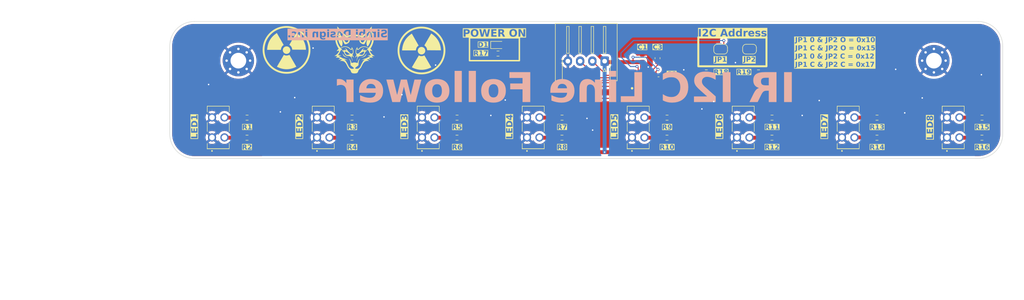
<source format=kicad_pcb>
(kicad_pcb (version 20240108) (generator "pcbnew") (generator_version "8.0")
  (layers (0 "F.Cu" signal) (31 "B.Cu" power) (34 "B.Paste" user) (35 "F.Paste" user) (36 "B.SilkS" user "B.Silkscreen") (37 "F.SilkS" user "F.Silkscreen") (38 "B.Mask" user) (39 "F.Mask" user) (44 "Edge.Cuts" user))
  (net 0 "")
  (net 1 "Net-(U1-DECAP)")
  (net 2 "Net-(JP1-A)")
  (net 4 "GND")
  (net 5 "Net-(LED1-A)")
  (net 6 "Net-(LED2-A)")
  (net 7 "Net-(LED3-A)")
  (net 8 "Net-(LED4-A)")
  (net 9 "Net-(LED5-A)")
  (net 10 "Net-(LED6-A)")
  (net 11 "Net-(LED7-A)")
  (net 12 "Net-(LED8-A)")
  (net 13 "/AIN6")
  (net 14 "/AIN2")
  (net 15 "/AIN7")
  (net 16 "/AIN0")
  (net 17 "/AIN4")
  (net 18 "/AIN3")
  (net 19 "/AIN5")
  (net 20 "/AIN1")
  (net 21 "+3.3V")
  (net 22 "/SDA")
  (net 23 "/SCL")
  (net 24 "Net-(JP1-B)")
  (net 25 "Net-(D1-K)")
  (net 26 "Net-(JP2-A)")
  (footprint "Resistor_SMD:R_0603_1608Metric" (layer "F.Cu") (at 208.794997 92.7 180)
    (property "Reference" "R13")
    (property "Value" "10k")
  )
  (footprint "SamacSys_Parts:ITR9909" (layer "F.Cu") (at 73.074287 96.75 -90)
    (property "Reference" "LED1")
    (property "Value" "ITR9909" (hide yes))
  )
  (footprint "Capacitor_SMD:C_0603_1608Metric" (layer "F.Cu") (at 160.9 80.55 90)
    (property "Reference" "C1")
    (property "Value" "1uF")
  )
  (footprint "Jumper:SolderJumper-2_P1.3mm_Open_RoundedPad1.0x1.5mm" (layer "F.Cu") (at 176.875 78.7 180)
    (property "Reference" "JP1")
    (property "Value" "SolderJumper_2_Open")
  )
  (footprint "Connector_JST:JST_XH_S4B-XH-A-1_1x04_P2.50mm_Horizontal" (layer "F.Cu") (at 153.2 81.15 180)
    (property "Reference" "J1" (hide yes))
    (property "Value" "Conn_01x04")
  )
  (footprint "Resistor_SMD:R_0603_1608Metric" (layer "F.Cu") (at 144.509284 92.7 180)
    (property "Reference" "R7")
    (property "Value" "10k")
  )
  (footprint "Resistor_SMD:R_0603_1608Metric" (layer "F.Cu") (at 187.352142 96.8 180)
    (property "Reference" "R12")
    (property "Value" "100R")
  )
  (footprint "SamacSys_Parts:QFN50P300X300X80-17N-D" (layer "F.Cu") (at 160.3 84.8 90)
    (property "Reference" "U1" (hide yes))
    (property "Value" "TLA2528IRTER" (hide yes))
  )
  (footprint "Capacitor_SMD:C_0603_1608Metric" (layer "F.Cu") (at 164 80.55 90)
    (property "Reference" "C3")
    (property "Value" "1uF")
  )
  (footprint "Resistor_SMD:R_0603_1608Metric" (layer "F.Cu") (at 173.95 83.45)
    (property "Reference" "R18")
    (property "Value" "33k")
  )
  (footprint "Jumper:SolderJumper-2_P1.3mm_Open_RoundedPad1.0x1.5mm" (layer "F.Cu") (at 182.775 78.7 180)
    (property "Reference" "JP2")
    (property "Value" "SolderJumper_2_Open")
  )
  (footprint "SamacSys_Parts:ITR9909" (layer "F.Cu") (at 137.36 96.75 -90)
    (property "Reference" "LED4")
    (property "Value" "ITR9909" (hide yes))
  )
  (footprint "SamacSys_Parts:ITR9909" (layer "F.Cu") (at 180.217142 96.75 -90)
    (property "Reference" "LED6")
    (property "Value" "ITR9909" (hide yes))
  )
  (footprint "Resistor_SMD:R_0603_1608Metric" (layer "F.Cu") (at 123.080713 92.7 180)
    (property "Reference" "R5")
    (property "Value" "10k")
  )
  (footprint "Resistor_SMD:R_0603_1608Metric" (layer "F.Cu") (at 80.223571 92.7 180)
    (property "Reference" "R1")
    (property "Value" "10k")
  )
  (footprint "LED_SMD:LED_0603_1608Metric" (layer "F.Cu") (at 131.4375 77.85)
    (property "Reference" "D1")
    (property "Value" "LED")
  )
  (footprint "SamacSys_Parts:ITR9909" (layer "F.Cu") (at 223.074287 96.75 -90)
    (property "Reference" "LED8")
    (property "Value" "ITR9909" (hide yes))
  )
  (footprint "Resistor_SMD:R_0603_1608Metric" (layer "F.Cu") (at 184.6 83.45)
    (property "Reference" "R19")
    (property "Value" "33k")
  )
  (footprint "MountingHole:MountingHole_3.2mm_M3_Pad_Via" (layer "F.Cu") (at 220.4 81.05)
    (property "Reference" "H2" (hide yes))
    (property "Value" "MountingHole_Pad")
  )
  (footprint "Resistor_SMD:R_0603_1608Metric" (layer "F.Cu") (at 165.923571 96.8 180)
    (property "Reference" "R10")
    (property "Value" "100R")
  )
  (footprint "SamacSys_Parts:ITR9909" (layer "F.Cu") (at 94.502858 96.75 -90)
    (property "Reference" "LED2")
    (property "Value" "ITR9909" (hide yes))
  )
  (footprint "Resistor_SMD:R_0603_1608Metric" (layer "F.Cu") (at 165.937855 92.7 180)
    (property "Reference" "R9")
    (property "Value" "10k")
  )
  (footprint "Resistor_SMD:R_0603_1608Metric" (layer "F.Cu") (at 187.366426 92.7 180)
    (property "Reference" "R11")
    (property "Value" "10k")
  )
  (footprint "Resistor_SMD:R_0603_1608Metric" (layer "F.Cu") (at 230.223571 92.7 180)
    (property "Reference" "R15")
    (property "Value" "10k")
  )
  (footprint "Resistor_SMD:R_0603_1608Metric" (layer "F.Cu") (at 101.652142 92.7 180)
    (property "Reference" "R3")
    (property "Value" "10k")
  )
  (footprint "SamacSys_Parts:ITR9909" (layer "F.Cu") (at 201.645713 96.75 -90)
    (property "Reference" "LED7")
    (property "Value" "ITR9909" (hide yes))
  )
  (footprint "Resistor_SMD:R_0603_1608Metric" (layer "F.Cu") (at 80.209287 96.8 180)
    (property "Reference" "R2")
    (property "Value" "100R")
  )
  (footprint "Capacitor_SMD:C_0603_1608Metric" (layer "F.Cu") (at 164.2 83.85)
    (property "Reference" "C2")
    (property "Value" "1uF")
  )
  (footprint "MountingHole:MountingHole_3.2mm_M3_Pad_Via" (layer "F.Cu") (at 78.45 81.05)
    (property "Reference" "H1" (hide yes))
    (property "Value" "MountingHole_Pad")
  )
  (footprint "Resistor_SMD:R_0603_1608Metric" (layer "F.Cu") (at 208.780713 96.8 180)
    (property "Reference" "R14")
    (property "Value" "100R")
  )
  (footprint "Resistor_SMD:R_0603_1608Metric" (layer "F.Cu") (at 230.209287 96.8 180)
    (property "Reference" "R16")
    (property "Value" "100R")
  )
  (footprint "SamacSys_Parts:ITR9909" (layer "F.Cu") (at 115.931429 96.75 -90)
    (property "Reference" "LED3")
    (property "Value" "ITR9909" (hide yes))
  )
  (footprint "Resistor_SMD:R_0603_1608Metric" (layer "F.Cu") (at 123.066429 96.8 180)
    (property "Reference" "R6")
    (property "Value" "100R")
  )
  (footprint "Resistor_SMD:R_0603_1608Metric" (layer "F.Cu") (at 144.495 96.8 180)
    (property "Reference" "R8")
    (property "Value" "100R")
  )
  (footprint "Resistor_SMD:R_0603_1608Metric" (layer "F.Cu") (at 131.4375 79.6 180)
    (property "Reference" "R17")
    (property "Value" "470R")
  )
  (footprint "SamacSys_Parts:ITR9909" (layer "F.Cu") (at 158.788571 96.75 -90)
    (property "Reference" "LED5")
    (property "Value" "ITR9909" (hide yes))
  )
  (footprint "Resistor_SMD:R_0603_1608Metric" (layer "F.Cu") (at 101.637858 96.8 180)
    (property "Reference" "R4")
    (property "Value" "100R")
  )
  (gr_poly (pts (xy 115.866502 78.251231) (xy 115.905404 78.254189) (xy 115.94374 78.259059) (xy 115.981462 78.265795) (xy 116.018522 78.274347) (xy 116.054871 78.284668) (xy 116.090462 78.296709) (xy 116.125247 78.310423) (xy 116.159177 78.325761) (xy 116.192204 78.342676) (xy 116.224281 78.361118) (xy 116.255359 78.38104) (xy 116.285389 78.402395) (xy 116.314325 78.425133) (xy 116.342117 78.449207) (xy 116.368718 78.474568) (xy 116.394079 78.501169) (xy 116.418153 78.528961) (xy 116.440891 78.557896) (xy 116.462245 78.587927) (xy 116.482168 78.619005) (xy 116.50061 78.651081) (xy 116.517524 78.684108) (xy 116.532863 78.718038) (xy 116.546576 78.752823) (xy 116.558618 78.788414) (xy 116.568939 78.824764) (xy 116.577491 78.861823) (xy 116.584226 78.899545) (xy 116.589097 78.937881) (xy 116.592055 78.976783) (xy 116.593051 79.016203) (xy 116.592055 79.055623) (xy 116.589097 79.094525) (xy 116.584226 79.132861) (xy 116.577491 79.170583) (xy 116.568939 79.207643) (xy 116.558618 79.243992) (xy 116.546576 79.279583) (xy 116.532863 79.314368) (xy 116.517524 79.348298) (xy 116.50061 79.381325) (xy 116.482168 79.413402) (xy 116.462245 79.444479) (xy 116.440891 79.47451) (xy 116.418153 79.503445) (xy 116.394079 79.531237) (xy 116.368718 79.557838) (xy 116.342117 79.5832) (xy 116.314325 79.607274) (xy 116.285389 79.630012) (xy 116.255359 79.651366) (xy 116.224281 79.671288) (xy 116.192204 79.689731) (xy 116.159177 79.706645) (xy 116.125247 79.721983) (xy 116.090462 79.735697) (xy 116.054871 79.747739) (xy 116.018522 79.75806) (xy 115.981462 79.766612) (xy 115.94374 79.773347) (xy 115.905404 79.778218) (xy 115.866502 79.781176) (xy 115.827082 79.782172) (xy 115.787662 79.781176) (xy 115.74876 79.778218) (xy 115.710424 79.773347) (xy 115.672702 79.766612) (xy 115.635643 79.75806) (xy 115.599293 79.747739) (xy 115.563702 79.735697) (xy 115.528917 79.721983) (xy 115.494987 79.706645) (xy 115.46196 79.689731) (xy 115.429884 79.671288) (xy 115.398806 79.651366) (xy 115.368775 79.630012) (xy 115.33984 79.607274) (xy 115.312048 79.5832) (xy 115.285447 79.557838) (xy 115.260086 79.531237) (xy 115.236012 79.503445) (xy 115.213274 79.47451) (xy 115.191919 79.444479) (xy 115.171997 79.413402) (xy 115.153555 79.381325) (xy 115.13664 79.348298) (xy 115.121302 79.314368) (xy 115.107588 79.279583) (xy 115.095547 79.243992) (xy 115.085226 79.207643) (xy 115.076674 79.170583) (xy 115.069938 79.132861) (xy 115.065068 79.094525) (xy 115.06211 79.055623) (xy 115.061114 79.016203) (xy 115.06211 78.976783) (xy 115.065068 78.937881) (xy 115.069938 78.899545) (xy 115.076674 78.861823) (xy 115.085226 78.824764) (xy 115.095547 78.788414) (xy 115.107588 78.752823) (xy 115.121302 78.718038) (xy 115.13664 78.684108) (xy 115.153555 78.651081) (xy 115.171997 78.619005) (xy 115.191919 78.587927) (xy 115.213274 78.557896) (xy 115.236012 78.528961) (xy 115.260086 78.501169) (xy 115.285447 78.474568) (xy 115.312048 78.449207) (xy 115.33984 78.425133) (xy 115.368775 78.402395) (xy 115.398806 78.38104) (xy 115.429884 78.361118) (xy 115.46196 78.342676) (xy 115.494987 78.325761) (xy 115.528917 78.310423) (xy 115.563702 78.296709) (xy 115.599293 78.284668) (xy 115.635643 78.274347) (xy 115.672702 78.265795) (xy 115.710424 78.259059) (xy 115.74876 78.254189) (xy 115.787662 78.251231) (xy 115.827082 78.250235)) (stroke (width -0.000001)) (fill solid) (layer "F.SilkS"))
  (gr_rect (start 172.3175 76.33) (end 186.2325 82.2) (stroke (width 0.4)) (fill none) (layer "F.SilkS"))
  (gr_poly (pts (xy 87.798837 79.893697) (xy 87.861688 79.92313) (xy 87.925857 79.948068) (xy 87.991343 79.968506) (xy 88.058146 79.984436) (xy 88.126264 79.995854) (xy 88.195695 80.002754) (xy 88.26644 80.00513) (xy 88.338496 80.002975) (xy 88.411862 79.996285) (xy 88.486537 79.985054) (xy 88.562521 79.969275) (xy 88.639812 79.948942) (xy 88.718408 79.924051) (xy 88.798309 79.894595) (xy 88.879513 79.860568) (xy 90.28445 82.294206) (xy 90.03759 82.412864) (xy 89.790525 82.516073) (xy 89.543252 82.60375) (xy 89.295772 82.675814) (xy 89.048082 82.73218) (xy 88.800182 82.772767) (xy 88.55207 82.797493) (xy 88.303746 82.806274) (xy 88.055207 82.799028) (xy 87.806454 82.775673) (xy 87.557484 82.736125) (xy 87.308297 82.680303) (xy 87.058891 82.608124) (xy 86.809265 82.519505) (xy 86.559419 82.414364) (xy 86.30935 82.292619) (xy 87.737306 79.859775)) (stroke (width -0.000001)) (fill solid) (layer "F.SilkS"))
  (gr_poly (pts (xy 115.342513 80.013738) (xy 115.405364 80.043171) (xy 115.469533 80.068109) (xy 115.535019 80.088547) (xy 115.601822 80.104477) (xy 115.66994 80.115895) (xy 115.739371 80.122795) (xy 115.810116 80.125171) (xy 115.882172 80.123016) (xy 115.955538 80.116326) (xy 116.030213 80.105095) (xy 116.106197 80.089316) (xy 116.183488 80.068983) (xy 116.262084 80.044092) (xy 116.341985 80.014636) (xy 116.423189 79.980609) (xy 117.828126 82.414247) (xy 117.581266 82.532905) (xy 117.334201 82.636114) (xy 117.086928 82.723791) (xy 116.839448 82.795855) (xy 116.591758 82.852221) (xy 116.343858 82.892808) (xy 116.095746 82.917534) (xy 115.847422 82.926315) (xy 115.598883 82.919069) (xy 115.35013 82.895714) (xy 115.10116 82.856166) (xy 114.851973 82.800344) (xy 114.602567 82.728165) (xy 114.352941 82.639546) (xy 114.103095 82.534405) (xy 113.853026 82.41266) (xy 115.280982 79.979816)) (stroke (width -0.000001)) (fill solid) (layer "F.SilkS"))
  (gr_poly (pts (xy 88.529656 73.976498) (xy 88.777367 73.995339) (xy 89.021468 74.026365) (xy 89.261653 74.06927) (xy 89.497616 74.123745) (xy 89.729048 74.189485) (xy 89.955644 74.266183) (xy 90.177095 74.353531) (xy 90.393096 74.451223) (xy 90.603339 74.558951) (xy 90.807517 74.676409) (xy 91.005324 74.80329) (xy 91.196452 74.939286) (xy 91.380594 75.084091) (xy 91.557443 75.237398) (xy 91.726694 75.3989) (xy 91.888195 75.56829) (xy 92.041502 75.74526) (xy 92.186307 75.929505) (xy 92.322304 76.120716) (xy 92.449184 76.318588) (xy 92.566642 76.522813) (xy 92.67437 76.733084) (xy 92.772062 76.949094) (xy 92.85941 77.170536) (xy 92.936108 77.397103) (xy 93.001848 77.628489) (xy 93.056324 77.864386) (xy 93.099228 78.104488) (xy 93.130254 78.348487) (xy 93.149095 78.596077) (xy 93.155443 78.84695) (xy 93.149095 79.097962) (xy 93.130254 79.345673) (xy 93.099228 79.589774) (xy 93.056324 79.829959) (xy 93.001848 80.065922) (xy 92.936108 80.297354) (xy 92.85941 80.52395) (xy 92.772062 80.745401) (xy 92.67437 80.961402) (xy 92.566642 81.171645) (xy 92.449184 81.375823) (xy 92.322304 81.57363) (xy 92.186307 81.764758) (xy 92.041502 81.9489) (xy 91.888195 82.125749) (xy 91.726694 82.295) (xy 91.557304 82.456501) (xy 91.380333 82.609808) (xy 91.196089 82.754613) (xy 91.004877 82.89061) (xy 90.807005 83.01749) (xy 90.602781 83.134948) (xy 90.39251 83.242676) (xy 90.1765 83.340368) (xy 89.955057 83.427716) (xy 89.72849 83.504414) (xy 89.497104 83.570154) (xy 89.261207 83.62463) (xy 89.021105 83.667534) (xy 88.777106 83.69856) (xy 88.529517 83.717401) (xy 88.278644 83.723749) (xy 88.027762 83.717401) (xy 87.780149 83.69856) (xy 87.536114 83.667534) (xy 87.295969 83.62463) (xy 87.060024 83.570154) (xy 86.828588 83.504414) (xy 86.601974 83.427716) (xy 86.38049 83.340368) (xy 86.164448 83.242676) (xy 85.954158 83.134948) (xy 85.74993 83.01749) (xy 85.552076 82.89061) (xy 85.360904 82.754613) (xy 85.176726 82.609808) (xy 84.999853 82.456501) (xy 84.830594 82.295) (xy 84.669092 82.125749) (xy 84.515785 81.9489) (xy 84.37098 81.764757) (xy 84.234984 81.57363) (xy 84.108103 81.375823) (xy 83.990645 81.171645) (xy 83.882917 80.961402) (xy 83.785225 80.745401) (xy 83.697877 80.52395) (xy 83.621179 80.297354) (xy 83.555439 80.065922) (xy 83.500964 79.829959) (xy 83.458059 79.589774) (xy 83.427033 79.345673) (xy 83.408192 79.097962) (xy 83.401844 78.84695) (xy 83.778081 78.84695) (xy 83.783941 79.078582) (xy 83.80133 79.30716) (xy 83.829964 79.532404) (xy 83.869561 79.754032) (xy 83.919836 79.971763) (xy 83.980506 80.185314) (xy 84.051287 80.394406) (xy 84.131896 80.598756) (xy 84.222047 80.798083) (xy 84.321459 80.992105) (xy 84.429847 81.180542) (xy 84.546928 81.363112) (xy 84.672417 81.539534) (xy 84.806031 81.709525) (xy 84.947487 81.872805) (xy 85.0965 82.029093) (xy 85.252788 82.178107) (xy 85.416068 82.319562) (xy 85.58606 82.453177) (xy 85.762481 82.578666) (xy 85.945051 82.695746) (xy 86.133488 82.804134) (xy 86.327511 82.903546) (xy 86.526838 82.993698) (xy 86.731188 83.074306) (xy 86.940279 83.145087) (xy 87.153831 83.205757) (xy 87.371561 83.256032) (xy 87.593189 83.295629) (xy 87.818433 83.324264) (xy 88.047012 83.341653) (xy 88.278644 83.347512) (xy 88.510276 83.341653) (xy 88.738855 83.324264) (xy 88.964099 83.295629) (xy 89.185727 83.256032) (xy 89.403457 83.205757) (xy 89.617009 83.145087) (xy 89.8261 83.074306) (xy 90.03045 82.993698) (xy 90.229777 82.903546) (xy 90.4238 82.804134) (xy 90.612237 82.695746) (xy 90.794807 82.578666) (xy 90.971228 82.453177) (xy 91.141219 82.319562) (xy 91.3045 82.178107) (xy 91.460787 82.029093) (xy 91.609801 81.872805) (xy 91.751256 81.709525) (xy 91.884871 81.539534) (xy 92.01036 81.363112) (xy 92.12744 81.180542) (xy 92.235828 80.992105) (xy 92.33524 80.798083) (xy 92.425392 80.598756) (xy 92.506 80.394406) (xy 92.576781 80.185314) (xy 92.637451 79.971763) (xy 92.687726 79.754032) (xy 92.727323 79.532404) (xy 92.755958 79.30716) (xy 92.773347 79.078582) (xy 92.779206 78.84695) (xy 92.773347 78.615318) (xy 92.755958 78.386739) (xy 92.727323 78.161495) (xy 92.687726 77.939867) (xy 92.637451 77.722137) (xy 92.576781 77.508585) (xy 92.506 77.299493) (xy 92.425392 77.095144) (xy 92.33524 76.895817) (xy 92.235828 76.701794) (xy 92.12744 76.513357) (xy 92.01036 76.330787) (xy 91.884871 76.154366) (xy 91.751256 75.984374) (xy 91.609801 75.821094) (xy 91.460787 75.664806) (xy 91.304499 75.515793) (xy 91.141219 75.374337) (xy 90.971228 75.240723) (xy 90.794806 75.115234) (xy 90.612236 74.998153) (xy 90.423799 74.889765) (xy 90.229777 74.790353) (xy 90.03045 74.700202) (xy 89.8261 74.619593) (xy 89.617008 74.548812) (xy 89.403457 74.488142) (xy 89.185726 74.437867) (xy 88.964098 74.39827) (xy 88.738854 74.369636) (xy 88.510276 74.352247) (xy 88.278644 74.346387) (xy 88.047012 74.352247) (xy 87.818433 74.369636) (xy 87.593189 74.39827) (xy 87.371561 74.437867) (xy 87.153831 74.488142) (xy 86.940279 74.548812) (xy 86.731187 74.619593) (xy 86.526838 74.700202) (xy 86.327511 74.790353) (xy 86.133488 74.889765) (xy 85.945051 74.998153) (xy 85.762481 75.115234) (xy 85.58606 75.240723) (xy 85.416068 75.374337) (xy 85.252788 75.515793) (xy 85.0965 75.664806) (xy 84.947487 75.821094) (xy 84.806031 75.984374) (xy 84.672417 76.154366) (xy 84.546927 76.330787) (xy 84.429847 76.513357) (xy 84.321459 76.701794) (xy 84.222047 76.895817) (xy 84.131896 77.095144) (xy 84.051287 77.299493) (xy 83.980506 77.508585) (xy 83.919836 77.722137) (xy 83.869561 77.939867) (xy 83.829964 78.161495) (xy 83.80133 78.386739) (xy 83.783941 78.615318) (xy 83.778081 78.84695) (xy 83.401844 78.84695) (xy 83.408192 78.595937) (xy 83.427033 78.348227) (xy 83.458059 78.104125) (xy 83.500964 77.86394) (xy 83.555439 77.627978) (xy 83.621179 77.396545) (xy 83.697877 77.16995) (xy 83.785225 76.948498) (xy 83.882917 76.732498) (xy 83.990645 76.522255) (xy 84.108103 76.318076) (xy 84.234984 76.12027) (xy 84.37098 75.929142) (xy 84.515785 75.745) (xy 84.669092 75.56815) (xy 84.830594 75.3989) (xy 84.999844 75.237398) (xy 85.176694 75.084091) (xy 85.360836 74.939286) (xy 85.551964 74.80329) (xy 85.74977 74.676409) (xy 85.953949 74.558951) (xy 86.164192 74.451223) (xy 86.380192 74.353531) (xy 86.601644 74.266183) (xy 86.828239 74.189485) (xy 87.059672 74.123745) (xy 87.295634 74.06927) (xy 87.535819 74.026365) (xy 87.779921 73.995339) (xy 88.027631 73.976498) (xy 88.278644 73.97015)) (stroke (width -0.000001)) (fill solid) (layer "F.SilkS"))
  (gr_poly (pts (xy 99.75 79.575) (xy 99.770952 79.614162) (xy 99.791812 79.651591) (xy 99.812684 79.687458) (xy 99.833674 79.721932) (xy 99.854887 79.755182) (xy 99.876429 79.787378) (xy 99.898405 79.818689) (xy 99.92092 79.849285) (xy 99.958462 79.897249) (xy 99.996924 79.942644) (xy 100.036292 79.98546) (xy 100.076548 80.025685) (xy 100.117675 80.06331) (xy 100.159656 80.098324) (xy 100.202476 80.130717) (xy 100.246116 80.160479) (xy 100.29056 80.187599) (xy 100.335791 80.212067) (xy 100.381793 80.233873) (xy 100.428549 80.253006) (xy 100.476041 80.269456) (xy 100.524254 80.283212) (xy 100.573169 80.294265) (xy 100.622772 80.302604) (xy 100.641114 80.304978) (xy 100.65921 80.306948) (xy 100.677228 80.30852) (xy 100.695334 80.309704) (xy 100.713697 80.310507) (xy 100.732483 80.310938) (xy 100.751861 80.311006) (xy 100.771997 80.310717) (xy 100.792028 80.310269) (xy 100.809347 80.30977) (xy 100.822102 80.309304) (xy 100.826189 80.309109) (xy 100.828441 80.308954) (xy 100.832426 80.308438) (xy 100.83876 80.307741) (xy 100.8549 80.306132) (xy 100.863099 80.305322) (xy 100.870488 80.304545) (xy 100.876256 80.3039) (xy 100.879594 80.303486) (xy 100.885349 80.30267) (xy 100.889094 80.302171) (xy 100.892823 80.301722) (xy 100.907863 80.299598) (xy 100.924603 80.296866) (xy 100.942547 80.29363) (xy 100.961196 80.289992) (xy 100.980051 80.286057) (xy 100.998615 80.281928) (xy 101.01639 80.277708) (xy 101.032876 80.2735) (xy 101.042136 80.271157) (xy 101.046221 80.270157) (xy 101.049809 80.26931) (xy 101.052802 80.268645) (xy 101.055101 80.268191) (xy 101.055958 80.268053) (xy 101.056605 80.267977) (xy 101.057029 80.267969) (xy 101.057153 80.267992) (xy 101.057217 80.268032) (xy 101.057208 80.268171) (xy 101.056986 80.268389) (xy 101.055937 80.269048) (xy 101.051639 80.271166) (xy 101.044828 80.27418) (xy 101.036007 80.277888) (xy 101.014355 80.286561) (xy 100.990719 80.295548) (xy 100.956613 80.307488) (xy 100.922432 80.318201) (xy 100.887981 80.327736) (xy 100.853069 80.33614) (xy 100.817505 80.343461) (xy 100.781095 80.349747) (xy 100.743647 80.355045) (xy 100.704969 80.359402) (xy 100.687854 80.360536) (xy 100.66492 80.361298) (xy 100.638105 80.361696) (xy 100.609344 80.361739) (xy 100.580575 80.361434) (xy 100.553735 80.36079) (xy 100.53076 80.359816) (xy 100.513587 80.35852) (xy 100.48565 80.355191) (xy 100.458254 80.351288) (xy 100.431386 80.346805) (xy 100.40503 80.34174) (xy 100.379176 80.336088) (xy 100.353808 80.329845) (xy 100.328913 80.323007) (xy 100.304478 80.315569) (xy 100.28049 80.307527) (xy 100.256934 80.298878) (xy 100.233799 80.289617) (xy 100.211069 80.279739) (xy 100.188733 80.269242) (xy 100.166775 80.258121) (xy 100.145184 80.246371) (xy 100.123944 80.233988) (xy 100.085269 80.209116) (xy 100.048505 80.182419) (xy 100.013683 80.153948) (xy 99.980835 80.123751) (xy 99.949991 80.091878) (xy 99.921181 80.058378) (xy 99.894437 80.0233) (xy 99.86979 79.986692) (xy 99.847269 79.948604) (xy 99.826906 79.909086) (xy 99.808732 79.868185) (xy 99.792777 79.825952) (xy 99.779072 79.782435) (xy 99.767647 79.737684) (xy 99.758534 79.691747) (xy 99.751764 79.644674) (xy 99.749446 79.624577) (xy 99.748654 79.617141) (xy 99.748037 79.610763) (xy 99.747545 79.604931) (xy 99.747125 79.599132) (xy 99.746295 79.585583) (xy 99.745237 79.566181)) (stroke (width -0.000001)) (fill solid) (layer "F.SilkS"))
  (gr_poly (pts (xy 118.033648 75.651916) (xy 118.246545 75.814234) (xy 118.446106 75.984505) (xy 118.632257 76.162771) (xy 118.804925 76.349074) (xy 118.886179 76.445252) (xy 118.964036 76.543455) (xy 119.038486 76.643688) (xy 119.109519 76.745957) (xy 119.177126 76.850266) (xy 119.241298 76.956621) (xy 119.302027 77.065026) (xy 119.359302 77.175489) (xy 119.413115 77.288012) (xy 119.463457 77.402603) (xy 119.510318 77.519265) (xy 119.553689 77.638004) (xy 119.593562 77.758826) (xy 119.629926 77.881736) (xy 119.662773 78.006739) (xy 119.692094 78.133839) (xy 119.740119 78.394356) (xy 119.773929 78.663328) (xy 119.793451 78.940797) (xy 116.97167 78.920953) (xy 116.970292 78.85067) (xy 116.964371 78.781504) (xy 116.953901 78.71346) (xy 116.938878 78.646539) (xy 116.919297 78.580743) (xy 116.895153 78.516076) (xy 116.866442 78.452538) (xy 116.83316 78.390133) (xy 116.795301 78.328863) (xy 116.752861 78.26873) (xy 116.705835 78.209736) (xy 116.654219 78.151884) (xy 116.598008 78.095176) (xy 116.537197 78.039615) (xy 116.471781 77.985202) (xy 116.401757 77.931941) (xy 117.807488 75.49751)) (stroke (width -0.000001)) (fill solid) (layer "F.SilkS"))
  (gr_poly (pts (xy 88.322826 78.13119) (xy 88.361728 78.134148) (xy 88.400064 78.139018) (xy 88.437786 78.145754) (xy 88.474846 78.154306) (xy 88.511195 78.164627) (xy 88.546786 78.176668) (xy 88.581571 78.190382) (xy 88.615501 78.20572) (xy 88.648528 78.222635) (xy 88.680605 78.241077) (xy 88.711683 78.260999) (xy 88.741713 78.282354) (xy 88.770649 78.305092) (xy 88.798441 78.329166) (xy 88.825042 78.354527) (xy 88.850403 78.381128) (xy 88.874477 78.40892) (xy 88.897215 78.437855) (xy 88.918569 78.467886) (xy 88.938492 78.498964) (xy 88.956934 78.53104) (xy 88.973848 78.564067) (xy 88.989187 78.597997) (xy 89.0029 78.632782) (xy 89.014942 78.668373) (xy 89.025263 78.704723) (xy 89.033815 78.741782) (xy 89.04055 78.779504) (xy 89.045421 78.81784) (xy 89.048379 78.856742) (xy 89.049375 78.896162) (xy 89.048379 78.935582) (xy 89.045421 78.974484) (xy 89.04055 79.01282) (xy 89.033815 79.050542) (xy 89.025263 79.087602) (xy 89.014942 79.123951) (xy 89.0029 79.159542) (xy 88.989187 79.194327) (xy 88.973848 79.228257) (xy 88.956934 79.261284) (xy 88.938492 79.293361) (xy 88.918569 79.324438) (xy 88.897215 79.354469) (xy 88.874477 79.383404) (xy 88.850403 79.411196) (xy 88.825042 79.437797) (xy 88.798441 79.463159) (xy 88.770649 79.487233) (xy 88.741713 79.509971) (xy 88.711683 79.531325) (xy 88.680605 79.551247) (xy 88.648528 79.56969) (xy 88.615501 79.586604) (xy 88.581571 79.601942) (xy 88.546786 79.615656) (xy 88.511195 79.627698) (xy 88.474846 79.638019) (xy 88.437786 79.646571) (xy 88.400064 79.653306) (xy 88.361728 79.658177) (xy 88.322826 79.661135) (xy 88.283406 79.662131) (xy 88.243986 79.661135) (xy 88.205084 79.658177) (xy 88.166748 79.653306) (xy 88.129026 79.646571) (xy 88.091967 79.638019) (xy 88.055617 79.627698) (xy 88.020026 79.615656) (xy 87.985241 79.601942) (xy 87.951311 79.586604) (xy 87.918284 79.56969) (xy 87.886208 79.551247) (xy 87.85513 79.531325) (xy 87.825099 79.509971) (xy 87.796164 79.487233) (xy 87.768372 79.463159) (xy 87.741771 79.437797) (xy 87.71641 79.411196) (xy 87.692336 79.383404) (xy 87.669598 79.354469) (xy 87.648243 79.324438) (xy 87.628321 79.293361) (xy 87.609879 79.261284) (xy 87.592964 79.228257) (xy 87.577626 79.194327) (xy 87.563912 79.159542) (xy 87.551871 79.123951) (xy 87.54155 79.087602) (xy 87.532998 79.050542) (xy 87.526262 79.01282) (xy 87.521392 78.974484) (xy 87.518434 78.935582) (xy 87.517438 78.896162) (xy 87.518434 78.856742) (xy 87.521392 78.81784) (xy 87.526262 78.779504) (xy 87.532998 78.741782) (xy 87.54155 78.704723) (xy 87.551871 78.668373) (xy 87.563912 78.632782) (xy 87.577626 78.597997) (xy 87.592964 78.564067) (xy 87.609879 78.53104) (xy 87.628321 78.498964) (xy 87.648243 78.467886) (xy 87.669598 78.437855) (xy 87.692336 78.40892) (xy 87.71641 78.381128) (xy 87.741771 78.354527) (xy 87.768372 78.329166) (xy 87.796164 78.305092) (xy 87.825099 78.282354) (xy 87.85513 78.260999) (xy 87.886208 78.241077) (xy 87.918284 78.222635) (xy 87.951311 78.20572) (xy 87.985241 78.190382) (xy 88.020026 78.176668) (xy 88.055617 78.164627) (xy 88.091967 78.154306) (xy 88.129026 78.145754) (xy 88.166748 78.139018) (xy 88.205084 78.134148) (xy 88.243986 78.13119) (xy 88.283406 78.130194)) (stroke (width -0.000001)) (fill solid) (layer "F.SilkS"))
  (gr_poly (pts (xy 90.489972 75.531875) (xy 90.702869 75.694193) (xy 90.90243 75.864464) (xy 91.088581 76.04273) (xy 91.261249 76.229033) (xy 91.342503 76.325211) (xy 91.42036 76.423414) (xy 91.49481 76.523647) (xy 91.565843 76.625916) (xy 91.63345 76.730225) (xy 91.697622 76.83658) (xy 91.758351 76.944985) (xy 91.815626 77.055448) (xy 91.869439 77.167971) (xy 91.919781 77.282562) (xy 91.966642 77.399224) (xy 92.010013 77.517963) (xy 92.049886 77.638785) (xy 92.08625 77.761695) (xy 92.119097 77.886698) (xy 92.148418 78.013798) (xy 92.196443 78.274315) (xy 92.230253 78.543287) (xy 92.249775 78.820756) (xy 89.427994 78.800912) (xy 89.426616 78.730629) (xy 89.420695 78.661463) (xy 89.410225 78.593419) (xy 89.395202 78.526498) (xy 89.375621 78.460702) (xy 89.351477 78.396035) (xy 89.322766 78.332497) (xy 89.289484 78.270092) (xy 89.251625 78.208822) (xy 89.209185 78.148689) (xy 89.162159 78.089695) (xy 89.110543 78.031843) (xy 89.054332 77.975135) (xy 88.993521 77.919574) (xy 88.928105 77.865161) (xy 88.858081 77.8119) (xy 90.263812 75.377469)) (stroke (width -0.000001)) (fill solid) (layer "F.SilkS"))
  (gr_poly (pts (xy 105.698179 74.02446) (xy 105.698036 74.025536) (xy 105.697391 74.029378) (xy 105.69635 74.035006) (xy 105.69501 74.041857) (xy 105.688045 74.077796) (xy 105.681392 74.116541) (xy 105.675182 74.157081) (xy 105.669544 74.198402) (xy 105.664609 74.239492) (xy 105.660507 74.279337) (xy 105.657368 74.316925) (xy 105.655323 74.351243) (xy 105.654308 74.370117) (xy 105.653884 74.377487) (xy 105.653559 74.382112) (xy 105.652988 74.410587) (xy 105.652831 74.465455) (xy 105.653038 74.520323) (xy 105.653559 74.548799) (xy 105.653884 74.553063) (xy 105.654308 74.560154) (xy 105.655323 74.578785) (xy 105.657522 74.616325) (xy 105.660777 74.656162) (xy 105.665037 74.697863) (xy 105.67025 74.740997) (xy 105.676364 74.785131) (xy 105.683328 74.829833) (xy 105.691089 74.874672) (xy 105.699596 74.919216) (xy 105.720126 75.015124) (xy 105.745965 75.120806) (xy 105.781427 75.252913) (xy 105.830829 75.428098) (xy 105.883084 75.61305) (xy 105.921052 75.753072) (xy 105.936539 75.813319) (xy 105.950685 75.870836) (xy 105.977937 75.989014) (xy 105.995163 76.070255) (xy 106.011328 76.153596) (xy 106.026149 76.237185) (xy 106.039344 76.31917) (xy 106.050628 76.397699) (xy 106.059719 76.47092) (xy 106.066334 76.53698) (xy 106.070189 76.594028) (xy 106.070996 76.619246) (xy 106.071446 76.651015) (xy 106.07138 76.723299) (xy 106.070189 76.789067) (xy 106.069234 76.812692) (xy 106.068073 76.826509) (xy 106.067925 76.827659) (xy 106.067748 76.829463) (xy 106.067323 76.834666) (xy 106.066309 76.84891) (xy 106.06586 76.856525) (xy 106.065361 76.863528) (xy 106.064895 76.869175) (xy 106.064545 76.872722) (xy 106.064195 76.875853) (xy 106.063729 76.880572) (xy 106.063231 76.886216) (xy 106.062781 76.892126) (xy 106.060598 76.914524) (xy 106.05696 76.946166) (xy 106.05266 76.980554) (xy 106.048493 77.011188) (xy 106.028506 77.130017) (xy 106.0028 77.250787) (xy 105.97136 77.373538) (xy 105.934171 77.498308) (xy 105.89122 77.625136) (xy 105.84249 77.754063) (xy 105.787969 77.885127) (xy 105.727642 78.018368) (xy 105.708724 78.057361) (xy 105.681869 78.111766) (xy 105.656205 78.163128) (xy 105.64086 78.192993) (xy 105.624455 78.223861) (xy 105.600263 78.269133) (xy 105.574686 78.315633) (xy 105.547976 78.362935) (xy 105.520386 78.410613) (xy 105.492167 78.458241) (xy 105.463572 78.505394) (xy 105.434853 78.551646) (xy 105.406262 78.596571) (xy 105.400485 78.60561) (xy 105.395136 78.614086) (xy 105.390328 78.621813) (xy 105.386176 78.628607) (xy 105.382792 78.634286) (xy 105.380291 78.638664) (xy 105.379407 78.640309) (xy 105.378787 78.641559) (xy 105.378444 78.642392) (xy 105.378381 78.642645) (xy 105.378393 78.642785) (xy 105.378553 78.642981) (xy 105.37883 78.643235) (xy 105.37971 78.643904) (xy 105.380979 78.644763) (xy 105.382582 78.645783) (xy 105.384466 78.646936) (xy 105.386578 78.648192) (xy 105.391269 78.650899) (xy 105.399861 78.655959) (xy 105.410002 78.662342) (xy 105.421254 78.66975) (xy 105.433183 78.677886) (xy 105.445351 78.686452) (xy 105.457323 78.69515) (xy 105.468663 78.703683) (xy 105.478933 78.711753) (xy 105.497384 78.726834) (xy 105.515691 78.742506) (xy 105.533852 78.758765) (xy 105.551865 78.775608) (xy 105.569727 78.793032) (xy 105.587436 78.811031) (xy 105.604988 78.829602) (xy 105.622382 78.848741) (xy 105.639615 78.868444) (xy 105.656684 78.888708) (xy 105.673586 78.909529) (xy 105.690319 78.930902) (xy 105.706881 78.952824) (xy 105.723269 78.975291) (xy 105.755512 79.021844) (xy 105.763762 79.034377) (xy 105.772665 79.048223) (xy 105.781668 79.062478) (xy 105.790216 79.076238) (xy 105.797755 79.088602) (xy 105.803732 79.098664) (xy 105.807592 79.105523) (xy 105.808555 79.107469) (xy 105.808781 79.108275) (xy 105.808153 79.108188) (xy 105.806604 79.107812) (xy 105.801152 79.106291) (xy 105.793253 79.10391) (xy 105.783734 79.100867) (xy 105.727761 79.083086) (xy 105.669586 79.065876) (xy 105.610911 79.049657) (xy 105.553436 79.034853) (xy 105.498864 79.021884) (xy 105.448896 79.011173) (xy 105.405231 79.00314) (xy 105.369573 78.998208) (xy 105.367351 78.997988) (xy 105.365089 78.997732) (xy 105.360688 78.997172) (xy 105.354051 78.996268) (xy 105.353295 78.996122) (xy 105.35261 78.996019) (xy 105.35199 78.995963) (xy 105.351702 78.995954) (xy 105.351427 78.995959) (xy 105.351164 78.995979) (xy 105.350913 78.996014) (xy 105.350672 78.996065) (xy 105.350442 78.996132) (xy 105.350219 78.996216) (xy 105.350005 78.996317) (xy 105.349798 78.996438) (xy 105.349597 78.996577) (xy 105.349401 78.996735) (xy 105.349209 78.996914) (xy 105.349021 78.997114) (xy 105.348835 78.997336) (xy 105.34865 78.99758) (xy 105.348467 78.997846) (xy 105.348097 78.998451) (xy 105.34772 78.999154) (xy 105.347327 78.999962) (xy 105.346911 79.00088) (xy 105.346465 79.001912) (xy 105.343626 79.009465) (xy 105.341127 79.017661) (xy 105.33897 79.026437) (xy 105.337159 79.035729) (xy 105.335693 79.045474) (xy 105.334575 79.055608) (xy 105.333807 79.066068) (xy 105.333391 79.07679) (xy 105.333328 79.08771) (xy 105.333621 79.098765) (xy 105.33427 79.109891) (xy 105.335279 79.121025) (xy 105.336648 79.132103) (xy 105.338379 79.143062) (xy 105.340475 79.153838) (xy 105.342937 79.164367) (xy 105.345938 79.175518) (xy 105.349207 79.186522) (xy 105.352778 79.197445) (xy 105.356682 79.208351) (xy 105.360954 79.219307) (xy 105.365625 79.230375) (xy 105.370729 79.241622) (xy 105.376298 79.253112) (xy 105.382365 79.26491) (xy 105.388963 79.277081) (xy 105.403883 79.302801) (xy 105.421321 79.330791) (xy 105.44154 79.36157) (xy 105.462745 79.392562) (xy 105.48465 79.423341) (xy 105.507389 79.454075) (xy 105.531101 79.484931) (xy 105.55592 79.516077) (xy 105.581983 79.547679) (xy 105.609427 79.579906) (xy 105.638389 79.612924) (xy 105.654001 79.629949) (xy 105.674618 79.651622) (xy 105.698612 79.676309) (xy 105.724357 79.702375) (xy 105.750226 79.728184) (xy 105.774592 79.752102) (xy 105.795828 79.772494) (xy 105.812309 79.787724) (xy 105.841426 79.81332) (xy 105.870326 79.837931) (xy 105.899039 79.861578) (xy 105.927595 79.884281) (xy 105.956026 79.90606) (xy 105.98436 79.926935) (xy 106.01263 79.946926) (xy 106.040865 79.966054) (xy 106.069096 79.984338) (xy 106.097353 80.0018) (xy 106.125667 80.018458) (xy 106.154068 80.034333) (xy 106.182587 80.049446) (xy 106.211254 80.063816) (xy 106.2401 80.077463) (xy 106.269156 80.090409) (xy 106.299142 80.103285) (xy 105.971411 80.103638) (xy 105.643858 80.104167) (xy 105.820951 80.274382) (xy 105.945946 80.394745) (xy 105.983795 80.43147) (xy 105.994033 80.44153) (xy 105.997517 80.445126) (xy 105.997374 80.445172) (xy 105.99702 80.445178) (xy 105.99572 80.44508) (xy 105.993709 80.444844) (xy 105.991079 80.444487) (xy 105.984321 80.443464) (xy 105.976173 80.442127) (xy 105.961206 80.439747) (xy 105.944771 80.437401) (xy 105.927303 80.435142) (xy 105.909235 80.433022) (xy 105.891001 80.431091) (xy 105.873036 80.429403) (xy 105.855774 80.428008) (xy 105.839649 80.426958) (xy 105.831756 80.426507) (xy 105.823995 80.425989) (xy 105.817226 80.42547) (xy 105.812309 80.425018) (xy 105.803975 80.424699) (xy 105.787703 80.424313) (xy 105.740871 80.423606) (xy 105.700926 80.423608) (xy 105.661086 80.424467) (xy 105.621384 80.426179) (xy 105.581854 80.428738) (xy 105.542529 80.432139) (xy 105.503444 80.436375) (xy 105.464632 80.441441) (xy 105.426127 80.447331) (xy 105.387964 80.45404) (xy 105.350175 80.461561) (xy 105.312795 80.46989) (xy 105.275858 80.479021) (xy 105.239397 80.488947) (xy 105.203447 80.499663) (xy 105.16804 80.511164) (xy 105.133212 80.523443) (xy 105.119991 80.528338) (xy 105.108672 80.532439) (xy 105.096699 80.536673) (xy 105.096373 80.536776) (xy 105.096057 80.536886) (xy 105.095753 80.537004) (xy 105.095462 80.537127) (xy 105.095187 80.537256) (xy 105.094929 80.537388) (xy 105.094807 80.537456) (xy 105.09469 80.537525) (xy 105.094579 80.537594) (xy 105.094472 80.537664) (xy 105.094372 80.537735) (xy 105.094277 80.537806) (xy 105.094189 80.537877) (xy 105.094107 80.537949) (xy 105.094031 80.53802) (xy 105.093963 80.538092) (xy 105.093901 80.538163) (xy 105.093847 80.538235) (xy 105.0938 80.538306) (xy 105.093761 80.538377) (xy 105.093729 80.538447) (xy 105.093706 80.538517) (xy 105.093692 80.538586) (xy 105.093686 80.538655) (xy 105.093688 80.538722) (xy 105.0937 80.538789) (xy 105.154488 80.592125) (xy 105.300605 80.718882) (xy 105.446743 80.845441) (xy 105.491055 80.884081) (xy 105.507156 80.898446) (xy 105.507027 80.898434) (xy 105.506714 80.898336) (xy 105.505574 80.897897) (xy 105.501511 80.896175) (xy 105.495597 80.893559) (xy 105.488459 80.890332) (xy 105.477945 80.885582) (xy 105.465931 80.880413) (xy 105.452734 80.87495) (xy 105.438673 80.869319) (xy 105.409233 80.858061) (xy 105.39449 80.852685) (xy 105.380157 80.847646) (xy 105.334896 80.832966) (xy 105.289666 80.819872) (xy 105.244366 80.808345) (xy 105.198895 80.798367) (xy 105.15315 80.789918) (xy 105.107032 80.78298) (xy 105.060438 80.777534) (xy 105.013267 80.773562) (xy 104.999965 80.772902) (xy 104.982258 80.772383) (xy 104.939823 80.771798) (xy 104.898347 80.771875) (xy 104.881839 80.772183) (xy 104.870216 80.77268) (xy 104.846662 80.774495) (xy 104.823602 80.776616) (xy 104.8012 80.779018) (xy 104.779618 80.781676) (xy 104.75902 80.784566) (xy 104.73957 80.787662) (xy 104.72143 80.790941) (xy 104.704763 80.794376) (xy 104.690652 80.797551) (xy 104.704763 80.80743) (xy 104.898262 80.940074) (xy 104.943241 80.970941) (xy 105.072357 81.059488) (xy 105.151247 81.113486) (xy 105.175991 81.130505) (xy 105.185951 81.137453) (xy 105.18631 81.137754) (xy 105.186456 81.137998) (xy 105.186448 81.138097) (xy 105.186384 81.138182) (xy 105.186087 81.138307) (xy 105.185559 81.138372) (xy 105.184796 81.138377) (xy 105.182535 81.138202) (xy 105.179257 81.13778) (xy 105.174914 81.137105) (xy 105.16946 81.136175) (xy 105.162846 81.134983) (xy 105.131569 81.129534) (xy 105.098772 81.124598) (xy 105.061939 81.119828) (xy 105.018559 81.114875) (xy 105.006564 81.113838) (xy 104.997475 81.113113) (xy 104.987691 81.112405) (xy 104.952413 81.109583) (xy 104.939719 81.108981) (xy 104.918665 81.108503) (xy 104.862344 81.107952) (xy 104.805197 81.107996) (xy 104.783109 81.108262) (xy 104.768969 81.108701) (xy 104.724603 81.112056) (xy 104.682263 81.116327) (xy 104.641758 81.121553) (xy 104.602899 81.127773) (xy 104.565494 81.135027) (xy 104.529355 81.143353) (xy 104.494291 81.152792) (xy 104.460111 81.163382) (xy 104.440025 81.170285) (xy 104.420433 81.17751) (xy 104.401316 81.185066) (xy 104.382657 81.192965) (xy 104.364438 81.201218) (xy 104.346639 81.209835) (xy 104.329243 81.218827) (xy 104.312232 81.228205) (xy 104.295586 81.237979) (xy 104.279287 81.248162) (xy 104.263318 81.258763) (xy 104.24766 81.269794) (xy 104.232294 81.281265) (xy 104.217202 81.293187) (xy 104.202366 81.305571) (xy 104.187767 81.318427) (xy 104.172982 81.332264) (xy 104.154587 81.350172) (xy 104.133814 81.370883) (xy 104.111898 81.393128) (xy 104.090073 81.415638) (xy 104.069573 81.437143) (xy 104.051632 81.456374) (xy 104.037484 81.472063) (xy 104.002613 81.513086) (xy 103.969949 81.553893) (xy 103.939071 81.595109) (xy 103.909558 81.637361) (xy 103.880987 81.681274) (xy 103.852937 81.727476) (xy 103.824987 81.776592) (xy 103.796714 81.82925) (xy 103.780896 81.860253) (xy 103.758679 81.904634) (xy 103.734974 81.952554) (xy 103.714693 81.994174) (xy 103.657505 82.111634) (xy 103.607503 82.211677) (xy 103.563272 82.296797) (xy 103.542879 82.334539) (xy 103.523399 82.369484) (xy 103.504654 82.401946) (xy 103.486469 82.432234) (xy 103.468666 82.460661) (xy 103.451068 82.487538) (xy 103.4335 82.513177) (xy 103.415784 82.53789) (xy 103.397743 82.561987) (xy 103.379201 82.585782) (xy 103.357801 82.612147) (xy 103.336559 82.637194) (xy 103.314622 82.661802) (xy 103.291138 82.686853) (xy 103.265257 82.713226) (xy 103.236127 82.741803) (xy 103.202896 82.773464) (xy 103.164712 82.80909) (xy 103.139109 82.833084) (xy 103.115751 82.85565) (xy 103.094451 82.877074) (xy 103.075018 82.897643) (xy 103.057263 82.917643) (xy 103.040998 82.937361) (xy 103.026033 82.957085) (xy 103.012179 82.9771) (xy 102.999247 82.997695) (xy 102.987048 83.019155) (xy 102.975392 83.041767) (xy 102.964091 83.065818) (xy 102.952956 83.091596) (xy 102.941796 83.119386) (xy 102.930423 83.149476) (xy 102.918649 83.182152) (xy 102.901202 83.231178) (xy 102.886094 83.272434) (xy 102.872823 83.307128) (xy 102.860882 83.336471) (xy 102.855253 83.349513) (xy 102.849768 83.361671) (xy 102.844363 83.373096) (xy 102.838977 83.383939) (xy 102.833544 83.39435) (xy 102.828003 83.404482) (xy 102.816344 83.424511) (xy 102.805303 83.441848) (xy 102.793739 83.458408) (xy 102.781647 83.474195) (xy 102.769022 83.489213) (xy 102.755857 83.503466) (xy 102.742147 83.516958) (xy 102.727886 83.529694) (xy 102.713068 83.541677) (xy 102.697688 83.552913) (xy 102.68174 83.563404) (xy 102.665219 83.573155) (xy 102.648118 83.58217) (xy 102.630433 83.590453) (xy 102.612156 83.598009) (xy 102.593284 83.604841) (xy 102.573809 83.610954) (xy 102.558524 83.615049) (xy 102.539997 83.619338) (xy 102.518743 83.623734) (xy 102.495272 83.628152) (xy 102.470098 83.632503) (xy 102.443733 83.636701) (xy 102.416691 83.640659) (xy 102.389483 83.644291) (xy 102.380498 83.645363) (xy 102.372373 83.646386) (xy 102.365968 83.647243) (xy 102.362143 83.647819) (xy 102.321242 83.652009) (xy 102.273066 83.656463) (xy 102.233437 83.659475) (xy 102.21693 83.660503) (xy 102.201827 83.661247) (xy 102.187526 83.661735) (xy 102.173426 83.661993) (xy 102.158924 83.66205) (xy 102.14342 83.66193) (xy 102.110522 83.661003) (xy 102.075232 83.659177) (xy 102.038004 83.656495) (xy 101.999289 83.653001) (xy 101.95954 83.648737) (xy 101.919211 83.643749) (xy 101.878753 83.638078) (xy 101.83862 83.631768) (xy 101.817446 83.628222) (xy 101.799401 83.625029) (xy 101.783845 83.622048) (xy 101.770137 83.619134) (xy 101.757636 83.616146) (xy 101.745702 83.612941) (xy 101.733693 83.609376) (xy 101.720969 83.605309) (xy 101.705539 83.599895) (xy 101.690532 83.594032) (xy 101.675942 83.587717) (xy 101.66176 83.580943) (xy 101.64798 83.573705) (xy 101.634596 83.565997) (xy 101.621599 83.557814) (xy 101.608984 83.549151) (xy 101.596743 83.540003) (xy 101.584869 83.530363) (xy 101.573355 83.520226) (xy 101.562194 83.509588) (xy 101.55138 83.498442) (xy 101.540904 83.486783) (xy 101.530762 83.474607) (xy 101.520944 83.461906) (xy 101.506073 83.440831) (xy 101.492038 83.418492) (xy 101.478466 83.394102) (xy 101.464985 83.366876) (xy 101.451222 83.336029) (xy 101.436806 83.300775) (xy 101.421366 83.260328) (xy 101.404527 83.213903) (xy 101.388635 83.169432) (xy 101.374886 83.132078) (xy 101.362778 83.100672) (xy 101.357183 83.086836) (xy 101.351809 83.074048) (xy 101.346595 83.062164) (xy 101.341477 83.051038) (xy 101.336393 83.040522) (xy 101.331279 83.030472) (xy 101.326074 83.020742) (xy 101.320714 83.011184) (xy 101.309278 82.992006) (xy 101.29512 82.969902) (xy 101.28791 82.959388) (xy 101.280454 82.949055) (xy 101.272632 82.938772) (xy 101.264325 82.928406) (xy 101.255413 82.917826) (xy 101.245777 82.906898) (xy 101.223856 82.883471) (xy 101.197606 82.857068) (xy 101.166074 82.826629) (xy 101.128302 82.791098) (xy 101.100279 82.764868) (xy 101.076725 82.742586) (xy 101.056735 82.723338) (xy 101.039402 82.706211) (xy 101.023823 82.690292) (xy 101.009091 82.674665) (xy 100.994301 82.658419) (xy 100.978548 82.640639) (xy 100.95294 82.610517) (xy 100.927602 82.578921) (xy 100.902574 82.5459) (xy 100.877896 82.511499) (xy 100.853606 82.475768) (xy 100.829745 82.438753) (xy 100.80635 82.400502) (xy 100.783462 82.361062) (xy 100.751037 82.301344) (xy 100.709004 82.220128) (xy 100.661646 82.125815) (xy 100.613247 82.026806) (xy 100.573706 81.945557) (xy 100.53872 81.875428) (xy 100.507334 81.814704) (xy 100.478596 81.761671) (xy 100.451553 81.714616) (xy 100.425252 81.671825) (xy 100.39874 81.631585) (xy 100.371065 81.592182) (xy 100.3449 81.557277) (xy 100.316296 81.521401) (xy 100.285675 81.48502) (xy 100.253458 81.448602) (xy 100.220066 81.412614) (xy 100.185923 81.377523) (xy 100.151448 81.343797) (xy 100.117064 81.311902) (xy 100.093351 81.291604) (xy 100.068392 81.272323) (xy 100.04221 81.254066) (xy 100.014825 81.23684) (xy 99.986258 81.220652) (xy 99.956529 81.205511) (xy 99.925659 81.191423) (xy 99.893668 81.178397) (xy 99.860578 81.166439) (xy 99.826409 81.155558) (xy 99.791181 81.14576) (xy 99.754916 81.137053) (xy 99.717634 81.129445) (xy 99.679356 81.122943) (xy 99.640102 81.117554) (xy 99.599893 81.113287) (xy 99.560205 81.109583) (xy 99.548233 81.108974) (xy 99.527763 81.108478) (xy 99.472253 81.107885) (xy 99.415519 81.107921) (xy 99.39352 81.108211) (xy 99.379406 81.108701) (xy 99.357027 81.11009) (xy 99.346391 81.11076) (xy 99.337955 81.111347) (xy 99.31677 81.11289) (xy 99.293819 81.114958) (xy 99.269686 81.11748) (xy 99.244954 81.120387) (xy 99.220205 81.123608) (xy 99.196023 81.127073) (xy 99.17299 81.130712) (xy 99.151689 81.134453) (xy 99.142445 81.136174) (xy 99.134358 81.137761) (xy 99.128323 81.139018) (xy 99.126353 81.13946) (xy 99.12523 81.139745) (xy 99.123583 81.140213) (xy 99.123293 81.140142) (xy 99.12343 81.139814) (xy 99.125208 81.138229) (xy 99.129353 81.135138) (xy 99.146488 81.123151) (xy 99.178323 81.101292) (xy 99.391754 80.955243) (xy 99.586134 80.822245) (xy 99.592958 80.817582) (xy 99.599317 80.813186) (xy 99.605076 80.809158) (xy 99.610101 80.805599) (xy 99.614258 80.80261) (xy 99.617413 80.800294) (xy 99.619431 80.79875) (xy 99.619971 80.798299) (xy 99.620177 80.79808) (xy 99.619636 80.797757) (xy 99.618077 80.797263) (xy 99.612309 80.79584) (xy 99.592947 80.791797) (xy 99.568459 80.787191) (xy 99.545212 80.783264) (xy 99.535598 80.781872) (xy 99.525217 80.780497) (xy 99.503386 80.777928) (xy 99.482183 80.775823) (xy 99.472588 80.775026) (xy 99.464073 80.774444) (xy 99.450094 80.773408) (xy 99.444626 80.772931) (xy 99.442591 80.772711) (xy 99.441143 80.772504) (xy 99.433966 80.772215) (xy 99.419347 80.772008) (xy 99.37751 80.771843) (xy 99.335078 80.772008) (xy 99.311497 80.772504) (xy 99.307004 80.772956) (xy 99.300693 80.773475) (xy 99.293389 80.773993) (xy 99.28592 80.774444) (xy 99.278684 80.774928) (xy 99.2695 80.775671) (xy 99.248218 80.777641) (xy 99.227927 80.779777) (xy 99.219983 80.780727) (xy 99.214483 80.7815) (xy 99.189788 80.785028) (xy 99.144072 80.792371) (xy 99.097468 80.801608) (xy 99.050464 80.812598) (xy 99.003544 80.8252) (xy 98.957195 80.839274) (xy 98.911902 80.854679) (xy 98.868151 80.871275) (xy 98.826427 80.888921) (xy 98.823344 80.8903) (xy 98.820569 80.891529) (xy 98.818093 80.892611) (xy 98.815907 80.893548) (xy 98.814002 80.894344) (xy 98.812366 80.895001) (xy 98.811647 80.895278) (xy 98.810992 80.895522) (xy 98.8104 80.895732) (xy 98.809869 80.89591) (xy 98.809399 80.896055) (xy 98.808988 80.896168) (xy 98.808635 80.896249) (xy 98.808339 80.896298) (xy 98.808099 80.896317) (xy 98.807999 80.896314) (xy 98.807913 80.896304) (xy 98.80784 80.896286) (xy 98.80778 80.896261) (xy 98.807734 80.896228) (xy 98.8077 80.896188) (xy 98.807679 80.896141) (xy 98.80767 80.896086) (xy 98.807674 80.896023) (xy 98.807691 80.895954) (xy 98.807719 80.895877) (xy 98.807759 80.895792) (xy 98.807875 80.895603) (xy 98.808037 80.895385) (xy 98.808244 80.895139) (xy 98.808495 80.894865) (xy 98.808788 80.894565) (xy 99.015164 80.715354) (xy 99.15795 80.591441) (xy 99.201496 80.553379) (xy 99.217658 80.538965) (xy 99.216757 80.538067) (xy 99.213787 80.536542) (xy 99.202431 80.531879) (xy 99.185167 80.525518) (xy 99.163573 80.517997) (xy 99.113701 80.501634) (xy 99.088579 80.493871) (xy 99.065434 80.487106) (xy 99.012223 80.473134) (xy 98.958898 80.460957) (xy 98.90518 80.450532) (xy 98.850791 80.441819) (xy 98.795451 80.434776) (xy 98.738881 80.429362) (xy 98.680801 80.425535) (xy 98.620934 80.423254) (xy 98.604208 80.423052) (xy 98.584557 80.423089) (xy 98.541052 80.423783) (xy 98.499565 80.425139) (xy 98.482436 80.426003) (xy 98.46924 80.426958) (xy 98.464056 80.427446) (xy 98.456341 80.428083) (xy 98.43749 80.429604) (xy 98.411737 80.432057) (xy 98.384 80.435204) (xy 98.35752 80.438682) (xy 98.345764 80.440432) (xy 98.335537 80.442127) (xy 98.331336 80.442878) (xy 98.32739 80.443539) (xy 98.323792 80.4441) (xy 98.320632 80.444553) (xy 98.318002 80.444891) (xy 98.315991 80.445104) (xy 98.315247 80.445162) (xy 98.314692 80.445185) (xy 98.314337 80.445174) (xy 98.314238 80.445155) (xy 98.314194 80.445126) (xy 98.365854 80.394811) (xy 98.490936 80.274382) (xy 98.668207 80.104167) (xy 98.3403 80.103285) (xy 98.110068 80.102271) (xy 98.041155 80.101648) (xy 98.02288 80.101322) (xy 98.017155 80.100992) (xy 98.022542 80.09906) (xy 98.031939 80.095163) (xy 98.058695 80.083331) (xy 98.089287 80.069217) (xy 98.11558 80.056542) (xy 98.155728 80.035573) (xy 98.196091 80.012781) (xy 98.236602 79.988211) (xy 98.277197 79.961909) (xy 98.317807 79.93392) (xy 98.358369 79.90429) (xy 98.398814 79.873065) (xy 98.439078 79.840289) (xy 98.469656 79.814197) (xy 98.500219 79.787049) (xy 98.530682 79.758934) (xy 98.560965 79.729947) (xy 98.590984 79.700178) (xy 98.620657 79.66972) (xy 98.649902 79.638664) (xy 98.678636 79.607103) (xy 98.706776 79.575129) (xy 98.734241 79.542833) (xy 98.760948 79.510307) (xy 98.786814 79.477645) (xy 98.811758 79.444936) (xy 98.835696 79.412274) (xy 98.858546 79.379751) (xy 98.880226 79.347458) (xy 98.892868 79.327793) (xy 98.904546 79.308847) (xy 98.915284 79.290563) (xy 98.9251 79.272887) (xy 98.934018 79.255764) (xy 98.942058 79.239139) (xy 98.949241 79.222957) (xy 98.955588 79.207163) (xy 98.961121 79.191702) (xy 98.965861 79.176518) (xy 98.969828 79.161557) (xy 98.973045 79.146764) (xy 98.975532 79.132083) (xy 98.977311 79.11746) (xy 98.978402 79.10284) (xy 98.978827 79.088167) (xy 98.97874 79.075817) (xy 98.978323 79.064443) (xy 98.977982 79.059064) (xy 98.977547 79.053862) (xy 98.977014 79.048812) (xy 98.97638 79.043893) (xy 98.97564 79.039081) (xy 98.974791 79.034354) (xy 98.973829 79.02969) (xy 98.97275 79.025064) (xy 98.97155 79.020455) (xy 98.970225 79.015839) (xy 98.968772 79.011195) (xy 98.967186 79.006499) (xy 98.963305 78.995562) (xy 98.954486 78.99662) (xy 98.913835 79.002336) (xy 98.868466 79.010396) (xy 98.81895 79.020663) (xy 98.76586 79.033001) (xy 98.709769 79.047274) (xy 98.651248 79.063346) (xy 98.590872 79.081079) (xy 98.529212 79.100337) (xy 98.524243 79.101929) (xy 98.519591 79.103377) (xy 98.515356 79.104657) (xy 98.511639 79.10574) (xy 98.508543 79.106599) (xy 98.506169 79.107209) (xy 98.505283 79.107411) (xy 98.504616 79.107541) (xy 98.504181 79.107595) (xy 98.504053 79.107593) (xy 98.503988 79.10757) (xy 98.504096 79.106823) (xy 98.504847 79.1051) (xy 98.508081 79.099056) (xy 98.513287 79.090098) (xy 98.520062 79.078884) (xy 98.536706 79.05233) (xy 98.545769 79.038307) (xy 98.554788 79.024667) (xy 98.570748 79.001094) (xy 98.586936 78.97801) (xy 98.60334 78.955428) (xy 98.619948 78.933361) (xy 98.636748 78.911822) (xy 98.653728 78.890824) (xy 98.670877 78.870381) (xy 98.688183 78.850505) (xy 98.705633 78.83121) (xy 98.723216 78.81251) (xy 98.74092 78.794416) (xy 98.758733 78.776943) (xy 98.776643 78.760103) (xy 98.794638 78.74391) (xy 98.812707 78.728377) (xy 98.830837 78.713517) (xy 98.84127 78.705354) (xy 98.85315 78.696462) (xy 98.865924 78.687224) (xy 98.879036 78.678018) (xy 98.891933 78.669226) (xy 98.904061 78.661228) (xy 98.914866 78.654404) (xy 98.923794 78.649135) (xy 98.935612 78.642608) (xy 98.91568 78.612269) (xy 98.864053 78.531254) (xy 98.812658 78.446585) (xy 98.761941 78.359088) (xy 98.712348 78.26959) (xy 98.664326 78.178918) (xy 98.618322 78.087899) (xy 98.574781 77.997359) (xy 98.534151 77.908125) (xy 98.475414 77.768651) (xy 98.422866 77.630266) (xy 98.398961 77.561657) (xy 98.37666 77.493531) (xy 98.355983 77.425956) (xy 98.336948 77.359005) (xy 98.319576 77.292745) (xy 98.303884 77.227249) (xy 98.289893 77.162584) (xy 98.277621 77.098823) (xy 98.267087 77.036034) (xy 98.258311 76.974287) (xy 98.251312 76.913653) (xy 98.246108 76.854202) (xy 98.243462 76.818924) (xy 98.241858 76.79332) (xy 98.240747 76.762485) (xy 98.240129 76.727922) (xy 98.24 76.69113) (xy 98.24036 76.653611) (xy 98.241205 76.616865) (xy 98.242534 76.582393) (xy 98.244344 76.551695) (xy 98.248019 76.508899) (xy 98.253368 76.459884) (xy 98.257082 76.43056) (xy 98.558427 76.43056) (xy 98.5586 76.498354) (xy 98.559022 76.533174) (xy 98.559449 76.538287) (xy 98.559926 76.546293) (xy 98.560962 76.566688) (xy 98.561411 76.577472) (xy 98.56191 76.587876) (xy 98.562726 76.602848) (xy 98.563917 76.617818) (xy 98.565372 76.639007) (xy 98.56915 76.685257) (xy 98.574037 76.734632) (xy 98.579883 76.785628) (xy 98.586538 76.836739) (xy 98.597253 76.908201) (xy 98.609535 76.979517) (xy 98.623354 77.050598) (xy 98.638681 77.121351) (xy 98.655487 77.191685) (xy 98.673742 77.26151) (xy 98.693419 77.330734) (xy 98.714487 77.399265) (xy 98.736917 77.467013) (xy 98.760679 77.533887) (xy 98.785746 77.599794) (xy 98.812088 77.664645) (xy 98.839674 77.728347) (xy 98.868477 77.79081) (xy 98.898467 77.851943) (xy 98.929615 77.911653) (xy 98.965233 77.975918) (xy 99.001766 78.037826) (xy 99.039304 78.097502) (xy 99.077936 78.15507) (xy 99.11775 78.210653) (xy 99.158835 78.264376) (xy 99.201281 78.316362) (xy 99.245175 78.366736) (xy 99.257024 78.379705) (xy 99.270285 78.393922) (xy 99.284072 78.40847) (xy 99.297496 78.422431) (xy 99.309672 78.434887) (xy 99.319713 78.444921) (xy 99.326732 78.451614) (xy 99.328831 78.453421) (xy 99.329479 78.453889) (xy 99.329842 78.454049) (xy 99.330139 78.453978) (xy 99.330628 78.453769) (xy 99.332134 78.452968) (xy 99.334269 78.451705) (xy 99.336941 78.450036) (xy 99.340059 78.44802) (xy 99.343533 78.445714) (xy 99.347272 78.443177) (xy 99.351184 78.440467) (xy 99.411746 78.399794) (xy 99.474122 78.36105) (xy 99.537747 78.324527) (xy 99.602053 78.290514) (xy 99.666476 78.259305) (xy 99.730448 78.23119) (xy 99.762088 78.218383) (xy 99.793403 78.20646) (xy 99.824322 78.195456) (xy 99.854774 78.185408) (xy 99.893449 78.173709) (xy 99.931435 78.163321) (xy 99.968954 78.154198) (xy 100.006226 78.146294) (xy 100.043474 78.139565) (xy 100.080919 78.133964) (xy 100.118781 78.129446) (xy 100.157281 78.125965) (xy 100.16973 78.125247) (xy 100.186063 78.124686) (xy 100.224949 78.124069) (xy 100.263073 78.124179) (xy 100.278455 78.124528) (xy 100.289573 78.125083) (xy 100.346067 78.130103) (xy 100.401321 78.136564) (xy 100.455343 78.14447) (xy 100.508141 78.153824) (xy 100.559724 78.164629) (xy 100.610099 78.176888) (xy 100.659276 78.190605) (xy 100.707262 78.205781) (xy 100.754066 78.222422) (xy 100.799695 78.240529) (xy 100.844159 78.260105) (xy 100.887465 78.281155) (xy 100.929622 78.30368) (xy 100.970638 78.327684) (xy 101.010521 78.35317) (xy 101.04928 78.380142) (xy 101.074383 78.398934) (xy 101.099259 78.418757) (xy 101.12406 78.43975) (xy 101.14894 78.462052) (xy 101.174051 78.485801) (xy 101.199547 78.511136) (xy 101.22558 78.538194) (xy 101.252304 78.567115) (xy 101.259523 78.575018) (xy 101.266765 78.582851) (xy 101.273837 78.590412) (xy 101.280548 78.597497) (xy 101.286705 78.603904) (xy 101.292115 78.609431) (xy 101.296587 78.613874) (xy 101.299929 78.617032) (xy 101.308997 78.625019) (xy 101.317911 78.632541) (xy 101.326671 78.6396) (xy 101.335279 78.646195) (xy 101.343733 78.652326) (xy 101.352035 78.657993) (xy 101.360185 78.663197) (xy 101.368183 78.667937) (xy 101.376029 78.672213) (xy 101.383724 78.676026) (xy 101.391268 78.679376) (xy 101.398661 78.682262) (xy 101.405903 78.684685) (xy 101.412995 78.686645) (xy 101.419937 78.688142) (xy 101.42673 78.689175) (xy 101.433373 78.689746) (xy 101.439868 78.689853) (xy 101.446213 78.689498) (xy 101.45241 78.68868) (xy 101.458459 78.687399) (xy 101.46436 78.685655) (xy 101.470113 78.683449) (xy 101.475719 78.68078) (xy 101.481178 78.677649) (xy 101.486491 78.674055) (xy 101.491656 78.669999) (xy 101.496676 78.66548) (xy 101.50155 78.6605) (xy 101.506278 78.655057) (xy 101.510861 78.649152) (xy 101.515299 78.642785) (xy 101.518726 78.637493) (xy 101.52168 78.632698) (xy 101.524282 78.62815) (xy 101.526655 78.623603) (xy 101.52892 78.618807) (xy 101.531199 78.613515) (xy 101.533615 78.607479) (xy 101.53629 78.600451) (xy 101.54281 78.581278) (xy 101.548728 78.560375) (xy 101.554022 78.537897) (xy 101.558669 78.513999) (xy 101.562646 78.488835) (xy 101.565931 78.462562) (xy 101.568501 78.435334) (xy 101.570333 78.407306) (xy 101.570755 78.398467) (xy 101.571193 78.390042) (xy 101.571598 78.382972) (xy 101.57192 78.378202) (xy 101.572179 78.371234) (xy 101.572405 78.358181) (xy 101.572565 78.340895) (xy 101.572626 78.321228) (xy 101.572717 78.31062) (xy 101.572855 78.301092) (xy 101.573038 78.292746) (xy 101.573265 78.285686) (xy 101.573534 78.280014) (xy 101.573841 78.275836) (xy 101.574009 78.274338) (xy 101.574186 78.273252) (xy 101.574372 78.272592) (xy 101.574468 78.272425) (xy 101.574566 78.272368) (xy 101.575456 78.272872) (xy 101.577142 78.27432) (xy 101.58257 78.279683) (xy 101.590181 78.287716) (xy 101.599305 78.29768) (xy 101.609272 78.308835) (xy 101.619413 78.32044) (xy 101.629058 78.331756) (xy 101.637537 78.342042) (xy 101.654402 78.363651) (xy 101.670925 78.385998) (xy 101.687093 78.409061) (xy 101.702894 78.432816) (xy 101.718318 78.45724) (xy 101.733351 78.482312) (xy 101.747982 78.508008) (xy 101.7622 78.534305) (xy 101.775991 78.561182) (xy 101.789345 78.588614) (xy 101.802249 78.61658) (xy 101.814692 78.645056) (xy 101.826662 78.67402) (xy 101.838146 78.703449) (xy 101.849133 78.73332) (xy 101.859611 78.763611) (xy 101.873342 78.806457) (xy 101.885917 78.849468) (xy 101.897273 78.892347) (xy 101.907346 78.934797) (xy 101.91607 78.976518) (xy 101.923383 79.017214) (xy 101.92922 79.056588) (xy 101.933517 79.094341) (xy 101.933969 79.099431) (xy 101.934488 79.104769) (xy 101.935006 79.109744) (xy 101.935458 79.113743) (xy 101.936863 79.131498) (xy 101.9379 79.152695) (xy 101.938564 79.176261) (xy 101.938853 79.201122) (xy 101.938761 79.226207) (xy 101.938285 79.250442) (xy 101.93742 79.272755) (xy 101.936163 79.292072) (xy 101.93077 79.343573) (xy 101.92738 79.368741) (xy 101.92351 79.393592) (xy 101.919145 79.418182) (xy 101.91427 79.442565) (xy 101.908872 79.466796) (xy 101.902936 79.490929) (xy 101.896448 79.515018) (xy 101.889395 79.539118) (xy 101.88176 79.563284) (xy 101.873532 79.587571) (xy 101.855234 79.636721) (xy 101.834387 79.687007) (xy 101.826226 79.705192) (xy 101.816158 79.726551) (xy 101.791877 79.775687) (xy 101.764686 79.828195) (xy 101.75098 79.853772) (xy 101.737725 79.87786) (xy 101.726406 79.898401) (xy 101.717154 79.915452) (xy 101.713598 79.922117) (xy 101.710912 79.927246) (xy 101.709214 79.930617) (xy 101.708772 79.931575) (xy 101.708621 79.932011) (xy 101.708627 79.932094) (xy 101.708642 79.932178) (xy 101.708667 79.932263) (xy 101.708702 79.932349) (xy 101.708799 79.932522) (xy 101.708933 79.932697) (xy 101.709101 79.932873) (xy 101.709301 79.93305) (xy 101.709531 79.933226) (xy 101.70979 79.9334) (xy 101.710076 79.933573) (xy 101.710387 79.933742) (xy 101.710721 79.933908) (xy 101.711077 79.93407) (xy 101.711453 79.934226) (xy 101.711846 79.934377) (xy 101.712255 79.93452) (xy 101.712678 79.934657) (xy 101.71432 79.935219) (xy 101.716556 79.936217) (xy 101.722565 79.939367) (xy 101.730206 79.943794) (xy 101.738983 79.949187) (xy 101.748396 79.955233) (xy 101.757947 79.96162) (xy 101.767139 79.968035) (xy 101.775473 79.974168) (xy 101.780011 79.977662) (xy 101.784736 79.981441) (xy 101.794611 79.989723) (xy 101.804817 79.99875) (xy 101.815072 80.008255) (xy 101.825096 80.017976) (xy 101.834607 80.027647) (xy 101.843325 80.037004) (xy 101.847298 80.041482) (xy 101.850967 80.045782) (xy 101.86501 80.063223) (xy 101.87836 80.081273) (xy 101.891011 80.099916) (xy 101.902958 80.119135) (xy 101.914193 80.138916) (xy 101.924712 80.159242) (xy 101.934506 80.180097) (xy 101.943572 80.201467) (xy 101.951901 80.223335) (xy 101.959488 80.245685) (xy 101.966327 80.268502) (xy 101.972411 80.29177) (xy 101.977735 80.315473) (xy 101.982292 80.339595) (xy 101.986075 80.364121) (xy 101.98908 80.389035) (xy 101.991726 80.413729) (xy 101.991932 80.415876) (xy 101.99215 80.419663) (xy 101.992608 80.431302) (xy 101.99349 80.464882) (xy 101.994548 80.509861) (xy 101.987669 80.490459) (xy 101.979135 80.467684) (xy 101.969491 80.445021) (xy 101.958756 80.422495) (xy 101.946953 80.400137) (xy 101.934103 80.377972) (xy 101.920228 80.35603) (xy 101.905349 80.334337) (xy 101.889486 80.312923) (xy 101.872663 80.291815) (xy 101.8549 80.27104) (xy 101.836219 80.250628) (xy 101.816641 80.230604) (xy 101.796187 80.210999) (xy 101.77488 80.191839) (xy 101.75274 80.173152) (xy 101.729788 80.154966) (xy 101.721045 80.148466) (xy 101.710374 80.140767) (xy 101.698696 80.132506) (xy 101.686926 80.124319) (xy 101.675983 80.116843) (xy 101.666784 80.110715) (xy 101.660248 80.106571) (xy 101.658266 80.105442) (xy 101.657293 80.105049) (xy 101.656843 80.105175) (xy 101.656258 80.105549) (xy 101.65471 80.106996) (xy 101.652702 80.109305) (xy 101.650287 80.112393) (xy 101.64445 80.120573) (xy 101.637625 80.130867) (xy 101.630238 80.142609) (xy 101.622715 80.155129) (xy 101.615481 80.167761) (xy 101.608962 80.179837) (xy 101.604145 80.18944) (xy 101.599678 80.198813) (xy 101.595556 80.207974) (xy 101.591772 80.216943) (xy 101.588323 80.225736) (xy 101.585202 80.234374) (xy 101.582404 80.242873) (xy 101.579924 80.251253) (xy 101.577756 80.259532) (xy 101.575894 80.267728) (xy 101.574334 80.275859) (xy 101.57307 80.283943) (xy 101.572096 80.292) (xy 101.571407 80.300048) (xy 101.570997 80.308104) (xy 101.570862 80.316187) (xy 101.570961 80.323209) (xy 101.571157 80.32917) (xy 101.571498 80.334433) (xy 101.571737 80.336916) (xy 101.572031 80.339359) (xy 101.572384 80.341809) (xy 101.572803 80.34431) (xy 101.573863 80.349648) (xy 101.575258 80.355734) (xy 101.577036 80.362929) (xy 101.580437 80.375216) (xy 101.585194 80.391372) (xy 101.590678 80.409314) (xy 101.596262 80.426958) (xy 101.620259 80.501405) (xy 101.629689 80.531634) (xy 101.637824 80.558588) (xy 101.644974 80.58331) (xy 101.651452 80.606842) (xy 101.657571 80.630224) (xy 101.663642 80.6545) (xy 101.672363 80.691752) (xy 101.680073 80.728247) (xy 101.686773 80.764006) (xy 101.692465 80.79905) (xy 101.697151 80.8334) (xy 101.700831 80.867076) (xy 101.703507 80.900099) (xy 101.705182 80.932489) (xy 101.705856 80.964267) (xy 101.705531 80.995454) (xy 101.704209 81.02607) (xy 101.701891 81.056137) (xy 101.698579 81.085675) (xy 101.694274 81.114704) (xy 101.688978 81.143245) (xy 101.682693 81.171319) (xy 101.681658 81.175502) (xy 101.680731 81.179201) (xy 101.679905 81.182437) (xy 101.679173 81.185229) (xy 101.678526 81.187599) (xy 101.677958 81.189566) (xy 101.677701 81.190405) (xy 101.67746 81.191152) (xy 101.677236 81.191807) (xy 101.677026 81.192376) (xy 101.67683 81.192858) (xy 101.676647 81.193259) (xy 101.676477 81.193578) (xy 101.676317 81.193821) (xy 101.676168 81.193988) (xy 101.676097 81.194044) (xy 101.676028 81.194083) (xy 101.675961 81.194104) (xy 101.675896 81.194108) (xy 101.675833 81.194095) (xy 101.675772 81.194065) (xy 101.675712 81.194019) (xy 101.675654 81.193958) (xy 101.675542 81.193788) (xy 101.675434 81.193559) (xy 101.67533 81.193272) (xy 101.675229 81.192931) (xy 101.675129 81.192537) (xy 101.674931 81.191604) (xy 101.67461 81.189873) (xy 101.674308 81.187277) (xy 101.674032 81.183946) (xy 101.673785 81.180007) (xy 101.673393 81.170818) (xy 101.673167 81.160736) (xy 101.672602 81.142238) (xy 101.671426 81.119373) (xy 101.66962 81.092275) (xy 101.66717 81.061076) (xy 101.663958 81.026812) (xy 101.65993 80.991152) (xy 101.655162 80.954587) (xy 101.64973 80.917606) (xy 101.643711 80.880699) (xy 101.637182 80.844357) (xy 101.630218 80.80907) (xy 101.622897 80.775326) (xy 101.614696 80.741054) (xy 101.60603 80.70775) (xy 101.596895 80.675401) (xy 101.587283 80.643994) (xy 101.577189 80.613517) (xy 101.566609 80.583958) (xy 101.555535 80.555305) (xy 101.543963 80.527544) (xy 101.531886 80.500664) (xy 101.519299 80.474652) (xy 101.506197 80.449496) (xy 101.492573 80.425183) (xy 101.478422 80.401702) (xy 101.463738 80.379038) (xy 101.448516 80.357181) (xy 101.432749 80.336118) (xy 101.428895 80.331298) (xy 101.424339 80.325897) (xy 101.413487 80.313719) (xy 101.400928 80.300322) (xy 101.387396 80.286443) (xy 101.373623 80.27282) (xy 101.360345 80.260191) (xy 101.348294 80.249295) (xy 101.342959 80.244726) (xy 101.338205 80.240868) (xy 101.320151 80.227204) (xy 101.301806 80.214309) (xy 101.283117 80.202164) (xy 101.264034 80.190749) (xy 101.244504 80.180044) (xy 101.224476 80.170029) (xy 101.203898 80.160684) (xy 101.182718 80.15199) (xy 101.160886 80.143926) (xy 101.138348 80.136473) (xy 101.115054 80.12961) (xy 101.090952 80.123318) (xy 101.06599 80.117577) (xy 101.040116 80.112367) (xy 101.013279 80.107668) (xy 100.985427 80.10346) (xy 100.9581 80.099836) (xy 100.929269 80.09656) (xy 100.890152 80.092721) (xy 100.831969 80.08741) (xy 100.787107 80.083194) (xy 100.748176 80.07918) (xy 100.714193 80.075225) (xy 100.684177 80.071182) (xy 100.657146 80.066908) (xy 100.632118 80.062258) (xy 100.60811 80.057087) (xy 100.584143 80.05125) (xy 100.555872 80.043422) (xy 100.528393 80.034545) (xy 100.501683 80.024603) (xy 100.475719 80.013583) (xy 100.450478 80.001468) (xy 100.425938 79.988243) (xy 100.402077 79.973893) (xy 100.37887 79.958403) (xy 100.356296 79.941758) (xy 100.334332 79.923941) (xy 100.312955 79.904939) (xy 100.292142 79.884736) (xy 100.271871 79.863316) (xy 100.252118 79.840665) (xy 100.232862 79.816766) (xy 100.214079 79.791606) (xy 100.196694 79.766527) (xy 100.179845 79.740238) (xy 100.163108 79.711939) (xy 100.146059 79.680834) (xy 100.128273 79.646123) (xy 100.109328 79.607009) (xy 100.0888 79.562695) (xy 100.066265 79.512382) (xy 100.051851 79.480089) (xy 100.038119 79.450054) (xy 100.024981 79.422131) (xy 100.012351 79.396177) (xy 100.000139 79.372048) (xy 99.98826 79.349598) (xy 99.976626 79.328684) (xy 99.96515 79.30916) (xy 99.953744 79.290883) (xy 99.946356 79.279775) (xy 100.185182 79.279775) (xy 100.185875 79.299265) (xy 100.18746 79.319159) (xy 100.189935 79.339433) (xy 100.193297 79.360062) (xy 100.197542 79.381023) (xy 100.202669 79.40229) (xy 100.208674 79.42384) (xy 100.215554 79.445649) (xy 100.223307 79.467691) (xy 100.231929 79.489944) (xy 100.241419 79.512382) (xy 100.248611 79.528186) (xy 100.256389 79.544252) (xy 100.264694 79.560489) (xy 100.273469 79.576808) (xy 100.282654 79.593119) (xy 100.292191 79.609331) (xy 100.302021 79.625355) (xy 100.312085 79.641102) (xy 100.322324 79.65648) (xy 100.332681 79.6714) (xy 100.343096 79.685773) (xy 100.353511 79.699508) (xy 100.363867 79.712515) (xy 100.374106 79.724705) (xy 100.384168 79.735988) (xy 100.393995 79.746273) (xy 100.407275 79.759189) (xy 100.420797 79.771349) (xy 100.434568 79.782757) (xy 100.448599 79.793419) (xy 100.462898 79.803338) (xy 100.477476 79.81252) (xy 100.49234 79.82097) (xy 100.507502 79.828691) (xy 100.522969 79.835689) (xy 100.538751 79.841968) (xy 100.554858 79.847532) (xy 100.571299 79.852388) (xy 100.588083 79.856538) (xy 100.60522 79.859988) (xy 100.622718 79.862743) (xy 100.640587 79.864807) (xy 100.65185 79.865554) (xy 100.66524 79.865951) (xy 100.680123 79.866013) (xy 100.695863 79.865755) (xy 100.711827 79.865191) (xy 100.727379 79.864335) (xy 100.741885 79.863203) (xy 100.75471 79.861808) (xy 100.793733 79.855945) (xy 100.834221 79.847843) (xy 100.876995 79.837248) (xy 100.922875 79.823907) (xy 100.972683 79.807564) (xy 101.02724 79.787965) (xy 101.087364 79.764856) (xy 101.153878 79.737983) (xy 101.175585 79.729068) (xy 101.192425 79.722128) (xy 101.205007 79.716902) (xy 101.209891 79.714853) (xy 101.213939 79.713135) (xy 101.217226 79.711716) (xy 101.219828 79.710566) (xy 101.221821 79.70965) (xy 101.223282 79.708937) (xy 101.223836 79.708646) (xy 101.224286 79.708395) (xy 101.22464 79.708177) (xy 101.224909 79.70799) (xy 101.225101 79.70783) (xy 101.225227 79.707692) (xy 101.225295 79.707573) (xy 101.225316 79.707467) (xy 101.225245 79.707357) (xy 101.225036 79.70716) (xy 101.224236 79.706531) (xy 101.222972 79.70562) (xy 101.221303 79.704469) (xy 101.219287 79.70312) (xy 101.216982 79.701614) (xy 101.214445 79.699992) (xy 101.211734 79.698296) (xy 101.086054 79.619725) (xy 101.029299 79.583351) (xy 100.975571 79.548233) (xy 100.924101 79.513859) (xy 100.874117 79.479717) (xy 100.824849 79.445293) (xy 100.775525 79.410077) (xy 100.74425 79.388017) (xy 100.7135 79.367302) (xy 100.683129 79.34787) (xy 100.652989 79.329655) (xy 100.622937 79.312593) (xy 100.592825 79.29662) (xy 100.562509 79.281673) (xy 100.531843 79.267687) (xy 100.500681 79.254598) (xy 100.468876 79.242342) (xy 100.436285 79.230855) (xy 100.402759 79.220073) (xy 100.368155 79.209931) (xy 100.332327 79.200367) (xy 100.295127 79.191314) (xy 100.256412 79.182711) (xy 100.239908 79.179234) (xy 100.233034 79.177801) (xy 100.227005 79.17656) (xy 100.221763 79.1755) (xy 100.217252 79.174612) (xy 100.213416 79.173888) (xy 100.210198 79.173318) (xy 100.207543 79.172893) (xy 100.206409 79.172732) (xy 100.205394 79.172603) (xy 100.204491 79.172506) (xy 100.203694 79.172439) (xy 100.202995 79.172402) (xy 100.202387 79.172392) (xy 100.201864 79.17241) (xy 100.201418 79.172453) (xy 100.201042 79.17252) (xy 100.200729 79.172612) (xy 100.200472 79.172725) (xy 100.200264 79.172859) (xy 100.200098 79.173013) (xy 100.199967 79.173186) (xy 100.199698 79.173804) (xy 100.199298 79.17495) (xy 100.198182 79.178566) (xy 100.196768 79.183505) (xy 100.195205 79.189237) (xy 100.191393 79.206343) (xy 100.188487 79.223973) (xy 100.186486 79.242105) (xy 100.185385 79.260714) (xy 100.185182 79.279775) (xy 99.946356 79.279775) (xy 99.942321 79.273707) (xy 99.930793 79.25749) (xy 99.919074 79.242085) (xy 99.907076 79.227349) (xy 99.894711 79.213138) (xy 99.881892 79.199306) (xy 99.868533 79.18571) (xy 99.853621 79.171489) (xy 99.838062 79.157737) (xy 99.821866 79.144459) (xy 99.805044 79.13166) (xy 99.787606 79.119346) (xy 99.769562 79.107522) (xy 99.750923 79.096193) (xy 99.731699 79.085366) (xy 99.7119 79.075045) (xy 99.691537 79.065236) (xy 99.670621 79.055944) (xy 99.64916 79.047175) (xy 99.627166 79.038935) (xy 99.604649 79.031227) (xy 99.58162 79.024059) (xy 99.558088 79.017435) (xy 99.554231 79.016381) (xy 99.550647 79.015354) (xy 99.54741 79.014381) (xy 99.544595 79.013488) (xy 99.542275 79.012703) (xy 99.541325 79.012359) (xy 99.540527 79.012052) (xy 99.539889 79.011786) (xy 99.539423 79.011563) (xy 99.539136 79.011387) (xy 99.539063 79.011318) (xy 99.539038 79.011261) (xy 99.539369 79.010833) (xy 99.540326 79.010159) (xy 99.543914 79.008166) (xy 99.549391 79.005466) (xy 99.556347 79.002243) (xy 99.564369 78.998681) (xy 99.573046 78.994964) (xy 99.581967 78.991276) (xy 99.59072 78.987801) (xy 99.615334 78.978765) (xy 99.640721 78.970449) (xy 99.666827 78.96286) (xy 99.693599 78.956007) (xy 99.720983 78.949899) (xy 99.748925 78.944542) (xy 99.777371 78.939946) (xy 99.806268 78.936119) (xy 99.823535 78.934672) (xy 99.845555 78.933639) (xy 99.870713 78.933018) (xy 99.897394 78.932812) (xy 99.923985 78.933018) (xy 99.94887 78.933639) (xy 99.970435 78.934672) (xy 99.987066 78.936119) (xy 100.013877 78.939775) (xy 100.039955 78.943999) (xy 100.065331 78.948798) (xy 100.090033 78.954177) (xy 100.11409 78.960144) (xy 100.137532 78.966703) (xy 100.160386 78.973863) (xy 100.182682 78.981628) (xy 100.191939 78.984855) (xy 100.199593 78.987471) (xy 100.202565 78.988461) (xy 100.204832 78.989193) (xy 100.206293 78.989632) (xy 100.20669 78.98973) (xy 100.206847 78.989742) (xy 100.196376 78.980972) (xy 100.167402 78.957551) (xy 100.071733 78.88091) (xy 99.976218 78.80418) (xy 99.947263 78.780699) (xy 99.939439 78.774241) (xy 99.936795 78.771901) (xy 99.938094 78.77188) (xy 99.941208 78.772442) (xy 99.952152 78.775106) (xy 99.987816 78.785109) (xy 100.032145 78.798517) (xy 100.053921 78.805439) (xy 100.073497 78.811942) (xy 100.121508 78.828937) (xy 100.168595 78.846933) (xy 100.214595 78.865855) (xy 100.259344 78.885628) (xy 100.30268 78.906179) (xy 100.344438 78.927432) (xy 100.384456 78.949314) (xy 100.42257 78.97175) (xy 100.427489 78.974775) (xy 100.432117 78.97759) (xy 100.440077 78.982356) (xy 100.443193 78.984185) (xy 100.445589 78.985567) (xy 100.447159 78.986439) (xy 100.4476 78.986666) (xy 100.447794 78.986743) (xy 100.447975 78.986398) (xy 100.448058 78.985398) (xy 100.447954 78.981667) (xy 100.447527 78.976009) (xy 100.446824 78.968884) (xy 100.445889 78.96075) (xy 100.444768 78.952066) (xy 100.443506 78.943292) (xy 100.442149 78.934885) (xy 100.439404 78.919907) (xy 100.436267 78.904888) (xy 100.432747 78.889853) (xy 100.428854 78.874827) (xy 100.424598 78.859835) (xy 100.419987 78.844903) (xy 100.41503 78.830054) (xy 100.409738 78.815315) (xy 100.40412 78.80071) (xy 100.398183 78.786265) (xy 100.391939 78.772004) (xy 100.385397 78.757953) (xy 100.378565 78.744136) (xy 100.371452 78.730579) (xy 100.364069 78.717307) (xy 100.356425 78.704344) (xy 100.346422 78.688361) (xy 100.335933 78.672699) (xy 100.324969 78.657369) (xy 100.31354 78.64238) (xy 100.301656 78.627743) (xy 100.289328 78.613469) (xy 100.276566 78.599569) (xy 100.26338 78.586054) (xy 100.24978 78.572933) (xy 100.235777 78.560217) (xy 100.221382 78.547918) (xy 100.206604 78.536045) (xy 100.191455 78.524609) (xy 100.175943 78.513621) (xy 100.16008 78.503091) (xy 100.143876 78.493031) (xy 100.14095 78.491226) (xy 100.138295 78.489541) (xy 100.137086 78.488756) (xy 100.135966 78.488014) (xy 100.134942 78.487321) (xy 100.13402 78.486681) (xy 100.133208 78.486098) (xy 100.132512 78.485579) (xy 100.13194 78.485126) (xy 100.131498 78.484746) (xy 100.131194 78.484442) (xy 100.131096 78.48432) (xy 100.131034 78.484219) (xy 100.131011 78.484139) (xy 100.131026 78.484082) (xy 100.131081 78.484047) (xy 100.131176 78.484035) (xy 100.132123 78.484195) (xy 100.134086 78.484652) (xy 100.140569 78.486328) (xy 100.149631 78.488797) (xy 100.16028 78.491796) (xy 100.187139 78.500053) (xy 100.213974 78.509391) (xy 100.240735 78.51978) (xy 100.267373 78.531188) (xy 100.293838 78.543586) (xy 100.320081 78.556942) (xy 100.346053 78.571226) (xy 100.371704 78.586406) (xy 100.396985 78.602453) (xy 100.421847 78.619335) (xy 100.44624 78.637022) (xy 100.470115 78.655482) (xy 100.493423 78.674686) (xy 100.516114 78.694602) (xy 100.538139 78.715199) (xy 100.559448 78.736447) (xy 100.573512 78.751124) (xy 100.58627 78.76489) (xy 100.598416 78.778591) (xy 100.610645 78.793068) (xy 100.623651 78.809167) (xy 100.638129 78.827729) (xy 100.654773 78.849598) (xy 100.674278 78.875618) (xy 100.717971 78.93347) (xy 100.760895 78.988989) (xy 100.803175 79.042321) (xy 100.844934 79.093612) (xy 100.886295 79.143011) (xy 100.927384 79.190662) (xy 100.968324 79.236714) (xy 101.00924 79.281313) (xy 101.024896 79.297797) (xy 101.043503 79.316915) (xy 101.085307 79.358835) (xy 101.126119 79.398638) (xy 101.143487 79.41511) (xy 101.157406 79.427891) (xy 101.178888 79.446763) (xy 101.199883 79.464623) (xy 101.220408 79.48148) (xy 101.240477 79.497345) (xy 101.260105 79.512225) (xy 101.279306 79.52613) (xy 101.298095 79.539071) (xy 101.316487 79.551055) (xy 101.334497 79.562092) (xy 101.352139 79.572193) (xy 101.369428 79.581365) (xy 101.386379 79.589618) (xy 101.403006 79.596962) (xy 101.419324 79.603405) (xy 101.435349 79.608958) (xy 101.451094 79.613629) (xy 101.458538 79.615536) (xy 101.466284 79.617287) (xy 101.474285 79.618878) (xy 101.482491 79.620304) (xy 101.490855 79.621564) (xy 101.499327 79.622652) (xy 101.516402 79.624301) (xy 101.524908 79.624854) (xy 101.533328 79.625222) (xy 101.541614 79.625401) (xy 101.549717 79.625387) (xy 101.557589 79.625176) (xy 101.56518 79.624766) (xy 101.572443 79.624152) (xy 101.579328 79.62333) (xy 101.591657 79.621383) (xy 101.603734 79.618918) (xy 101.615558 79.61594) (xy 101.627122 79.612455) (xy 101.638423 79.608468) (xy 101.649455 79.603983) (xy 101.660216 79.599007) (xy 101.670701 79.593543) (xy 101.680904 79.587598) (xy 101.690822 79.581177) (xy 101.709786 79.566925) (xy 101.727556 79.550829) (xy 101.744098 79.532931) (xy 101.759377 79.513272) (xy 101.773358 79.491893) (xy 101.786006 79.468836) (xy 101.797287 79.444142) (xy 101.807166 79.417851) (xy 101.815607 79.390007) (xy 101.822575 79.360649) (xy 101.828037 79.32982) (xy 101.829634 79.315023) (xy 101.830727 79.295945) (xy 101.831323 79.273845) (xy 101.831432 79.249982) (xy 101.831062 79.225614) (xy 101.83022 79.202001) (xy 101.828915 79.180401) (xy 101.827155 79.162074) (xy 101.820826 79.11631) (xy 101.812804 79.069045) (xy 101.803067 79.020185) (xy 101.791591 78.969633) (xy 101.778353 78.917296) (xy 101.763332 78.863078) (xy 101.746505 78.806884) (xy 101.727848 78.748618) (xy 101.71385 78.70755) (xy 101.697355 78.66071) (xy 101.68129 78.616285) (xy 101.668581 78.582459) (xy 101.661703 78.565174) (xy 101.658703 78.598335) (xy 101.656216 78.621571) (xy 101.653192 78.643839) (xy 101.649639 78.665117) (xy 101.645565 78.685383) (xy 101.64098 78.704615) (xy 101.635893 78.722792) (xy 101.63031 78.739893) (xy 101.624242 78.755894) (xy 101.617696 78.770775) (xy 101.614246 78.777789) (xy 101.610681 78.784515) (xy 101.607 78.790949) (xy 101.603205 78.79709) (xy 101.599298 78.802935) (xy 101.595278 78.80848) (xy 101.591148 78.813724) (xy 101.586907 78.818663) (xy 101.582558 78.823295) (xy 101.578102 78.827617) (xy 101.573539 78.831626) (xy 101.56887 78.83532) (xy 101.564097 78.838696) (xy 101.55922 78.841751) (xy 101.55094 78.846187) (xy 101.542305 78.849904) (xy 101.533317 78.852902) (xy 101.523978 78.855182) (xy 101.514289 78.856743) (xy 101.50425 78.857586) (xy 101.493863 78.857711) (xy 101.48313 78.857119) (xy 101.472052 78.85581) (xy 101.46063 78.853783) (xy 101.448865 78.85104) (xy 101.436759 78.84758) (xy 101.424313 78.843404) (xy 101.411528 78.838512) (xy 101.398406 78.832905) (xy 101.384948 78.826582) (xy 101.371235 78.819655) (xy 101.357516 78.81228) (xy 101.343743 78.80442) (xy 101.329868 78.796039) (xy 101.315842 78.787102) (xy 101.30162 78.777574) (xy 101.287151 78.767418) (xy 101.27239 78.7566) (xy 101.241796 78.732831) (xy 101.209455 78.705982) (xy 101.174985 78.675767) (xy 101.138004 78.641903) (xy 101.115169 78.62092) (xy 101.093038 78.601206) (xy 101.071326 78.582527) (xy 101.049743 78.564644) (xy 101.028003 78.547325) (xy 101.005819 78.530331) (xy 100.982904 78.513429) (xy 100.958969 78.496382) (xy 100.931769 78.477948) (xy 100.902932 78.459376) (xy 100.873021 78.44099) (xy 100.842596 78.423115) (xy 100.812222 78.406074) (xy 100.782459 78.390193) (xy 100.75387 78.375797) (xy 100.727017 78.363208) (xy 100.671039 78.3393) (xy 100.643583 78.328489) (xy 100.616397 78.318419) (xy 100.589417 78.309074) (xy 100.562578 78.300437) (xy 100.535816 78.292492) (xy 100.509067 78.285223) (xy 100.482266 78.278613) (xy 100.45535 78.272646) (xy 100.428252 78.267305) (xy 100.40091 78.262576) (xy 100.37326 78.258441) (xy 100.345235 78.254883) (xy 100.316773 78.251888) (xy 100.287809 78.249438) (xy 100.275522 78.248777) (xy 100.258336 78.248255) (xy 100.216196 78.247652) (xy 100.175246 78.247677) (xy 100.159548 78.24794) (xy 100.149344 78.248379) (xy 100.144356 78.248831) (xy 100.137879 78.249349) (xy 100.13074 78.249867) (xy 100.123767 78.25032) (xy 100.101627 78.252111) (xy 100.077942 78.254663) (xy 100.053121 78.25791) (xy 100.02757 78.261785) (xy 100.001696 78.266222) (xy 99.975907 78.271156) (xy 99.95061 78.276519) (xy 99.926212 78.282246) (xy 99.893169 78.290953) (xy 99.860066 78.300664) (xy 99.826921 78.31137) (xy 99.793752 78.323061) (xy 99.760578 78.335729) (xy 99.727418 78.349364) (xy 99.694289 78.363958) (xy 99.66121 78.379502) (xy 99.628199 78.395986) (xy 99.595274 78.413402) (xy 99.562455 78.43174) (xy 99.529759 78.450992) (xy 99.497204 78.471148) (xy 99.464809 78.492199) (xy 99.432593 78.514137) (xy 99.400573 78.536952) (xy 99.388415 78.545852) (xy 99.376433 78.554739) (xy 99.36505 78.563288) (xy 99.35469 78.571171) (xy 99.345777 78.578062) (xy 99.338735 78.583634) (xy 99.333987 78.587561) (xy 99.332606 78.588805) (xy 99.331958 78.589515) (xy 99.331924 78.5896) (xy 99.331922 78.589688) (xy 99.33195 78.589781) (xy 99.332008 78.589877) (xy 99.332211 78.590079) (xy 99.332526 78.590292) (xy 99.332945 78.590516) (xy 99.333465 78.590749) (xy 99.334078 78.590989) (xy 99.33478 78.591235) (xy 99.336426 78.591737) (xy 99.338358 78.592244) (xy 99.340529 78.592742) (xy 99.342894 78.593219) (xy 99.352036 78.595259) (xy 99.363904 78.598321) (xy 99.377785 78.60219) (xy 99.392966 78.606647) (xy 99.408735 78.611477) (xy 99.424378 78.616461) (xy 99.439181 78.621384) (xy 99.452432 78.626028) (xy 99.476984 78.635303) (xy 99.501743 78.645362) (xy 99.526585 78.656144) (xy 99.551386 78.66759) (xy 99.576021 78.679639) (xy 99.600367 78.692232) (xy 99.624299 78.705308) (xy 99.647694 78.718809) (xy 99.657496 78.724725) (xy 99.667306 78.730781) (xy 99.676703 78.736705) (xy 99.685265 78.742224) (xy 99.69257 78.747065) (xy 99.698196 78.750955) (xy 99.700248 78.752459) (xy 99.701723 78.753622) (xy 99.702567 78.754411) (xy 99.702736 78.754654) (xy 99.702727 78.754792) (xy 99.700498 78.755445) (xy 99.69468 78.756975) (xy 99.686183 78.759133) (xy 99.675916 78.761671) (xy 99.66138 78.765453) (xy 99.647009 78.769523) (xy 99.632808 78.773877) (xy 99.618783 78.778513) (xy 99.604938 78.78343) (xy 99.591277 78.788624) (xy 99.577805 78.794094) (xy 99.564527 78.799837) (xy 99.551447 78.805851) (xy 99.538571 78.812133) (xy 99.525902 78.818681) (xy 99.513446 78.825494) (xy 99.501206 78.832567) (xy 99.489189 78.8399) (xy 99.477397 78.847489) (xy 99.465837 78.855334) (xy 99.453203 78.864429) (xy 99.440765 78.873924) (xy 99.428523 78.883821) (xy 99.416473 78.894122) (xy 99.404614 78.904831) (xy 99.392945 78.91595) (xy 99.381464 78.927481) (xy 99.370168 78.939427) (xy 99.359056 78.95179) (xy 99.348127 78.964574) (xy 99.337378 78.97778) (xy 99.326807 78.991412) (xy 99.316413 79.005472) (xy 99.306194 79.019962) (xy 99.296148 79.034885) (xy 99.286273 79.050243) (xy 99.272262 79.07312) (xy 99.258621 79.09673) (xy 99.244877 79.122006) (xy 99.230556 79.149881) (xy 99.215185 79.181286) (xy 99.198291 79.217154) (xy 99.158038 79.306007) (xy 99.136329 79.354602) (xy 99.119167 79.392217) (xy 99.104684 79.422887) (xy 99.091011 79.450646) (xy 99.065469 79.49979) (xy 99.038083 79.548558) (xy 99.009093 79.596591) (xy 98.978739 79.643527) (xy 98.947261 79.689009) (xy 98.914897 79.732676) (xy 98.898459 79.753716) (xy 98.881889 79.774168) (xy 98.865218 79.793986) (xy 98.848476 79.813125) (xy 98.838838 79.823623) (xy 98.82753 79.835524) (xy 98.815163 79.848215) (xy 98.80235 79.861081) (xy 98.789702 79.873509) (xy 98.777832 79.884885) (xy 98.767351 79.894595) (xy 98.75887 79.902025) (xy 98.755788 79.90467) (xy 98.752931 79.907146) (xy 98.750359 79.909398) (xy 98.748133 79.911374) (xy 98.746311 79.913018) (xy 98.744955 79.914279) (xy 98.74447 79.914748) (xy 98.744124 79.915101) (xy 98.743924 79.91533) (xy 98.743881 79.915397) (xy 98.743877 79.915431) (xy 98.746399 79.915678) (xy 98.752807 79.916092) (xy 98.762159 79.916571) (xy 98.773511 79.917018) (xy 98.78526 79.917569) (xy 98.79567 79.91812) (xy 98.803599 79.918605) (xy 98.806277 79.918803) (xy 98.807906 79.918958) (xy 98.811454 79.919284) (xy 98.817101 79.919708) (xy 98.831719 79.920722) (xy 98.839637 79.921171) (xy 98.84744 79.92167) (xy 98.859059 79.922486) (xy 98.875927 79.923919) (xy 98.904038 79.926014) (xy 99.010952 79.934591) (xy 99.138636 79.945417) (xy 99.360334 79.96526) (xy 99.470247 79.975578) (xy 99.47219 79.975947) (xy 99.472915 79.976123) (xy 99.473458 79.976307) (xy 99.473808 79.976507) (xy 99.473906 79.976616) (xy 99.473952 79.976732) (xy 99.473944 79.976858) (xy 99.473879 79.976993) (xy 99.473757 79.97714) (xy 99.473576 79.977299) (xy 99.473032 79.977658) (xy 99.472233 79.97808) (xy 99.471168 79.978575) (xy 99.469825 79.979151) (xy 99.466256 79.980585) (xy 99.461427 79.982458) (xy 99.08056 80.130029) (xy 98.909507 80.196771) (xy 98.909209 80.196965) (xy 98.909044 80.19715) (xy 98.909011 80.19724) (xy 98.909012 80.197327) (xy 98.909045 80.197411) (xy 98.909113 80.197493) (xy 98.909347 80.197649) (xy 98.909714 80.197794) (xy 98.910216 80.197928) (xy 98.910852 80.19805) (xy 98.911622 80.198159) (xy 98.912526 80.198256) (xy 98.91474 80.198408) (xy 98.917496 80.198502) (xy 98.920795 80.198535) (xy 98.926553 80.198697) (xy 98.931798 80.198909) (xy 98.934047 80.199029) (xy 98.935951 80.199155) (xy 98.937438 80.199285) (xy 98.938434 80.199417) (xy 98.945865 80.200078) (xy 98.951953 80.200558) (xy 98.958719 80.201004) (xy 98.988304 80.203757) (xy 99.018686 80.207881) (xy 99.049622 80.213323) (xy 99.080868 80.220032) (xy 99.112181 80.227957) (xy 99.143316 80.237046) (xy 99.174029 80.247246) (xy 99.204076 80.258507) (xy 99.229554 80.268993) (xy 99.255105 80.280319) (xy 99.281792 80.293042) (xy 99.310681 80.30772) (xy 99.342836 80.324911) (xy 99.379321 80.345175) (xy 99.421201 80.369068) (xy 99.469541 80.397148) (xy 99.506709 80.418629) (xy 99.540667 80.437891) (xy 99.571975 80.455232) (xy 99.601193 80.470945) (xy 99.628882 80.485328) (xy 99.655601 80.498674) (xy 99.681911 80.511281) (xy 99.708372 80.523443) (xy 99.743947 80.538983) (xy 99.778922 80.553308) (xy 99.813823 80.566591) (xy 99.849174 80.579006) (xy 99.885501 80.590726) (xy 99.923329 80.601925) (xy 99.963183 80.612777) (xy 100.005587 80.623456) (xy 100.042162 80.632773) (xy 100.077463 80.642533) (xy 100.111767 80.652831) (xy 100.145353 80.66376) (xy 100.178502 80.675418) (xy 100.211491 80.687898) (xy 100.2446 80.701296) (xy 100.278108 80.715707) (xy 100.311006 80.730787) (xy 100.343699 80.746818) (xy 100.376106 80.763743) (xy 100.408145 80.781505) (xy 100.439736 80.800047) (xy 100.470797 80.81931) (xy 100.501247 80.839237) (xy 100.531005 80.859772) (xy 100.559991 80.880857) (xy 100.588122 80.902434) (xy 100.615317 80.924447) (xy 100.641497 80.946837) (xy 100.666578 80.969547) (xy 100.690481 80.992521) (xy 100.713124 81.0157) (xy 100.734426 81.039028) (xy 100.742724 81.048512) (xy 100.746107 81.05244) (xy 100.748983 81.055834) (xy 100.751358 81.058701) (xy 100.753234 81.061048) (xy 100.754615 81.062881) (xy 100.755504 81.064207) (xy 100.755766 81.064682) (xy 100.755906 81.065033) (xy 100.755925 81.06526) (xy 100.755889 81.065328) (xy 100.755824 81.065365) (xy 100.755602 81.065349) (xy 100.75526 81.065211) (xy 100.7548 81.064953) (xy 100.75422 81.064576) (xy 100.752707 81.063469) (xy 100.750724 81.061894) (xy 100.748274 81.05986) (xy 100.745362 81.057372) (xy 100.717642 81.034399) (xy 100.688766 81.012529) (xy 100.658803 80.991788) (xy 100.627821 80.972204) (xy 100.595888 80.953804) (xy 100.563073 80.936617) (xy 100.529442 80.920668) (xy 100.495066 80.905987) (xy 100.460012 80.892599) (xy 100.424348 80.880532) (xy 100.388142 80.869814) (xy 100.351463 80.860473) (xy 100.314379 80.852535) (xy 100.276958 80.846028) (xy 100.239269 80.840979) (xy 100.201378 80.837415) (xy 100.188823 80.836844) (xy 100.170522 80.836451) (xy 100.124914 80.83618) (xy 100.081026 80.836572) (xy 100.064874 80.837005) (xy 100.055329 80.837591) (xy 100.043335 80.839179) (xy 100.068029 80.850291) (xy 100.103856 80.867708) (xy 100.138802 80.887458) (xy 100.173007 80.909709) (xy 100.206613 80.93463) (xy 100.239758 80.962388) (xy 100.272584 80.993151) (xy 100.30523 81.027086) (xy 100.337838 81.064362) (xy 100.370546 81.105145) (xy 100.403497 81.149603) (xy 100.436829 81.197905) (xy 100.470683 81.250218) (xy 100.5052 81.306709) (xy 100.54052 81.367546) (xy 100.576782 81.432898) (xy 100.614129 81.502931) (xy 100.663098 81.599834) (xy 100.711142 81.696605) (xy 100.731427 81.739291) (xy 100.760818 81.801292) (xy 100.783462 81.849535) (xy 100.817329 81.922736) (xy 100.84328 81.979137) (xy 100.874655 82.047973) (xy 100.90078 82.104725) (xy 100.911952 82.128339) (xy 100.922258 82.149572) (xy 100.931993 82.169019) (xy 100.941454 82.187275) (xy 100.950935 82.204936) (xy 100.960733 82.222597) (xy 100.977775 82.252087) (xy 100.995073 82.280554) (xy 101.012686 82.308083) (xy 101.030671 82.334758) (xy 101.049086 82.360664) (xy 101.067988 82.385886) (xy 101.087436 82.410509) (xy 101.107488 82.434617) (xy 101.117573 82.445959) (xy 101.129895 82.459146) (xy 101.143747 82.473473) (xy 101.158421 82.488238) (xy 101.173211 82.502739) (xy 101.187409 82.516273) (xy 101.20031 82.528137) (xy 101.211205 82.537627) (xy 101.23519 82.557008) (xy 101.259456 82.575267) (xy 101.284007 82.592404) (xy 101.308847 82.608423) (xy 101.333981 82.623324) (xy 101.359413 82.63711) (xy 101.385147 82.649782) (xy 101.411186 82.661342) (xy 101.437535 82.671792) (xy 101.464199 82.681135) (xy 101.491181 82.68937) (xy 101.518485 82.696501) (xy 101.546116 82.70253) (xy 101.574078 82.707457) (xy 101.602375 82.711286) (xy 101.63101 82.714016) (xy 101.645649 82.714815) (xy 101.663218 82.71524) (xy 101.682697 82.715319) (xy 101.703065 82.715075) (xy 101.723301 82.714534) (xy 101.742384 82.713719) (xy 101.759291 82.712657) (xy 101.773004 82.711371) (xy 101.794326 82.708486) (xy 101.815425 82.70512) (xy 101.836293 82.701276) (xy 101.856921 82.696951) (xy 101.877301 82.692147) (xy 101.897424 82.686864) (xy 101.917283 82.6811) (xy 101.936869 82.674857) (xy 101.943479 82.672611) (xy 101.950095 82.670283) (xy 101.956542 82.667937) (xy 101.962644 82.665642) (xy 101.968225 82.663462) (xy 101.973109 82.661464) (xy 101.977121 82.659714) (xy 101.980084 82.658278) (xy 101.986647 82.654568) (xy 101.992643 82.650648) (xy 101.998072 82.646519) (xy 102.000573 82.644377) (xy 102.002932 82.642183) (xy 102.005149 82.639937) (xy 102.007224 82.637639) (xy 102.009157 82.635291) (xy 102.010948 82.63289) (xy 102.012596 82.630439) (xy 102.014101 82.627937) (xy 102.015464 82.625384) (xy 102.016685 82.62278) (xy 102.017763 82.620125) (xy 102.018698 82.61742) (xy 102.019491 82.614664) (xy 102.02014 82.611859) (xy 102.020647 82.609003) (xy 102.021011 82.606097) (xy 102.021232 82.603141) (xy 102.021309 82.600136) (xy 102.021244 82.597081) (xy 102.021035 82.593976) (xy 102.020683 82.590822) (xy 102.020188 82.587619) (xy 102.01955 82.584367) (xy 102.018768 82.581065) (xy 102.016773 82.574317) (xy 102.014766 82.568735) (xy 102.012505 82.563155) (xy 102.009978 82.557559) (xy 102.007171 82.551929) (xy 102.00407 82.546246) (xy 102.000662 82.540492) (xy 101.996934 82.534649) (xy 101.992872 82.528698) (xy 101.988463 82.522621) (xy 101.983693 82.516399) (xy 101.978549 82.510015) (xy 101.973017 82.503449) (xy 101.967085 82.496684) (xy 101.960738 82.489701) (xy 101.953963 82.482482) (xy 101.946746 82.475009) (xy 101.928184 82.456488) (xy 101.908878 82.438359) (xy 101.887835 82.419825) (xy 101.864064 82.400089) (xy 101.836572 82.378351) (xy 101.804368 82.353814) (xy 101.766458 82.32568) (xy 101.721851 82.293152) (xy 101.68343 82.265195) (xy 101.648407 82.239387) (xy 101.616493 82.215513) (xy 101.587398 82.19336) (xy 101.560834 82.172712) (xy 101.53651 82.153353) (xy 101.514138 82.135069) (xy 101.493427 82.117646) (xy 101.47902 82.105135) (xy 101.465357 82.092996) (xy 101.452428 82.081215) (xy 101.440219 82.069778) (xy 101.428719 82.058671) (xy 101.417916 82.047882) (xy 101.407798 82.037397) (xy 101.398354 82.027202) (xy 101.389571 82.017284) (xy 101.381438 82.00763) (xy 101.373942 81.998226) (xy 101.367072 81.989058) (xy 101.360816 81.980114) (xy 101.355162 81.97138) (xy 101.350099 81.962842) (xy 101.345613 81.954486) (xy 101.341217 81.945866) (xy 101.33796 81.938145) (xy 101.336701 81.933823) (xy 101.335657 81.928767) (xy 101.334126 81.915173) (xy 101.333182 81.894808) (xy 101.332641 81.865115) (xy 101.332032 81.767514) (xy 101.331304 81.655749) (xy 101.330866 81.619157) (xy 101.330444 81.60259) (xy 101.329231 81.583871) (xy 101.327622 81.554966) (xy 101.324976 81.506458) (xy 101.318338 81.427261) (xy 101.310137 81.353427) (xy 101.305422 81.318389) (xy 101.300283 81.284534) (xy 101.294707 81.251807) (xy 101.288684 81.220157) (xy 101.282202 81.18953) (xy 101.275249 81.159873) (xy 101.267815 81.131133) (xy 101.259888 81.103258) (xy 101.251457 81.076194) (xy 101.24251 81.049889) (xy 101.233035 81.024288) (xy 101.223023 80.999341) (xy 101.202841 80.95275) (xy 101.181853 80.907706) (xy 101.160062 80.864217) (xy 101.137474 80.82229) (xy 101.114092 80.781934) (xy 101.089921 80.743157) (xy 101.064964 80.705968) (xy 101.039226 80.670375) (xy 101.032973 80.662093) (xy 101.026975 80.654324) (xy 101.020923 80.646686) (xy 101.014509 80.638801) (xy 100.999365 80.620766) (xy 100.979077 80.597174) (xy 100.972198 80.589412) (xy 100.979254 80.59347) (xy 101.008965 80.611729) (xy 101.022974 80.620733) (xy 101.036497 80.629715) (xy 101.049593 80.63872) (xy 101.062318 80.647795) (xy 101.074733 80.656986) (xy 101.086895 80.66634) (xy 101.098863 80.675903) (xy 101.110694 80.68572) (xy 101.122448 80.695839) (xy 101.134184 80.706306) (xy 101.145958 80.717166) (xy 101.15783 80.728466) (xy 101.1821 80.752572) (xy 101.198821 80.769989) (xy 101.214892 80.7875) (xy 101.230377 80.80518) (xy 101.245336 80.823105) (xy 101.259832 80.841354) (xy 101.273927 80.860001) (xy 101.287684 80.879124) (xy 101.301163 80.898799) (xy 101.319473 80.927077) (xy 101.33709 80.956132) (xy 101.354003 80.985935) (xy 101.3702 81.016455) (xy 101.385671 81.047664) (xy 101.400404 81.079532) (xy 101.414388 81.112029) (xy 101.427612 81.145125) (xy 101.440065 81.178793) (xy 101.451736 81.213001) (xy 101.462614 81.247722) (xy 101.472688 81.282924) (xy 101.481946 81.318579) (xy 101.490377 81.354657) (xy 101.497971 81.391129) (xy 101.504716 81.427965) (xy 101.50657 81.439431) (xy 101.5085 81.452324) (xy 101.512235 81.479559) (xy 101.515208 81.504017) (xy 101.516188 81.513436) (xy 101.51671 81.520041) (xy 101.51675 81.520931) (xy 101.5168 81.521812) (xy 101.516931 81.523527) (xy 101.517095 81.525147) (xy 101.517284 81.526633) (xy 101.517489 81.527945) (xy 101.517595 81.528523) (xy 101.517703 81.529044) (xy 101.51781 81.529501) (xy 101.517916 81.529891) (xy 101.51802 81.530208) (xy 101.518122 81.530446) (xy 101.518391 81.530641) (xy 101.518868 81.53076) (xy 101.519555 81.530804) (xy 101.520453 81.530772) (xy 101.52289 81.530478) (xy 101.526191 81.529874) (xy 101.530369 81.528955) (xy 101.535435 81.527719) (xy 101.541403 81.526159) (xy 101.548284 81.524273) (xy 101.603131 81.50947) (xy 101.662049 81.494915) (xy 101.724366 81.480741) (xy 101.789408 81.467079) (xy 101.8565 81.454062) (xy 101.924968 81.441822) (xy 101.994139 81.430492) (xy 102.063339 81.420204) (xy 102.093723 81.415914) (xy 102.116899 81.412771) (xy 102.126291 81.411601) (xy 102.134489 81.410682) (xy 102.141697 81.410004) (xy 102.148117 81.409555) (xy 102.153952 81.409322) (xy 102.159405 81.409295) (xy 102.164678 81.409462) (xy 102.169975 81.409811) (xy 102.175498 81.41033) (xy 102.181451 81.411009) (xy 102.195455 81.412796) (xy 102.272457 81.423561) (xy 102.349247 81.43552) (xy 102.425081 81.448524) (xy 102.499219 81.462427) (xy 102.570917 81.477083) (xy 102.639434 81.492344) (xy 102.704028 81.508064) (xy 102.763957 81.524097) (xy 102.769541 81.525704) (xy 102.774835 81.527198) (xy 102.784043 81.529719) (xy 102.787705 81.530686) (xy 102.790572 81.531414) (xy 102.792517 81.531874) (xy 102.793104 81.531994) (xy 102.793413 81.532035) (xy 102.793512 81.532024) (xy 102.793608 81.531994) (xy 102.793701 81.531944) (xy 102.793793 81.531874) (xy 102.793969 81.53168) (xy 102.794135 81.531414) (xy 102.794291 81.531082) (xy 102.794437 81.530686) (xy 102.79457 81.53023) (xy 102.794692 81.529719) (xy 102.794802 81.529157) (xy 102.794898 81.528546) (xy 102.794981 81.527892) (xy 102.79505 81.527198) (xy 102.795105 81.526467) (xy 102.795145 81.525704) (xy 102.795169 81.524913) (xy 102.795177 81.524097) (xy 102.795691 81.51403) (xy 102.797137 81.499554) (xy 102.799372 81.481634) (xy 102.802255 81.461236) (xy 102.805641 81.439325) (xy 102.80939 81.416866) (xy 102.813358 81.394825) (xy 102.817402 81.374167) (xy 102.826532 81.332807) (xy 102.836719 81.292085) (xy 102.847951 81.252025) (xy 102.860218 81.21265) (xy 102.873509 81.173981) (xy 102.887813 81.136042) (xy 102.903121 81.098855) (xy 102.919421 81.062443) (xy 102.936703 81.02683) (xy 102.954956 80.992037) (xy 102.97417 80.958087) (xy 102.994334 80.925003) (xy 103.015437 80.892809) (xy 103.037469 80.861526) (xy 103.06042 80.831177) (xy 103.084278 80.801785) (xy 103.100247 80.783505) (xy 103.118198 80.764288) (xy 103.137649 80.744588) (xy 103.158119 80.724857) (xy 103.179127 80.705548) (xy 103.200191 80.687112) (xy 103.220828 80.670004) (xy 103.240559 80.654676) (xy 103.253302 80.645392) (xy 103.267557 80.63537) (xy 103.282491 80.625162) (xy 103.297268 80.61532) (xy 103.311053 80.606395) (xy 103.32301 80.59894) (xy 103.332305 80.593507) (xy 103.335693 80.591721) (xy 103.338103 80.590647) (xy 103.338232 80.590601) (xy 103.338325 80.590594) (xy 103.33838 80.590626) (xy 103.338399 80.590695) (xy 103.338333 80.590944) (xy 103.33813 80.591333) (xy 103.337797 80.591856) (xy 103.337339 80.592504) (xy 103.336074 80.594153) (xy 103.334378 80.596223) (xy 103.332298 80.598659) (xy 103.329878 80.601405) (xy 103.327166 80.604405) (xy 103.319231 80.613161) (xy 103.310189 80.623681) (xy 103.300352 80.635566) (xy 103.290036 80.648414) (xy 103.279555 80.661825) (xy 103.269222 80.675396) (xy 103.259353 80.688728) (xy 103.25026 80.701419) (xy 103.234781 80.724089) (xy 103.219466 80.747579) (xy 103.189541 80.796589) (xy 103.160911 80.847596) (xy 103.133998 80.899746) (xy 103.109227 80.952186) (xy 103.087021 81.004061) (xy 103.077012 81.02952) (xy 103.067804 81.054518) (xy 103.059448 81.078948) (xy 103.051999 81.102704) (xy 103.038784 81.151337) (xy 103.026712 81.204497) (xy 103.015868 81.261584) (xy 103.006337 81.322) (xy 102.998202 81.385144) (xy 102.99155 81.450416) (xy 102.986465 81.517219) (xy 102.983031 81.584951) (xy 102.982477 81.59632) (xy 102.981907 81.60711) (xy 102.98137 81.616081) (xy 102.980915 81.621993) (xy 102.980231 81.671316) (xy 102.97968 81.776333) (xy 102.979543 81.820486) (xy 102.979377 81.854881) (xy 102.979153 81.88086) (xy 102.97901 81.891112) (xy 102.978842 81.899761) (xy 102.978645 81.906976) (xy 102.978416 81.912924) (xy 102.97815 81.917773) (xy 102.977845 81.921689) (xy 102.977496 81.92484) (xy 102.9771 81.927394) (xy 102.976653 81.929517) (xy 102.976152 81.931379) (xy 102.974907 81.935296) (xy 102.973422 81.939371) (xy 102.971704 81.943595) (xy 102.969758 81.947959) (xy 102.967589 81.952456) (xy 102.965201 81.957076) (xy 102.9626 81.961813) (xy 102.959792 81.966656) (xy 102.956781 81.971599) (xy 102.953573 81.976633) (xy 102.950172 81.98175) (xy 102.946585 81.986941) (xy 102.938869 81.997514) (xy 102.930468 82.008285) (xy 102.922718 82.017211) (xy 102.911795 82.028895) (xy 102.898529 82.042521) (xy 102.883747 82.057276) (xy 102.868279 82.072346) (xy 102.852953 82.086915) (xy 102.838599 82.10017) (xy 102.826045 82.111295) (xy 102.804912 82.129149) (xy 102.781402 82.148423) (xy 102.755817 82.168883) (xy 102.728458 82.190296) (xy 102.669627 82.235047) (xy 102.607323 82.280806) (xy 102.559426 82.315565) (xy 102.519195 82.345193) (xy 102.485445 82.37063) (xy 102.456995 82.392812) (xy 102.444389 82.402977) (xy 102.432663 82.41268) (xy 102.421672 82.422039) (xy 102.411267 82.431171) (xy 102.401299 82.440194) (xy 102.391623 82.449224) (xy 102.372549 82.467777) (xy 102.362016 82.478478) (xy 102.352241 82.488827) (xy 102.343217 82.498836) (xy 102.334937 82.508515) (xy 102.327394 82.517877) (xy 102.32058 82.526934) (xy 102.31449 82.535696) (xy 102.309115 82.544176) (xy 102.30445 82.552385) (xy 102.300486 82.560335) (xy 102.297218 82.568038) (xy 102.294638 82.575504) (xy 102.292739 82.582746) (xy 102.292042 82.586287) (xy 102.291514 82.589776) (xy 102.291152 82.593215) (xy 102.290956 82.596605) (xy 102.290925 82.599947) (xy 102.291058 82.603244) (xy 102.291653 82.60874) (xy 102.292655 82.613992) (xy 102.294076 82.619012) (xy 102.29593 82.623813) (xy 102.298231 82.628405) (xy 102.300992 82.632802) (xy 102.304226 82.637015) (xy 102.307947 82.641058) (xy 102.312168 82.644941) (xy 102.316903 82.648676) (xy 102.322165 82.652278) (xy 102.327967 82.655756) (xy 102.334323 82.659123) (xy 102.341247 82.662393) (xy 102.348752 82.665576) (xy 102.356851 82.668684) (xy 102.377605 82.675952) (xy 102.398997 82.682674) (xy 102.421033 82.688851) (xy 102.443722 82.694481) (xy 102.467073 82.699566) (xy 102.491094 82.704106) (xy 102.515792 82.708099) (xy 102.541177 82.711547) (xy 102.557451 82.712994) (xy 102.577941 82.714028) (xy 102.60122 82.714648) (xy 102.625866 82.714855) (xy 102.650454 82.714648) (xy 102.67356 82.714028) (xy 102.693759 82.712994) (xy 102.709629 82.711547) (xy 102.728589 82.708885) (xy 102.74719 82.705857) (xy 102.765453 82.702453) (xy 102.783403 82.698668) (xy 102.801064 82.694493) (xy 102.818459 82.689921) (xy 102.835612 82.684944) (xy 102.852547 82.679555) (xy 102.869288 82.673746) (xy 102.885859 82.66751) (xy 102.902282 82.66084) (xy 102.918583 82.653727) (xy 102.934785 82.646165) (xy 102.950911 82.638146) (xy 102.966985 82.629663) (xy 102.983031 82.620707) (xy 103.002334 82.609174) (xy 103.021471 82.596941) (xy 103.040432 82.584015) (xy 103.059204 82.570408) (xy 103.077775 82.55613) (xy 103.096135 82.541189) (xy 103.114269 82.525596) (xy 103.132168 82.509361) (xy 103.149819 82.492494) (xy 103.16721 82.475003) (xy 103.184329 82.4569) (xy 103.201164 82.438194) (xy 103.217703 82.418894) (xy 103.233936 82.399012) (xy 103.249848 82.378555) (xy 103.26543 82.357535) (xy 103.287701 82.32586) (xy 103.308957 82.293676) (xy 103.329522 82.260393) (xy 103.349722 82.225419) (xy 103.36988 82.188163) (xy 103.390322 82.148034) (xy 103.411371 82.10444) (xy 103.433352 82.056791) (xy 103.535229 81.835454) (xy 103.581911 81.736865) (xy 103.626065 81.645786) (xy 103.667924 81.56181) (xy 103.70772 81.484532) (xy 103.745684 81.413542) (xy 103.782051 81.348436) (xy 103.817051 81.288804) (xy 103.850916 81.234242) (xy 103.88388 81.184341) (xy 103.916175 81.138696) (xy 103.948033 81.096898) (xy 103.979685 81.05854) (xy 104.011365 81.023217) (xy 104.043305 80.990521) (xy 104.059406 80.975047) (xy 104.074917 80.960788) (xy 104.090055 80.947571) (xy 104.105041 80.935222) (xy 104.120092 80.923568) (xy 104.135429 80.912435) (xy 104.151271 80.901649) (xy 104.167835 80.891037) (xy 104.177764 80.88502) (xy 104.18909 80.878519) (xy 104.201309 80.871795) (xy 104.213917 80.865108) (xy 104.226409 80.858719) (xy 104.23828 80.852888) (xy 104.249028 80.847875) (xy 104.258146 80.843941) (xy 104.268554 80.839709) (xy 104.25991 80.83812) (xy 104.256787 80.837791) (xy 104.251198 80.837473) (xy 104.233871 80.836908) (xy 104.210425 80.836508) (xy 104.183357 80.836357) (xy 104.159649 80.836417) (xy 104.139704 80.836643) (xy 104.122509 80.837101) (xy 104.107047 80.837856) (xy 104.092306 80.838975) (xy 104.077268 80.840524) (xy 104.06092 80.842569) (xy 104.042246 80.845175) (xy 104.009669 80.850406) (xy 103.977436 80.856696) (xy 103.945571 80.864038) (xy 103.914094 80.87242) (xy 103.883029 80.881832) (xy 103.852397 80.892265) (xy 103.822222 80.903707) (xy 103.792524 80.916151) (xy 103.763326 80.929584) (xy 103.734651 80.943997) (xy 103.706521 80.95938) (xy 103.678957 80.975723) (xy 103.651983 80.993016) (xy 103.625619 81.011249) (xy 103.59989 81.030411) (xy 103.574816 81.050493) (xy 103.57043 81.054096) (xy 103.566451 81.057323) (xy 103.562956 81.060111) (xy 103.560021 81.0624) (xy 103.557723 81.064125) (xy 103.556837 81.064758) (xy 103.556138 81.065227) (xy 103.555637 81.065525) (xy 103.555463 81.065606) (xy 103.555342 81.065643) (xy 103.555276 81.065632) (xy 103.555265 81.065574) (xy 103.55531 81.065467) (xy 103.555413 81.06531) (xy 103.559828 81.059672) (xy 103.565016 81.053393) (xy 103.577404 81.039234) (xy 103.591954 81.023467) (xy 103.608043 81.006726) (xy 103.625051 80.989647) (xy 103.642354 80.972863) (xy 103.65933 80.957009) (xy 103.675357 80.942719) (xy 103.709102 80.914397) (xy 103.743662 80.887174) (xy 103.779036 80.861052) (xy 103.815226 80.836031) (xy 103.852231 80.812113) (xy 103.890052 80.789296) (xy 103.928688 80.767582) (xy 103.968141 80.746972) (xy 104.008411 80.727465) (xy 104.049497 80.709062) (xy 104.0914 80.691765) (xy 104.13412 80.675573) (xy 104.177658 80.660486) (xy 104.222014 80.646507) (xy 104.267188 80.633634) (xy 104.31318 80.621868) (xy 104.363005 80.609118) (xy 104.410588 80.5956) (xy 104.456479 80.581111) (xy 104.501232 80.565446) (xy 104.545398 80.5484) (xy 104.589529 80.529768) (xy 104.634176 80.509347) (xy 104.679892 80.486931) (xy 104.715705 80.468333) (xy 104.75327 80.447949) (xy 104.796921 80.423332) (xy 104.85099 80.392034) (xy 104.889514 80.369702) (xy 104.922948 80.350566) (xy 104.952103 80.334183) (xy 104.977791 80.320111) (xy 105.000825 80.307907) (xy 105.022018 80.29713) (xy 105.042181 80.287337) (xy 105.062127 80.278086) (xy 105.09618 80.26339) (xy 105.130397 80.250147) (xy 105.16466 80.238389) (xy 105.19885 80.228145) (xy 105.215881 80.223602) (xy 105.23285 80.219448) (xy 105.249742 80.215689) (xy 105.266542 80.212329) (xy 105.283236 80.20937) (xy 105.299808 80.206817) (xy 105.316245 80.204674) (xy 105.332531 80.202945) (xy 105.342519 80.20193) (xy 105.346447 80.201506) (xy 105.347905 80.201329) (xy 105.348936 80.201181) (xy 105.352604 80.200828) (xy 105.359497 80.200342) (xy 105.368606 80.199791) (xy 105.378922 80.19924) (xy 105.397354 80.198337) (xy 105.403032 80.198025) (xy 105.40461 80.197911) (xy 105.405037 80.197866) (xy 105.405204 80.197829) (xy 105.12104 80.087233) (xy 105.000327 80.040424) (xy 104.911513 80.005653) (xy 104.856995 79.983847) (xy 104.843347 79.978095) (xy 104.840057 79.976558) (xy 104.839172 79.975932) (xy 104.840244 79.975695) (xy 104.842195 79.975389) (xy 104.848278 79.974631) (xy 104.85651 79.973774) (xy 104.865982 79.972933) (xy 104.902716 79.969803) (xy 104.957705 79.96482) (xy 105.036198 79.957764) (xy 105.045988 79.956882) (xy 105.050783 79.956424) (xy 105.054718 79.956) (xy 105.12706 79.949451) (xy 105.235517 79.940125) (xy 105.354403 79.930115) (xy 105.417198 79.925132) (xy 105.454107 79.922464) (xy 105.469734 79.921386) (xy 105.480697 79.920722) (xy 105.495603 79.919708) (xy 105.501038 79.919284) (xy 105.502933 79.919107) (xy 105.504158 79.918958) (xy 105.50811 79.918605) (xy 105.515799 79.91812) (xy 105.526134 79.917569) (xy 105.538024 79.917018) (xy 105.544073 79.916739) (xy 105.549702 79.916437) (xy 105.554789 79.916122) (xy 105.559213 79.915805) (xy 105.562851 79.915497) (xy 105.565582 79.915207) (xy 105.566569 79.915072) (xy 105.567284 79.914946) (xy 105.56771 79.91483) (xy 105.567811 79.914776) (xy 105.567834 79.914724) (xy 105.567758 79.914566) (xy 105.567538 79.914295) (xy 105.566693 79.913438) (xy 105.565359 79.912204) (xy 105.5636 79.910646) (xy 105.559053 79.906762) (xy 105.553546 79.902201) (xy 105.541166 79.891561) (xy 105.526636 79.878033) (xy 105.510535 79.862219) (xy 105.493442 79.844721) (xy 105.475935 79.826139) (xy 105.458594 79.807076) (xy 105.441997 79.788132) (xy 105.426723 79.76991) (xy 105.398701 79.734564) (xy 105.37132 79.697951) (xy 105.344675 79.660226) (xy 105.318861 79.621544) (xy 105.293973 79.582061) (xy 105.270106 79.54193) (xy 105.247355 79.501307) (xy 105.225816 79.460348) (xy 105.210734 79.430204) (xy 105.197638 79.402823) (xy 105.181564 79.367603) (xy 105.157554 79.313944) (xy 105.135513 79.264741) (xy 105.11659 79.223162) (xy 105.100153 79.187922) (xy 105.085565 79.15773) (xy 105.072193 79.131301) (xy 105.059401 79.107347) (xy 105.046556 79.084578) (xy 105.033023 79.061709) (xy 105.026546 79.051215) (xy 105.019833 79.040723) (xy 105.012907 79.030262) (xy 105.00579 79.019863) (xy 104.991081 78.999371) (xy 104.975895 78.979489) (xy 104.968181 78.969852) (xy 104.960419 78.960459) (xy 104.952632 78.951339) (xy 104.944842 78.942522) (xy 104.937075 78.934039) (xy 104.929352 78.925921) (xy 104.921699 78.918196) (xy 104.914137 78.910896) (xy 104.899269 78.897349) (xy 104.884151 78.884414) (xy 104.868759 78.87208) (xy 104.85307 78.860336) (xy 104.837063 78.849169) (xy 104.820713 78.838569) (xy 104.803998 78.828523) (xy 104.786894 78.81902) (xy 104.769379 78.810048) (xy 104.75143 78.801595) (xy 104.733023 78.793651) (xy 104.714136 78.786203) (xy 104.694746 78.77924) (xy 104.67483 78.77275) (xy 104.654364 78.766721) (xy 104.633325 78.761142) (xy 104.607926 78.754615) (xy 104.629798 78.740327) (xy 104.648509 78.728396) (xy 104.667814 78.716699) (xy 104.68764 78.70527) (xy 104.70791 78.694141) (xy 104.749487 78.672915) (xy 104.791943 78.65328) (xy 104.834681 78.635497) (xy 104.855968 78.627382) (xy 104.8771 78.619827) (xy 104.898003 78.612865) (xy 104.918602 78.606529) (xy 104.938822 78.600852) (xy 104.958587 78.595865) (xy 104.966866 78.593944) (xy 104.97053 78.593065) (xy 104.973756 78.592271) (xy 104.976453 78.591585) (xy 104.97853 78.591028) (xy 104.979895 78.590625) (xy 104.980283 78.590488) (xy 104.980459 78.590397) (xy 104.980757 78.590129) (xy 104.98072 78.589904) (xy 104.980461 78.58954) (xy 104.97898 78.588162) (xy 104.975718 78.585524) (xy 104.961483 78.574597) (xy 104.93301 78.553003) (xy 104.889264 78.521025) (xy 104.845105 78.490718) (xy 104.800578 78.462102) (xy 104.755728 78.435195) (xy 104.710602 78.410014) (xy 104.665243 78.386579) (xy 104.619699 78.364908) (xy 104.574015 78.345018) (xy 104.528235 78.32693) (xy 104.482406 78.310659) (xy 104.436572 78.296226) (xy 104.39078 78.283649) (xy 104.345074 78.272945) (xy 104.299501 78.264134) (xy 104.254106 78.257233) (xy 104.208934 78.25226) (xy 104.177972 78.249581) (xy 104.166326 78.248738) (xy 104.155708 78.248159) (xy 104.144976 78.247795) (xy 104.132982 78.247597) (xy 104.100631 78.247497) (xy 104.06785 78.247597) (xy 104.055493 78.247795) (xy 104.044363 78.248159) (xy 104.033366 78.248738) (xy 104.021405 78.249581) (xy 103.990211 78.25226) (xy 103.966201 78.25466) (xy 103.941892 78.257685) (xy 103.917325 78.261324) (xy 103.892544 78.265564) (xy 103.867593 78.270394) (xy 103.842515 78.275803) (xy 103.792149 78.288309) (xy 103.741791 78.302991) (xy 103.691786 78.319753) (xy 103.64248 78.338505) (xy 103.618197 78.348597) (xy 103.594218 78.359151) (xy 103.565938 78.372296) (xy 103.537979 78.386004) (xy 103.510334 78.400276) (xy 103.483 78.415119) (xy 103.455969 78.430535) (xy 103.429236 78.446529) (xy 103.402796 78.463104) (xy 103.376643 78.480265) (xy 103.35077 78.498014) (xy 103.325174 78.516356) (xy 103.299847 78.535296) (xy 103.274784 78.554836) (xy 103.249979 78.57498) (xy 103.225427 78.595733) (xy 103.201122 78.617099) (xy 103.177059 78.639081) (xy 103.148806 78.66523) (xy 103.136711 78.676225) (xy 103.125531 78.68622) (xy 103.114939 78.695504) (xy 103.104604 78.704366) (xy 103.0942 78.713096) (xy 103.083396 78.721983) (xy 103.059584 78.741051) (xy 103.036373 78.758696) (xy 103.013775 78.774914) (xy 102.991801 78.7897) (xy 102.970462 78.803049) (xy 102.949767 78.814957) (xy 102.92973 78.82542) (xy 102.910359 78.834431) (xy 102.891666 78.841988) (xy 102.873663 78.848084) (xy 102.856359 78.852716) (xy 102.839765 78.855879) (xy 102.823893 78.857568) (xy 102.816231 78.857859) (xy 102.808753 78.857779) (xy 102.801461 78.857328) (xy 102.794356 78.856506) (xy 102.78744 78.855312) (xy 102.780714 78.853746) (xy 102.772375 78.851154) (xy 102.764295 78.847878) (xy 102.756473 78.84392) (xy 102.748911 78.839282) (xy 102.741611 78.833966) (xy 102.734574 78.827974) (xy 102.727801 78.821308) (xy 102.721293 78.81397) (xy 102.715051 78.805963) (xy 102.709078 78.797288) (xy 102.703374 78.787947) (xy 102.69794 78.777943) (xy 102.692779 78.767277) (xy 102.68789 78.755952) (xy 102.683276 78.743969) (xy 102.678937 78.731332) (xy 102.674444 78.716481) (xy 102.670148 78.700133) (xy 102.666128 78.682727) (xy 102.662466 78.664701) (xy 102.659243 78.646493) (xy 102.656538 78.628542) (xy 102.654433 78.611284) (xy 102.653007 78.59516) (xy 102.652795 78.591735) (xy 102.652561 78.588394) (xy 102.652082 78.582305) (xy 102.65142 78.574875) (xy 102.651288 78.574111) (xy 102.651158 78.57329) (xy 102.650913 78.57159) (xy 102.650701 78.569989) (xy 102.650538 78.568701) (xy 102.650473 78.568159) (xy 102.650334 78.56788) (xy 102.650104 78.567908) (xy 102.649766 78.568283) (xy 102.648702 78.570239) (xy 102.64701 78.574081) (xy 102.644557 78.580139) (xy 102.641212 78.588743) (xy 102.631312 78.614915) (xy 102.60135 78.697483) (xy 102.574473 78.77781) (xy 102.550743 78.855657) (xy 102.530219 78.930784) (xy 102.512961 79.00295) (xy 102.499029 79.071917) (xy 102.488482 79.137444) (xy 102.484497 79.168843) (xy 102.481381 79.199292) (xy 102.480634 79.211484) (xy 102.480227 79.227045) (xy 102.480138 79.244815) (xy 102.480345 79.26363) (xy 102.480825 79.282329) (xy 102.481555 79.299751) (xy 102.482512 79.314734) (xy 102.483674 79.326115) (xy 102.488554 79.355635) (xy 102.494838 79.383844) (xy 102.498498 79.397445) (xy 102.502497 79.410704) (xy 102.506834 79.423617) (xy 102.511502 79.436179) (xy 102.5165 79.448385) (xy 102.521823 79.460231) (xy 102.527467 79.471711) (xy 102.53343 79.482822) (xy 102.539706 79.493558) (xy 102.546292 79.503915) (xy 102.553186 79.513888) (xy 102.560382 79.523472) (xy 102.567877 79.532663) (xy 102.575668 79.541457) (xy 102.583751 79.549847) (xy 102.592121 79.55783) (xy 102.600776 79.565402) (xy 102.609712 79.572556) (xy 102.618924 79.57929) (xy 102.62841 79.585597) (xy 102.638166 79.591473) (xy 102.648187 79.596914) (xy 102.65847 79.601915) (xy 102.669011 79.606471) (xy 102.679807 79.610578) (xy 102.690854 79.614231) (xy 102.702148 79.617424) (xy 102.713686 79.620155) (xy 102.718092 79.620981) (xy 102.723 79.621739) (xy 102.734053 79.623038) (xy 102.746323 79.624031) (xy 102.759282 79.624698) (xy 102.772407 79.625017) (xy 102.785172 79.624968) (xy 102.797053 79.62453) (xy 102.807524 79.623683) (xy 102.821054 79.621856) (xy 102.834599 79.619481) (xy 102.848178 79.61655) (xy 102.861805 79.613055) (xy 102.875497 79.60899) (xy 102.889271 79.604348) (xy 102.903143 79.59912) (xy 102.917128 79.5933) (xy 102.931243 79.58688) (xy 102.945506 79.579854) (xy 102.95993 79.572214) (xy 102.974534 79.563953) (xy 102.989334 79.555064) (xy 103.004344 79.545539) (xy 103.019583 79.535371) (xy 103.035066 79.524553) (xy 103.067094 79.5008) (xy 103.099884 79.474775) (xy 103.133451 79.446462) (xy 103.16781 79.415848) (xy 103.202975 79.382916) (xy 103.238961 79.347652) (xy 103.313452 79.270068) (xy 103.391399 79.182975) (xy 103.472918 79.086254) (xy 103.558125 78.979785) (xy 103.647135 78.863448) (xy 103.662079 78.843543) (xy 103.674646 78.826982) (xy 103.685452 78.813004) (xy 103.695113 78.800851) (xy 103.704245 78.789765) (xy 103.713463 78.778987) (xy 103.723384 78.767759) (xy 103.734624 78.755321) (xy 103.754415 78.734357) (xy 103.775052 78.713891) (xy 103.796476 78.693963) (xy 103.818629 78.674612) (xy 103.841452 78.655876) (xy 103.864886 78.637796) (xy 103.888872 78.62041) (xy 103.91335 78.603758) (xy 103.938263 78.58788) (xy 103.963551 78.572813) (xy 103.989155 78.558599) (xy 104.015016 78.545275) (xy 104.041076 78.532881) (xy 104.067276 78.521457) (xy 104.093556 78.511041) (xy 104.119857 78.501674) (xy 104.129375 78.498566) (xy 104.13944 78.495429) (xy 104.149509 78.492415) (xy 104.159038 78.489679) (xy 104.167484 78.487373) (xy 104.174304 78.48565) (xy 104.178953 78.484662) (xy 104.180294 78.484493) (xy 104.180689 78.484497) (xy 104.180888 78.484564) (xy 104.180855 78.484658) (xy 104.180628 78.484869) (xy 104.179634 78.485617) (xy 104.177983 78.486753) (xy 104.175751 78.488224) (xy 104.16985 78.491956) (xy 104.166335 78.494109) (xy 104.162544 78.496382) (xy 104.151824 78.503079) (xy 104.141049 78.510185) (xy 104.130252 78.517672) (xy 104.119466 78.525511) (xy 104.108724 78.533674) (xy 104.098058 78.542131) (xy 104.0875 78.550855) (xy 104.077083 78.559816) (xy 104.06684 78.568986) (xy 104.056803 78.578336) (xy 104.047005 78.587837) (xy 104.037478 78.597461) (xy 104.028255 78.607179) (xy 104.019369 78.616963) (xy 104.010851 78.626783) (xy 104.002735 78.636611) (xy 103.989998 78.653076) (xy 103.977787 78.670043) (xy 103.966113 78.687491) (xy 103.954987 78.705397) (xy 103.944417 78.72374) (xy 103.934414 78.742496) (xy 103.924989 78.761644) (xy 103.916151 78.781162) (xy 103.90791 78.801027) (xy 103.900277 78.821217) (xy 103.893261 78.841709) (xy 103.886873 78.862483) (xy 103.881122 78.883514) (xy 103.87602 78.904782) (xy 103.871575 78.926264) (xy 103.867798 78.947938) (xy 103.866902 78.954062) (xy 103.866087 78.96055) (xy 103.865383 78.967037) (xy 103.864822 78.973161) (xy 103.864434 78.978558) (xy 103.864251 78.982863) (xy 103.864246 78.984492) (xy 103.864304 78.985713) (xy 103.864428 78.986478) (xy 103.864517 78.986676) (xy 103.864623 78.986743) (xy 103.864808 78.986689) (xy 103.865157 78.986527) (xy 103.866313 78.985908) (xy 103.870201 78.983634) (xy 103.875711 78.980269) (xy 103.882262 78.97616) (xy 103.925501 78.950323) (xy 103.972284 78.924839) (xy 104.022039 78.899963) (xy 104.074195 78.875949) (xy 104.128178 78.853051) (xy 104.183415 78.831524) (xy 104.239335 78.811621) (xy 104.295365 78.793598) (xy 104.310691 78.788976) (xy 104.325207 78.784701) (xy 104.33855 78.780872) (xy 104.350354 78.77759) (xy 104.360256 78.774952) (xy 104.367894 78.773059) (xy 104.372901 78.772009) (xy 104.374306 78.771831) (xy 104.374713 78.771834) (xy 104.374916 78.771901) (xy 104.364413 78.780861) (xy 104.335339 78.804556) (xy 104.239273 78.881792) (xy 104.186693 78.924034) (xy 104.144067 78.958455) (xy 104.115795 78.981532) (xy 104.108417 78.987715) (xy 104.106657 78.989276) (xy 104.106276 78.989742) (xy 104.136523 78.979198) (xy 104.165 78.969981) (xy 104.192165 78.961979) (xy 104.218481 78.955081) (xy 104.244408 78.949176) (xy 104.270408 78.944151) (xy 104.296941 78.939895) (xy 104.324469 78.936296) (xy 104.33895 78.93501) (xy 104.357112 78.933948) (xy 104.377737 78.933133) (xy 104.39961 78.932592) (xy 104.421517 78.932348) (xy 104.442241 78.932426) (xy 104.460568 78.932852) (xy 104.475281 78.93365) (xy 104.508871 78.936849) (xy 104.54189 78.94115) (xy 104.574314 78.946546) (xy 104.606118 78.953031) (xy 104.637277 78.9606) (xy 104.667766 78.969245) (xy 104.69756 78.978961) (xy 104.726635 78.989742) (xy 104.735696 78.99338) (xy 104.744219 78.996949) (xy 104.751998 79.000349) (xy 104.758826 79.003478) (xy 104.761819 79.00491) (xy 104.764497 79.006235) (xy 104.766834 79.007443) (xy 104.768803 79.008519) (xy 104.77038 79.009452) (xy 104.771539 79.010228) (xy 104.772253 79.010836) (xy 104.772435 79.011072) (xy 104.772497 79.011261) (xy 104.772472 79.01135) (xy 104.772399 79.011449) (xy 104.772112 79.011679) (xy 104.771647 79.011948) (xy 104.771011 79.012254) (xy 104.769269 79.01296) (xy 104.766962 79.013775) (xy 104.764168 79.014672) (xy 104.760962 79.015627) (xy 104.757422 79.016615) (xy 104.753623 79.017611) (xy 104.737517 79.022002) (xy 104.721315 79.026824) (xy 104.705068 79.032053) (xy 104.688831 79.037667) (xy 104.672654 79.043642) (xy 104.65659 79.049953) (xy 104.640693 79.056579) (xy 104.625014 79.063494) (xy 104.609605 79.070677) (xy 104.59452 79.078102) (xy 104.579811 79.085747) (xy 104.565529 79.093588) (xy 104.551728 79.101602) (xy 104.538461 79.109765) (xy 104.525779 79.118053) (xy 104.513734 79.126444) (xy 104.50288 79.134472) (xy 104.492212 79.142749) (xy 104.481729 79.151276) (xy 104.471431 79.160054) (xy 104.461319 79.169082) (xy 104.451391 79.178362) (xy 104.441647 79.187896) (xy 104.432088 79.197682) (xy 104.422713 79.207723) (xy 104.413521 79.218019) (xy 104.404513 79.228571) (xy 104.395688 79.239379) (xy 104.387047 79.250445) (xy 104.378587 79.261769) (xy 104.37031 79.273351) (xy 104.362216 79.285194) (xy 104.349144 79.305315) (xy 104.336485 79.326179) (xy 104.323793 79.348659) (xy 104.310622 79.37363) (xy 104.296525 79.401966) (xy 104.281055 79.434542) (xy 104.263766 79.472232) (xy 104.244212 79.51591) (xy 104.226643 79.555059) (xy 104.210486 79.590282) (xy 104.195598 79.621872) (xy 104.181836 79.650119) (xy 104.169059 79.675316) (xy 104.157123 79.697753) (xy 104.145885 79.717722) (xy 104.135204 79.735514) (xy 104.114765 79.767091) (xy 104.093838 79.796952) (xy 104.072388 79.825126) (xy 104.050377 79.851641) (xy 104.027769 79.876526) (xy 104.004526 79.899811) (xy 103.980613 79.921522) (xy 103.955992 79.94169) (xy 103.930628 79.960343) (xy 103.904482 79.977509) (xy 103.877519 79.993218) (xy 103.849702 80.007497) (xy 103.820993 80.020376) (xy 103.791357 80.031883) (xy 103.760757 80.042047) (xy 103.729156 80.050897) (xy 103.702813 80.057308) (xy 103.676435 80.062925) (xy 103.648432 80.067963) (xy 103.617215 80.072637) (xy 103.581195 80.077163) (xy 103.53878 80.081754) (xy 103.428413 80.091995) (xy 103.402363 80.094559) (xy 103.369367 80.098213) (xy 103.337231 80.102066) (xy 103.31376 80.105224) (xy 103.286689 80.109638) (xy 103.260666 80.114496) (xy 103.235624 80.119825) (xy 103.211499 80.125653) (xy 103.188225 80.132005) (xy 103.165738 80.138909) (xy 103.143972 80.146392) (xy 103.122863 80.154481) (xy 103.102345 80.163202) (xy 103.082353 80.172583) (xy 103.062822 80.18265) (xy 103.043687 80.19343) (xy 103.024882 80.20495) (xy 103.006343 80.217237) (xy 102.988005 80.230318) (xy 102.969802 80.244219) (xy 102.965405 80.247812) (xy 102.960531 80.251994) (xy 102.949641 80.261833) (xy 102.937714 80.273157) (xy 102.92533 80.285384) (xy 102.91307 80.297934) (xy 102.901515 80.310225) (xy 102.891246 80.321677) (xy 102.882843 80.331709) (xy 102.87257 80.344948) (xy 102.862462 80.358665) (xy 102.852523 80.372847) (xy 102.842761 80.387483) (xy 102.833182 80.402563) (xy 102.823792 80.418075) (xy 102.805606 80.450352) (xy 102.788256 80.484224) (xy 102.771792 80.519604) (xy 102.756267 80.556401) (xy 102.741732 80.594528) (xy 102.722449 80.651913) (xy 102.704781 80.713221) (xy 102.688869 80.77768) (xy 102.674858 80.844515) (xy 102.662888 80.912955) (xy 102.653104 80.982225) (xy 102.645647 81.051554) (xy 102.64066 81.120167) (xy 102.640214 81.128727) (xy 102.639735 81.136394) (xy 102.639073 81.145743) (xy 102.638949 81.147129) (xy 102.638839 81.149356) (xy 102.638654 81.155863) (xy 102.638368 81.173789) (xy 102.638277 81.178932) (xy 102.638142 81.183485) (xy 102.637964 81.1874) (xy 102.637862 81.189105) (xy 102.63775 81.190634) (xy 102.63763 81.191981) (xy 102.637503 81.19314) (xy 102.637368 81.194106) (xy 102.637227 81.194873) (xy 102.637079 81.195435) (xy 102.637003 81.195638) (xy 102.636925 81.195787) (xy 102.636847 81.195882) (xy 102.636767 81.195923) (xy 102.636686 81.195908) (xy 102.636604 81.195837) (xy 102.636166 81.195126) (xy 102.635589 81.193693) (xy 102.634074 81.188906) (xy 102.63217 81.181956) (xy 102.629989 81.173326) (xy 102.625243 81.15295) (xy 102.620728 81.131632) (xy 102.619505 81.125163) (xy 102.618215 81.117551) (xy 102.615437 81.099022) (xy 102.612394 81.076292) (xy 102.609087 81.049611) (xy 102.608477 81.039705) (xy 102.607981 81.02275) (xy 102.607389 80.976807) (xy 102.607425 80.930003) (xy 102.607715 80.911973) (xy 102.608205 80.900562) (xy 102.610054 80.877877) (xy 102.611623 80.861029) (xy 102.61329 80.845868) (xy 102.615437 80.828243) (xy 102.621235 80.786735) (xy 102.62812 80.745913) (xy 102.636403 80.70453) (xy 102.646393 80.661335) (xy 102.658401 80.615081) (xy 102.672736 80.56452) (xy 102.689708 80.508402) (xy 102.709629 80.445479) (xy 102.718127 80.419037) (xy 102.724961 80.397322) (xy 102.730319 80.379638) (xy 102.732503 80.37209) (xy 102.734389 80.365288) (xy 102.736 80.359146) (xy 102.73736 80.353576) (xy 102.738492 80.348491) (xy 102.739419 80.343805) (xy 102.740166 80.339429) (xy 102.740755 80.335278) (xy 102.74121 80.331264) (xy 102.741555 80.327299) (xy 102.74198 80.318131) (xy 102.74187 80.308631) (xy 102.741232 80.298822) (xy 102.740072 80.288722) (xy 102.738398 80.278352) (xy 102.736216 80.267733) (xy 102.733532 80.256885) (xy 102.730354 80.245829) (xy 102.726689 80.234584) (xy 102.722542 80.223172) (xy 102.71792 80.211612) (xy 102.712831 80.199926) (xy 102.707281 80.188133) (xy 102.701277 80.176255) (xy 102.694826 80.16431) (xy 102.687933 80.152321) (xy 102.682667 80.143713) (xy 102.677327 80.135285) (xy 102.67212 80.127333) (xy 102.667251 80.120152) (xy 102.662928 80.114037) (xy 102.661036 80.111472) (xy 102.659358 80.109284) (xy 102.657919 80.107511) (xy 102.656747 80.10619) (xy 102.655865 80.105356) (xy 102.655542 80.105135) (xy 102.655301 80.105049) (xy 102.653565 80.105622) (xy 102.650384 80.10733) (xy 102.640341 80.113678) (xy 102.626478 80.123147) (xy 102.610101 80.134792) (xy 102.592517 80.147669) (xy 102.575033 80.160834) (xy 102.558954 80.173342) (xy 102.545587 80.184247) (xy 102.526321 80.201116) (xy 102.507635 80.218488) (xy 102.48956 80.236323) (xy 102.472126 80.254579) (xy 102.455364 80.273215) (xy 102.439305 80.292188) (xy 102.423978 80.311457) (xy 102.409414 80.330981) (xy 102.395645 80.350717) (xy 102.382699 80.370625) (xy 102.370608 80.390663) (xy 102.359403 80.410789) (xy 102.349113 80.430961) (xy 102.339769 80.451138) (xy 102.331402 80.471278) (xy 102.324042 80.491341) (xy 102.316986 80.511625) (xy 102.318045 80.471056) (xy 102.31847 80.454646) (xy 102.318927 80.440055) (xy 102.319385 80.428838) (xy 102.319603 80.42498) (xy 102.319809 80.422549) (xy 102.320889 80.410708) (xy 102.322631 80.393445) (xy 102.324701 80.374042) (xy 102.327329 80.354686) (xy 102.330504 80.33541) (xy 102.334215 80.316247) (xy 102.33845 80.29723) (xy 102.343197 80.278394) (xy 102.348446 80.259772) (xy 102.354183 80.241397) (xy 102.360398 80.223304) (xy 102.367078 80.205525) (xy 102.374213 80.188094) (xy 102.381791 80.171046) (xy 102.389799 80.154412) (xy 102.398227 80.138228) (xy 102.407063 80.122527) (xy 102.416294 80.107342) (xy 102.424988 80.094017) (xy 102.434057 80.080979) (xy 102.443476 80.068251) (xy 102.453223 80.055855) (xy 102.463274 80.043814) (xy 102.473608 80.032149) (xy 102.484201 80.020884) (xy 102.495029 80.010041) (xy 102.506071 79.999642) (xy 102.517302 79.98971) (xy 102.528701 79.980268) (xy 102.540243 79.971337) (xy 102.551906 79.962941) (xy 102.563667 79.955101) (xy 102.575503 79.947841) (xy 102.587391 79.941183) (xy 102.604325 79.932011) (xy 102.583158 79.893735) (xy 102.554579 79.841594) (xy 102.52955 79.794367) (xy 102.507649 79.751151) (xy 102.488459 79.71104) (xy 102.486866 79.707467) (xy 103.087806 79.707467) (xy 103.088124 79.707895) (xy 103.089162 79.708589) (xy 103.093492 79.710819) (xy 103.111861 79.718933) (xy 103.144485 79.732471) (xy 103.192934 79.752094) (xy 103.234081 79.768508) (xy 103.272406 79.78329) (xy 103.308229 79.796547) (xy 103.341873 79.808384) (xy 103.373655 79.818907) (xy 103.403898 79.82822) (xy 103.432921 79.836429) (xy 103.461045 79.84364) (xy 103.497532 79.851851) (xy 103.532737 79.858222) (xy 103.566702 79.862746) (xy 103.599469 79.865413) (xy 103.63108 79.866216) (xy 103.661576 79.865146) (xy 103.690998 79.862195) (xy 103.719389 79.857355) (xy 103.73321 79.854223) (xy 103.746789 79.850617) (xy 103.760131 79.846534) (xy 103.773241 79.841973) (xy 103.786125 79.836934) (xy 103.798787 79.831415) (xy 103.811232 79.825416) (xy 103.823466 79.818935) (xy 103.835495 79.811971) (xy 103.847322 79.804524) (xy 103.870396 79.788174) (xy 103.89273 79.769877) (xy 103.914364 79.749625) (xy 103.924289 79.739543) (xy 103.933671 79.72953) (xy 103.942676 79.719372) (xy 103.951473 79.708857) (xy 103.960228 79.697771) (xy 103.969109 79.685901) (xy 103.978283 79.673035) (xy 103.987919 79.65896) (xy 103.999195 79.641978) (xy 104.010003 79.62503) (xy 104.020342 79.608119) (xy 104.030214 79.591247) (xy 104.039615 79.574415) (xy 104.048548 79.557624) (xy 104.05701 79.540878) (xy 104.065001 79.524178) (xy 104.07252 79.507525) (xy 104.079569 79.490921) (xy 104.086144 79.474369) (xy 104.092247 79.457869) (xy 104.097877 79.441425) (xy 104.103032 79.425037) (xy 104.107713 79.408707) (xy 104.11192 79.392437) (xy 104.11519 79.378178) (xy 104.118054 79.363985) (xy 104.120511 79.349876) (xy 104.122561 79.335869) (xy 104.124203 79.321981) (xy 104.125436 79.308229) (xy 104.126258 79.29463) (xy 104.126671 79.281202) (xy 104.126672 79.267963) (xy 104.12626 79.254928) (xy 104.125436 79.242117) (xy 104.124199 79.229545) (xy 104.122546 79.217231) (xy 104.120479 79.205192) (xy 104.117996 79.193444) (xy 104.115095 79.182006) (xy 104.114677 79.180527) (xy 104.114279 79.179194) (xy 104.113898 79.178001) (xy 104.11353 79.17694) (xy 104.113349 79.176458) (xy 104.113169 79.176006) (xy 104.112991 79.175584) (xy 104.112813 79.175191) (xy 104.112635 79.174826) (xy 104.112457 79.174488) (xy 104.112278 79.174177) (xy 104.112097 79.173892) (xy 104.111914 79.173631) (xy 104.111728 79.173395) (xy 104.111539 79.173181) (xy 104.111347 79.17299) (xy 104.111151 79.17282) (xy 104.110949 79.172671) (xy 104.110743 79.172541) (xy 104.110531 79.172431) (xy 104.110313 79.172339) (xy 104.110088 79.172263) (xy 104.109856 79.172205) (xy 104.109616 79.172161) (xy 104.109368 79.172133) (xy 104.109111 79.172118) (xy 104.108845 79.172117) (xy 104.108569 79.172127) (xy 104.102092 79.173038) (xy 104.090552 79.175209) (xy 104.056776 79.182358) (xy 104.016221 79.191624) (xy 103.977865 79.201056) (xy 103.947212 79.209237) (xy 103.917381 79.217862) (xy 103.888298 79.226966) (xy 103.859885 79.236584) (xy 103.832069 79.246751) (xy 103.804774 79.257501) (xy 103.777926 79.26887) (xy 103.751448 79.280893) (xy 103.725265 79.293604) (xy 103.699303 79.307038) (xy 103.673486 79.321231) (xy 103.647739 79.336216) (xy 103.621987 79.352029) (xy 103.596155 79.368705) (xy 103.570167 79.386279) (xy 103.543948 79.404785) (xy 103.493363 79.441151) (xy 103.454386 79.468704) (xy 103.41918 79.492916) (xy 103.379906 79.519261) (xy 103.323861 79.556444) (xy 103.275109 79.588252) (xy 103.224604 79.620489) (xy 103.163301 79.65896) (xy 103.134018 79.67738) (xy 103.110009 79.692673) (xy 103.100764 79.698647) (xy 103.093773 79.703237) (xy 103.08935 79.706244) (xy 103.088198 79.707091) (xy 103.087806 79.707467) (xy 102.486866 79.707467) (xy 102.471559 79.673128) (xy 102.45653 79.63651) (xy 102.442952 79.600281) (xy 102.430405 79.563535) (xy 102.419954 79.52978) (xy 102.410459 79.495608) (xy 102.40197 79.461246) (xy 102.394532 79.426921) (xy 102.388194 79.392861) (xy 102.383003 79.359293) (xy 102.379007 79.326444) (xy 102.376253 79.294542) (xy 102.375802 79.287596) (xy 102.375284 79.280519) (xy 102.374765 79.274102) (xy 102.374313 79.269141) (xy 102.37385 79.260889) (xy 102.37352 79.247704) (xy 102.373255 79.212476) (xy 102.37352 79.17533) (xy 102.37385 79.159748) (xy 102.374313 79.148139) (xy 102.376544 79.116274) (xy 102.379558 79.084678) (xy 102.383395 79.053106) (xy 102.388094 79.021315) (xy 102.393694 78.989062) (xy 102.400234 78.956101) (xy 102.407755 78.92219) (xy 102.416294 78.887083) (xy 102.427215 78.846012) (xy 102.43912 78.805394) (xy 102.451976 78.765297) (xy 102.465749 78.725789) (xy 102.480407 78.686941) (xy 102.495917 78.648819) (xy 102.512245 78.611492) (xy 102.529359 78.575029) (xy 102.547226 78.539499) (xy 102.565811 78.504969) (xy 102.585083 78.471508) (xy 102.605008 78.439185) (xy 102.625553 78.408068) (xy 102.646686 78.378226) (xy 102.668372 78.349727) (xy 102.690579 78.322639) (xy 102.694797 78.317727) (xy 102.699288 78.312615) (xy 102.703911 78.307449) (xy 102.708526 78.302376) (xy 102.712992 78.297543) (xy 102.717169 78.293097) (xy 102.720916 78.289183) (xy 102.724093 78.28595) (xy 102.738204 78.272191) (xy 102.739438 78.332693) (xy 102.740246 78.370335) (xy 102.740651 78.383834) (xy 102.741136 78.395444) (xy 102.741762 78.406408) (xy 102.742589 78.417972) (xy 102.745083 78.447875) (xy 102.747044 78.467972) (xy 102.749354 78.487247) (xy 102.752009 78.505693) (xy 102.755007 78.523303) (xy 102.758346 78.54007) (xy 102.762021 78.555986) (xy 102.766031 78.571045) (xy 102.770372 78.585238) (xy 102.775043 78.598559) (xy 102.780038 78.611) (xy 102.785357 78.622555) (xy 102.790996 78.633216) (xy 102.796953 78.642975) (xy 102.803223 78.651826) (xy 102.809806 78.659762) (xy 102.816697 78.666774) (xy 102.820474 78.670085) (xy 102.824331 78.67314) (xy 102.828267 78.675939) (xy 102.832284 78.678481) (xy 102.836381 78.680767) (xy 102.840558 78.682797) (xy 102.844815 78.684569) (xy 102.849153 78.686086) (xy 102.853571 78.687346) (xy 102.85807 78.688349) (xy 102.86265 78.689095) (xy 102.867311 78.689585) (xy 102.872053 78.689818) (xy 102.876876 78.689794) (xy 102.881781 78.689514) (xy 102.886767 78.688977) (xy 102.896985 78.687132) (xy 102.90753 78.684259) (xy 102.918404 78.680359) (xy 102.929608 78.675431) (xy 102.941142 78.669474) (xy 102.953008 78.662488) (xy 102.965207 78.654474) (xy 102.97774 78.645431) (xy 102.987415 78.637932) (xy 102.9968 78.630192) (xy 103.006203 78.621919) (xy 103.015928 78.61282) (xy 103.026281 78.602606) (xy 103.037568 78.590984) (xy 103.050096 78.577663) (xy 103.06417 78.562351) (xy 103.085485 78.539328) (xy 103.1059 78.517896) (xy 103.125608 78.497878) (xy 103.144802 78.479096) (xy 103.163673 78.461372) (xy 103.182414 78.444529) (xy 103.201217 78.428389) (xy 103.220274 78.412774) (xy 103.250018 78.389668) (xy 103.280695 78.367452) (xy 103.312284 78.346136) (xy 103.344763 78.325729) (xy 103.378112 78.30624) (xy 103.412309 78.287681) (xy 103.447332 78.270059) (xy 103.48316 78.253384) (xy 103.519771 78.237667) (xy 103.557144 78.222916) (xy 103.595258 78.209142) (xy 103.634091 78.196353) (xy 103.673621 78.18456) (xy 103.713828 78.173771) (xy 103.754689 78.163997) (xy 103.796184 78.155246) (xy 103.823835 78.150007) (xy 103.850443 78.145349) (xy 103.876616 78.141191) (xy 103.902965 78.137453) (xy 103.9301 78.134053) (xy 103.95863 78.130912) (xy 103.989165 78.127949) (xy 104.022315 78.125083) (xy 104.031501 78.12462) (xy 104.045469 78.12429) (xy 104.081603 78.124025) (xy 104.118433 78.12429) (xy 104.133268 78.12462) (xy 104.14367 78.125083) (xy 104.178138 78.127857) (xy 104.212507 78.131552) (xy 104.246803 78.136177) (xy 104.281055 78.141741) (xy 104.31529 78.148252) (xy 104.349537 78.155717) (xy 104.383822 78.164146) (xy 104.418175 78.173546) (xy 104.452623 78.183926) (xy 104.487195 78.195295) (xy 104.521916 78.207659) (xy 104.556817 78.221028) (xy 104.591925 78.23541) (xy 104.627267 78.250813) (xy 104.662871 78.267245) (xy 104.698766 78.284715) (xy 104.729713 78.30045) (xy 104.759678 78.316303) (xy 104.789002 78.332474) (xy 104.818027 78.349164) (xy 104.847093 78.366573) (xy 104.876541 78.384902) (xy 104.906713 78.404351) (xy 104.937949 78.425121) (xy 104.954739 78.436338) (xy 104.968685 78.445538) (xy 104.974136 78.449082) (xy 104.978331 78.451761) (xy 104.981087 78.453457) (xy 104.981869 78.453898) (xy 104.982223 78.454049) (xy 104.983204 78.453421) (xy 104.98528 78.451615) (xy 104.992266 78.444932) (xy 105.002277 78.434924) (xy 105.014414 78.422519) (xy 105.041457 78.39422) (xy 105.05456 78.380178) (xy 105.066184 78.367442) (xy 105.090461 78.33999) (xy 105.114347 78.311998) (xy 105.137848 78.283456) (xy 105.160971 78.254354) (xy 105.183722 78.224682) (xy 105.206107 78.194429) (xy 105.228133 78.163585) (xy 105.249805 78.132139) (xy 105.296972 78.05957) (xy 105.342191 77.984252) (xy 105.385405 77.906352) (xy 105.426555 77.826035) (xy 105.465583 77.743469) (xy 105.502431 77.658819) (xy 105.537041 77.572251) (xy 105.569355 77.483932) (xy 105.599315 77.394027) (xy 105.626862 77.302703) (xy 105.651938 77.210126) (xy 105.674486 77.116462) (xy 105.694446 77.021877) (xy 105.711762 76.926537) (xy 105.726374 76.830608) (xy 105.738225 76.734258) (xy 105.741194 76.704045) (xy 105.744377 76.667979) (xy 105.747131 76.633302) (xy 105.748809 76.607257) (xy 105.749823 76.591426) (xy 105.750248 76.585379) (xy 105.750425 76.583185) (xy 105.750573 76.581681) (xy 105.751231 76.573776) (xy 105.751868 76.560641) (xy 105.752998 76.522635) (xy 105.753797 76.475566) (xy 105.754101 76.427341) (xy 105.753869 76.382474) (xy 105.753175 76.342784) (xy 105.752017 76.308551) (xy 105.751264 76.293569) (xy 105.750396 76.280056) (xy 105.7477 76.244188) (xy 105.744633 76.209677) (xy 105.741191 76.176422) (xy 105.737366 76.144324) (xy 105.733152 76.113285) (xy 105.728543 76.083206) (xy 105.723534 76.053986) (xy 105.718117 76.025526) (xy 105.683721 75.856723) (xy 105.580026 75.339925) (xy 105.475935 74.808443) (xy 105.468792 74.77208) (xy 105.462839 74.742298) (xy 105.458671 74.722173) (xy 105.457443 74.716693) (xy 105.457076 74.715267) (xy 105.456885 74.714781) (xy 105.456319 74.715247) (xy 105.455069 74.716456) (xy 105.450822 74.720778) (xy 105.444756 74.727084) (xy 105.437482 74.734713) (xy 105.172844 75.011533) (xy 104.868584 75.32513) (xy 104.571799 75.627285) (xy 104.329583 75.869775) (xy 104.159363 76.036634) (xy 104.087819 76.105823) (xy 104.02324 76.167476) (xy 103.96407 76.22306) (xy 103.908747 76.274042) (xy 103.855716 76.321891) (xy 103.803416 76.368074) (xy 103.770879 76.39693) (xy 103.740933 76.424165) (xy 103.713273 76.450078) (xy 103.687595 76.474965) (xy 103.663595 76.499125) (xy 103.64097 76.522855) (xy 103.619416 76.546453) (xy 103.598628 76.570216) (xy 103.565653 76.610478) (xy 103.535985 76.650093) (xy 103.509626 76.68905) (xy 103.48658 76.727334) (xy 103.466851 76.764931) (xy 103.458232 76.783469) (xy 103.450442 76.801829) (xy 103.443484 76.820012) (xy 103.437357 76.838014) (xy 103.432061 76.855835) (xy 103.427597 76.873472) (xy 103.423966 76.890925) (xy 103.421168 76.90819) (xy 103.419204 76.925268) (xy 103.418073 76.942155) (xy 103.417776 76.958851) (xy 103.418314 76.975353) (xy 103.419687 76.99166) (xy 103.421895 77.00777) (xy 103.424939 77.023682) (xy 103.42882 77.039394) (xy 103.433537 77.054904) (xy 103.439091 77.070211) (xy 103.445483 77.085312) (xy 103.452713 77.100207) (xy 103.460781 77.114893) (xy 103.469688 77.129369) (xy 103.479474 77.143615) (xy 103.490249 77.157794) (xy 103.501919 77.171831) (xy 103.514389 77.18565) (xy 103.527564 77.199178) (xy 103.541352 77.212337) (xy 103.555656 77.225054) (xy 103.570384 77.237252) (xy 103.58544 77.248858) (xy 103.600731 77.259795) (xy 103.616162 77.269988) (xy 103.631638 77.279362) (xy 103.647066 77.287843) (xy 103.662351 77.295354) (xy 103.677398 77.301821) (xy 103.692115 77.307168) (xy 103.702531 77.310461) (xy 103.711843 77.313105) (xy 103.716221 77.314203) (xy 103.720485 77.315161) (xy 103.724691 77.315989) (xy 103.728892 77.316693) (xy 103.733143 77.317282) (xy 103.737497 77.317762) (xy 103.74201 77.318142) (xy 103.746735 77.31843) (xy 103.757039 77.318758) (xy 103.768844 77.31881) (xy 103.780695 77.318683) (xy 103.786063 77.318512) (xy 103.791127 77.318259) (xy 103.79594 77.317914) (xy 103.800554 77.317471) (xy 103.80502 77.316919) (xy 103.809392 77.316252) (xy 103.813719 77.315461) (xy 103.818056 77.314538) (xy 103.822452 77.313474) (xy 103.826961 77.312262) (xy 103.831635 77.310892) (xy 103.836524 77.309357) (xy 103.84716 77.305757) (xy 103.865597 77.298507) (xy 103.884209 77.28971) (xy 103.903014 77.279349) (xy 103.922029 77.267406) (xy 103.941273 77.253865) (xy 103.960763 77.238707) (xy 103.980517 77.221916) (xy 104.000552 77.203474) (xy 104.020888 77.183363) (xy 104.041541 77.161568) (xy 104.06253 77.138069) (xy 104.083871 77.112851) (xy 104.105584 77.085895) (xy 104.127686 77.057185) (xy 104.150194 77.026703) (xy 104.173127 76.994431) (xy 104.215416 76.931945) (xy 104.291308 76.818924) (xy 104.419013 76.628424) (xy 104.516689 76.484292) (xy 104.593462 76.371778) (xy 104.706946 76.2067) (xy 104.812889 76.053396) (xy 104.840914 76.012665) (xy 104.866997 75.974068) (xy 104.891657 75.936799) (xy 104.915416 75.900048) (xy 104.938794 75.863008) (xy 104.962313 75.824871) (xy 105.011856 75.74207) (xy 105.048336 75.679096) (xy 105.086204 75.612402) (xy 105.122088 75.547924) (xy 105.152614 75.491598) (xy 105.156308 75.484561) (xy 105.1602 75.477244) (xy 105.166725 75.465139) (xy 105.197337 75.407394) (xy 105.227469 75.349384) (xy 105.259023 75.287339) (xy 105.293902 75.21749) (xy 105.310763 75.183797) (xy 105.324682 75.156305) (xy 105.334235 75.137841) (xy 105.33693 75.132879) (xy 105.337679 75.13162) (xy 105.338 75.131235) (xy 105.342103 75.14646) (xy 105.350854 75.182123) (xy 105.361291 75.225989) (xy 105.370454 75.26582) (xy 105.383417 75.32637) (xy 105.396436 75.391348) (xy 105.421409 75.527493) (xy 105.432747 75.595113) (xy 105.442909 75.660066) (xy 105.451586 75.720579) (xy 105.458472 75.774879) (xy 105.460788 75.794105) (xy 105.463764 75.819681) (xy 105.471282 75.887663) (xy 105.478404 75.961366) (xy 105.484203 76.030372) (xy 105.487753 76.084264) (xy 105.488203 76.092888) (xy 105.488702 76.100735) (xy 105.489167 76.10696) (xy 105.489517 76.110723) (xy 105.489867 76.115094) (xy 105.490333 76.123202) (xy 105.490832 76.13389) (xy 105.491281 76.146) (xy 105.492295 76.168666) (xy 105.49272 76.176808) (xy 105.492897 76.179574) (xy 105.493045 76.181278) (xy 105.494042 76.205339) (xy 105.495205 76.252716) (xy 105.49617 76.306046) (xy 105.496573 76.347966) (xy 105.496198 76.388869) (xy 105.495294 76.439181) (xy 105.494192 76.483573) (xy 105.493222 76.506716) (xy 105.493015 76.50848) (xy 105.492795 76.511169) (xy 105.492318 76.518798) (xy 105.491281 76.539348) (xy 105.490832 76.55014) (xy 105.490333 76.560073) (xy 105.489867 76.568022) (xy 105.489517 76.572862) (xy 105.488702 76.582232) (xy 105.488203 76.588513) (xy 105.487753 76.59491) (xy 105.483582 76.647993) (xy 105.478272 76.700775) (xy 105.471814 76.753299) (xy 105.464197 76.805606) (xy 105.455411 76.857741) (xy 105.445446 76.909743) (xy 105.434291 76.961657) (xy 105.421938 77.013525) (xy 105.408376 77.065388) (xy 105.393594 77.11729) (xy 105.377582 77.169272) (xy 105.360331 77.221377) (xy 105.341831 77.273648) (xy 105.322071 77.326126) (xy 105.278732 77.431875) (xy 105.248584 77.499405) (xy 105.216638 77.566735) (xy 105.182931 77.633785) (xy 105.147499 77.700471) (xy 105.110381 77.766711) (xy 105.071613 77.832421) (xy 105.031233 77.89752) (xy 104.989278 77.961924) (xy 104.96533 77.997329) (xy 104.940438 78.033163) (xy 104.915773 78.06784) (xy 104.892507 78.099772) (xy 104.871813 78.127371) (xy 104.854862 78.14905) (xy 104.848157 78.157174) (xy 104.842826 78.163222) (xy 104.839018 78.166996) (xy 104.837731 78.167969) (xy 104.836878 78.168299) (xy 104.836408 78.168179) (xy 104.835732 78.167828) (xy 104.833809 78.16648) (xy 104.831202 78.164345) (xy 104.828001 78.161519) (xy 104.820188 78.15416) (xy 104.811104 78.145148) (xy 104.801482 78.135226) (xy 104.792056 78.125139) (xy 104.783561 78.11563) (xy 104.776729 78.107445) (xy 104.760571 78.085844) (xy 104.745108 78.0628) (xy 104.73035 78.038338) (xy 104.716305 78.012487) (xy 104.702985 77.985273) (xy 104.690397 77.956725) (xy 104.678551 77.926869) (xy 104.667457 77.895734) (xy 104.657123 77.863345) (xy 104.64756 77.829732) (xy 104.638775 77.79492) (xy 104.630779 77.758939) (xy 104.623581 77.721814) (xy 104.61719 77.683573) (xy 104.611616 77.644244) (xy 104.606867 77.603855) (xy 104.604649 77.582266) (xy 104.603009 77.56291) (xy 104.601534 77.540875) (xy 104.599812 77.51125) (xy 104.599182 77.495948) (xy 104.598745 77.475085) (xy 104.598423 77.42407) (xy 104.598795 77.372989) (xy 104.599226 77.352043) (xy 104.599812 77.336625) (xy 104.601733 77.307665) (xy 104.604172 77.279373) (xy 104.607098 77.25192) (xy 104.610483 77.225478) (xy 104.614298 77.200219) (xy 104.618514 77.176313) (xy 104.623102 77.153932) (xy 104.628034 77.133249) (xy 104.663303 77.009338) (xy 104.722997 76.812684) (xy 104.801046 76.563014) (xy 104.891382 76.280056) (xy 104.901301 76.249268) (xy 104.909352 76.223986) (xy 104.914724 76.206807) (xy 104.916152 76.202068) (xy 104.916606 76.200328) (xy 104.915986 76.201318) (xy 104.914454 76.204277) (xy 104.909044 76.215255) (xy 104.891559 76.251481) (xy 104.756621 76.532292) (xy 104.741959 76.562565) (xy 104.731927 76.583445) (xy 104.719668 76.608867) (xy 104.699472 76.650296) (xy 104.681303 76.687624) (xy 104.675758 76.699087) (xy 104.673719 76.703389) (xy 104.66254 76.726408) (xy 104.635619 76.781177) (xy 104.606735 76.840047) (xy 104.590816 76.872722) (xy 104.501938 77.051977) (xy 104.399434 77.256368) (xy 104.366681 77.320062) (xy 104.336312 77.378305) (xy 104.308559 77.430674) (xy 104.283657 77.476744) (xy 104.261839 77.516092) (xy 104.243338 77.548295) (xy 104.228389 77.572928) (xy 104.222319 77.582273) (xy 104.217224 77.589567) (xy 104.209423 77.599576) (xy 104.20111 77.609095) (xy 104.192299 77.618114) (xy 104.183002 77.626628) (xy 104.173233 77.634627) (xy 104.163004 77.642106) (xy 104.15233 77.649056) (xy 104.141222 77.65547) (xy 104.129696 77.66134) (xy 104.117763 77.666659) (xy 104.105436 77.67142) (xy 104.09273 77.675614) (xy 104.079656 77.679235) (xy 104.066229 77.682274) (xy 104.052461 77.684726) (xy 104.038366 77.686581) (xy 104.028385 77.687483) (xy 104.017089 77.688083) (xy 104.004867 77.688388) (xy 103.992108 77.688411) (xy 103.9792 77.68816) (xy 103.966532 77.687647) (xy 103.954492 77.686882) (xy 103.943469 77.685876) (xy 103.918752 77.682491) (xy 103.893322 77.67791) (xy 103.867235 77.672155) (xy 103.840546 77.665249) (xy 103.813311 77.657214) (xy 103.785587 77.648073) (xy 103.757428 77.637849) (xy 103.728892 77.626565) (xy 103.700032 77.614242) (xy 103.670907 77.600905) (xy 103.64157 77.586576) (xy 103.612078 77.571278) (xy 103.582487 77.555032) (xy 103.552853 77.537863) (xy 103.523231 77.519793) (xy 103.493677 77.500844) (xy 103.473972 77.487677) (xy 103.455352 77.474784) (xy 103.437743 77.462093) (xy 103.421068 77.449531) (xy 103.405252 77.437024) (xy 103.39022 77.4245) (xy 103.375895 77.411887) (xy 103.362201 77.399111) (xy 103.349064 77.386099) (xy 103.336407 77.372778) (xy 103.324154 77.359077) (xy 103.312231 77.344921) (xy 103.30056 77.330238) (xy 103.289068 77.314955) (xy 103.277677 77.298999) (xy 103.266312 77.282297) (xy 103.250261 77.257084) (xy 103.235068 77.230994) (xy 103.220768 77.204132) (xy 103.207393 77.176605) (xy 103.194974 77.148518) (xy 103.183545 77.119979) (xy 103.173138 77.091092) (xy 103.163786 77.061966) (xy 103.155521 77.032704) (xy 103.148376 77.003415) (xy 103.142383 76.974204) (xy 103.137576 76.945177) (xy 103.133985 76.91644) (xy 103.131645 76.8881) (xy 103.130588 76.860263) (xy 103.130846 76.833035) (xy 103.131459 76.819419) (xy 103.132314 76.806258) (xy 103.133421 76.793511) (xy 103.134789 76.781138) (xy 103.13643 76.769098) (xy 103.138352 76.75735) (xy 103.140566 76.745853) (xy 103.143082 76.734566) (xy 103.14591 76.723449) (xy 103.149061 76.71246) (xy 103.152544 76.701559) (xy 103.156369 76.690706) (xy 103.160547 76.679858) (xy 103.165087 76.668976) (xy 103.17 76.658019) (xy 103.175295 76.646945) (xy 103.182608 76.632574) (xy 103.190405 76.618218) (xy 103.198707 76.603848) (xy 103.207536 76.589437) (xy 103.216912 76.574957) (xy 103.226858 76.560383) (xy 103.237394 76.545685) (xy 103.248541 76.530837) (xy 103.26032 76.515811) (xy 103.272753 76.50058) (xy 103.285862 76.485116) (xy 103.299666 76.469393) (xy 103.329447 76.437056) (xy 103.362267 76.403352) (xy 103.382992 76.382894) (xy 103.404468 76.362327) (xy 103.426375 76.341938) (xy 103.448389 76.322014) (xy 103.470189 76.302843) (xy 103.491451 76.284711) (xy 103.511852 76.267906) (xy 103.531072 76.252716) (xy 103.53281 76.251378) (xy 103.534326 76.250199) (xy 103.535628 76.249165) (xy 103.536203 76.248698) (xy 103.536728 76.248262) (xy 103.537204 76.247854) (xy 103.537632 76.247474) (xy 103.538015 76.247119) (xy 103.538352 76.246787) (xy 103.538646 76.246477) (xy 103.538896 76.246187) (xy 103.539106 76.245916) (xy 103.539274 76.24566) (xy 103.539404 76.245419) (xy 103.539454 76.245303) (xy 103.539495 76.245191) (xy 103.539527 76.24508) (xy 103.539549 76.244973) (xy 103.539563 76.244868) (xy 103.539568 76.244764) (xy 103.539564 76.244663) (xy 103.539552 76.244563) (xy 103.539531 76.244465) (xy 103.539502 76.244367) (xy 103.539465 76.244271) (xy 103.53942 76.244175) (xy 103.539307 76.243985) (xy 103.539164 76.243794) (xy 103.538993 76.243602) (xy 103.538793 76.243406) (xy 103.538567 76.243205) (xy 103.538316 76.242996) (xy 103.538041 76.242779) (xy 103.537422 76.242309) (xy 103.533808 76.240278) (xy 103.527726 76.237271) (xy 103.519767 76.233553) (xy 103.510522 76.229388) (xy 103.49054 76.220778) (xy 103.480986 76.216862) (xy 103.47251 76.213557) (xy 103.415169 76.19471) (xy 103.347589 76.176981) (xy 103.270259 76.160447) (xy 103.183674 76.145185) (xy 103.088324 76.131269) (xy 102.984702 76.118779) (xy 102.873299 76.107789) (xy 102.754608 76.098376) (xy 102.742172 76.097493) (xy 102.735955 76.097036) (xy 102.730795 76.096612) (xy 102.718139 76.095796) (xy 102.702573 76.094848) (xy 102.687007 76.093965) (xy 102.679852 76.093508) (xy 102.674351 76.093084) (xy 102.660416 76.092268) (xy 102.651133 76.091769) (xy 102.641718 76.09132) (xy 102.632456 76.09087) (xy 102.623573 76.090371) (xy 102.61085 76.089556) (xy 102.605173 76.089206) (xy 102.596122 76.08874) (xy 102.584955 76.088241) (xy 102.572927 76.087792) (xy 102.560773 76.087342) (xy 102.549247 76.086844) (xy 102.539639 76.086378) (xy 102.533239 76.086028) (xy 102.514917 76.085278) (xy 102.485614 76.084264) (xy 102.470219 76.083815) (xy 102.455584 76.083316) (xy 102.435344 76.0825) (xy 102.32103 76.08002) (xy 102.146441 76.079193) (xy 101.977176 76.08002) (xy 101.915041 76.081053) (xy 101.878837 76.0825) (xy 101.87282 76.082823) (xy 101.861661 76.083228) (xy 101.83033 76.084088) (xy 101.797963 76.08519) (xy 101.785681 76.085675) (xy 101.778295 76.086028) (xy 101.763081 76.086844) (xy 101.752399 76.087342) (xy 101.741253 76.087792) (xy 101.730056 76.088241) (xy 101.719007 76.08874) (xy 101.702448 76.089556) (xy 101.687543 76.090371) (xy 101.668934 76.09132) (xy 101.659944 76.091769) (xy 101.651119 76.092268) (xy 101.638066 76.093084) (xy 101.625565 76.093899) (xy 101.617305 76.094398) (xy 101.608962 76.094848) (xy 101.600694 76.095297) (xy 101.592425 76.095796) (xy 101.579857 76.096612) (xy 101.556927 76.098376) (xy 101.42102 76.109466) (xy 101.295635 76.122444) (xy 101.237023 76.129616) (xy 101.181205 76.137229) (xy 101.128233 76.145273) (xy 101.078164 76.153739) (xy 101.03105 76.162617) (xy 100.986947 76.171895) (xy 100.945908 76.181565) (xy 100.907987 76.191616) (xy 100.87324 76.202038) (xy 100.84172 76.212821) (xy 100.813481 76.223955) (xy 100.788578 76.235429) (xy 100.770586 76.244425) (xy 100.793869 76.262946) (xy 100.81664 76.281481) (xy 100.839142 76.300403) (xy 100.861315 76.31965) (xy 100.8831 76.339162) (xy 100.904438 76.358879) (xy 100.925272 76.37874) (xy 100.945541 76.398685) (xy 100.965186 76.418653) (xy 100.98415 76.438584) (xy 101.002373 76.458417) (xy 101.019796 76.478092) (xy 101.036359 76.497549) (xy 101.052006 76.516726) (xy 101.066675 76.535564) (xy 101.080309 76.554002) (xy 101.092848 76.57198) (xy 101.1018 76.585434) (xy 101.11015 76.598516) (xy 101.11792 76.611275) (xy 101.125133 76.623766) (xy 101.13181 76.63604) (xy 101.137974 76.648148) (xy 101.143647 76.660144) (xy 101.148852 76.67208) (xy 101.153609 76.684007) (xy 101.157943 76.695978) (xy 101.161875 76.708046) (xy 101.165426 76.720262) (xy 101.168621 76.732678) (xy 101.171479 76.745347) (xy 101.174025 76.75832) (xy 101.17628 76.771651) (xy 101.178032 76.786541) (xy 101.17932 76.804942) (xy 101.18014 76.825754) (xy 101.180491 76.847874) (xy 101.180371 76.8702) (xy 101.179777 76.891632) (xy 101.178708 76.911067) (xy 101.177162 76.927403) (xy 101.17151 76.964757) (xy 101.164118 77.001869) (xy 101.155044 77.038628) (xy 101.144348 77.074925) (xy 101.132087 77.110649) (xy 101.118319 77.14569) (xy 101.103103 77.179939) (xy 101.086498 77.213285) (xy 101.068562 77.245618) (xy 101.049352 77.276828) (xy 101.028929 77.306806) (xy 101.007349 77.33544) (xy 100.984672 77.362621) (xy 100.960956 77.388239) (xy 100.936258 77.412184) (xy 100.910639 77.434345) (xy 100.89758 77.444668) (xy 100.882733 77.455883) (xy 100.866477 77.467722) (xy 100.849189 77.479919) (xy 100.831248 77.492206) (xy 100.813032 77.504318) (xy 100.794919 77.515988) (xy 100.777288 77.526949) (xy 100.751629 77.542319) (xy 100.726 77.557003) (xy 100.700432 77.570988) (xy 100.674956 77.584261) (xy 100.649601 77.59681) (xy 100.624399 77.608621) (xy 100.59938 77.619683) (xy 100.574574 77.629982) (xy 100.550012 77.639506) (xy 100.525724 77.648242) (xy 100.501742 77.656178) (xy 100.478094 77.6633) (xy 100.454813 77.669597) (xy 100.431928 77.675055) (xy 100.40947 77.679663) (xy 100.387469 77.683406) (xy 100.379939 77.684543) (xy 100.372837 77.685454) (xy 100.36578 77.686162) (xy 100.358387 77.686691) (xy 100.350274 77.687063) (xy 100.341059 77.6873) (xy 100.330361 77.687426) (xy 100.317795 77.687462) (xy 100.302091 77.687467) (xy 100.289162 77.6873) (xy 100.283516 77.68713) (xy 100.278297 77.686889) (xy 100.273415 77.68657) (xy 100.268781 77.686162) (xy 100.264307 77.685657) (xy 100.259902 77.685046) (xy 100.255479 77.68432) (xy 100.250947 77.683469) (xy 100.241201 77.681359) (xy 100.229953 77.678643) (xy 100.222038 77.676555) (xy 100.214296 77.674258) (xy 100.206723 77.671752) (xy 100.199314 77.669033) (xy 100.192066 77.6661) (xy 100.184973 77.662951) (xy 100.178032 77.659585) (xy 100.171238 77.655999) (xy 100.164587 77.652192) (xy 100.158074 77.648163) (xy 100.151694 77.643908) (xy 100.145444 77.639427) (xy 100.139319 77.634717) (xy 100.133315 77.629777) (xy 100.127427 77.624605) (xy 100.121651 77.6192) (xy 100.112434 77.609929) (xy 100.103913 77.600428) (xy 100.099762 77.595371) (xy 100.095606 77.589989) (xy 100.087034 77.577903) (xy 100.077719 77.56346) (xy 100.06718 77.545952) (xy 100.054937 77.524669) (xy 100.040512 77.498903) (xy 99.967098 77.361231) (xy 99.866879 77.165352) (xy 99.750818 76.932959) (xy 99.629879 76.68575) (xy 99.599011 76.622251) (xy 99.569025 76.560514) (xy 99.531983 76.483785) (xy 99.411157 76.231549) (xy 99.407373 76.223633) (xy 99.404007 76.216774) (xy 99.401129 76.2111) (xy 99.399895 76.20875) (xy 99.398809 76.206744) (xy 99.397881 76.2051) (xy 99.397118 76.203835) (xy 99.39653 76.202963) (xy 99.396304 76.202681) (xy 99.396125 76.202502) (xy 99.395994 76.202431) (xy 99.395947 76.202436) (xy 99.395912 76.202469) (xy 99.395881 76.202617) (xy 99.395901 76.202878) (xy 99.395973 76.203254) (xy 99.396099 76.203746) (xy 99.396516 76.205091) (xy 99.425797 76.295931) (xy 99.507741 76.552522) (xy 99.57586 76.769491) (xy 99.62989 76.945913) (xy 99.669566 77.080862) (xy 99.677667 77.110151) (xy 99.684598 77.137248) (xy 99.690495 77.162869) (xy 99.695495 77.187731) (xy 99.699735 77.212552) (xy 99.70335 77.238049) (xy 99.706478 77.264939) (xy 99.709254 77.293939) (xy 99.710436 77.310181) (xy 99.711569 77.329818) (xy 99.713487 77.373799) (xy 99.714612 77.414936) (xy 99.714752 77.431017) (xy 99.714545 77.442282) (xy 99.71373 77.463978) (xy 99.712781 77.493611) (xy 99.710272 77.546142) (xy 99.70574 77.599668) (xy 99.699309 77.653462) (xy 99.691108 77.706799) (xy 99.681261 77.758954) (xy 99.669894 77.809201) (xy 99.657135 77.856815) (xy 99.650272 77.879408) (xy 99.643108 77.90107) (xy 99.63554 77.922078) (xy 99.627597 77.942555) (xy 99.61929 77.962481) (xy 99.610633 77.981834) (xy 99.601638 78.000591) (xy 99.592317 78.018731) (xy 99.582684 78.036232) (xy 99.572751 78.053073) (xy 99.56253 78.069231) (xy 99.552035 78.084686) (xy 99.541278 78.099416) (xy 99.530271 78.113398) (xy 99.519028 78.126611) (xy 99.507561 78.139034) (xy 99.495882 78.150644) (xy 99.484005 78.16142) (xy 99.474127 78.170063) (xy 99.455783 78.146779) (xy 99.420797 78.101221) (xy 99.385908 78.053712) (xy 99.351247 78.00445) (xy 99.316943 77.953633) (xy 99.283127 77.901461) (xy 99.249929 77.848131) (xy 99.217479 77.793842) (xy 99.185908 77.738792) (xy 99.154233 77.681214) (xy 99.123969 77.62365) (xy 99.095121 77.566114) (xy 99.067694 77.508618) (xy 99.041694 77.451177) (xy 99.017125 77.393805) (xy 98.993992 77.336515) (xy 98.972301 77.279321) (xy 98.952057 77.222236) (xy 98.933265 77.165275) (xy 98.915931 77.10845) (xy 98.900059 77.051776) (xy 98.885654 76.995267) (xy 98.872723 76.938935) (xy 98.861269 76.882796) (xy 98.851298 76.826861) (xy 98.845185 76.787531) (xy 98.839566 76.746604) (xy 98.834471 76.704388) (xy 98.829933 76.661188) (xy 98.825982 76.61731) (xy 98.822649 76.57306) (xy 98.819965 76.528744) (xy 98.81796 76.484667) (xy 98.816707 76.409048) (xy 98.816792 76.309667) (xy 98.818035 76.214221) (xy 98.819034 76.17663) (xy 98.820254 76.15041) (xy 98.820742 76.143371) (xy 98.821378 76.132727) (xy 98.822899 76.106313) (xy 98.824253 76.08234) (xy 98.825523 76.0627) (xy 98.82729 76.03929) (xy 98.830132 76.004007) (xy 98.839679 75.898646) (xy 98.851706 75.791387) (xy 98.866099 75.682929) (xy 98.88274 75.573971) (xy 98.901514 75.465211) (xy 98.922306 75.357349) (xy 98.945 75.251082) (xy 98.969479 75.14711) (xy 98.970335 75.14388) (xy 98.971171 75.140854) (xy 98.971966 75.1381) (xy 98.972698 75.135689) (xy 98.973348 75.133692) (xy 98.973635 75.13287) (xy 98.973894 75.132178) (xy 98.974122 75.131624) (xy 98.974316 75.131218) (xy 98.974475 75.130968) (xy 98.974539 75.130904) (xy 98.974594 75.130883) (xy 98.978882 75.138872) (xy 98.989852 75.160406) (xy 99.025218 75.231071) (xy 99.054873 75.290534) (xy 99.077649 75.335692) (xy 99.097449 75.374269) (xy 99.118175 75.413987) (xy 99.15063 75.474929) (xy 99.175677 75.521584) (xy 99.181013 75.531373) (xy 99.187143 75.542751) (xy 99.217821 75.598271) (xy 99.254237 75.66254) (xy 99.291942 75.727768) (xy 99.32649 75.786167) (xy 99.369267 75.856381) (xy 99.389875 75.88923) (xy 99.410738 75.921766) (xy 99.432435 75.95488) (xy 99.455549 75.989466) (xy 99.508347 76.066625) (xy 99.67962 76.314937) (xy 99.827611 76.531762) (xy 99.903524 76.644012) (xy 100.018463 76.815396) (xy 100.088898 76.920654) (xy 100.112486 76.955682) (xy 100.130559 76.982238) (xy 100.144795 77.002766) (xy 100.156874 77.019713) (xy 100.168473 77.035522) (xy 100.18127 77.052639) (xy 100.203434 77.081667) (xy 100.225164 77.108904) (xy 100.24649 77.134375) (xy 100.267442 77.158103) (xy 100.288048 77.180114) (xy 100.308339 77.200432) (xy 100.328343 77.21908) (xy 100.34809 77.236084) (xy 100.36761 77.251467) (xy 100.386932 77.265253) (xy 100.406086 77.277468) (xy 100.4251 77.288135) (xy 100.444005 77.297278) (xy 100.46283 77.304923) (xy 100.481605 77.311092) (xy 100.500358 77.315811) (xy 100.504517 77.316606) (xy 100.50886 77.317275) (xy 100.513489 77.317824) (xy 100.518504 77.318259) (xy 100.524007 77.318587) (xy 100.530099 77.318813) (xy 100.536881 77.318944) (xy 100.544455 77.318987) (xy 100.552029 77.318944) (xy 100.558811 77.318813) (xy 100.564903 77.318587) (xy 100.570406 77.318259) (xy 100.575421 77.317824) (xy 100.58005 77.317275) (xy 100.584393 77.316606) (xy 100.588553 77.315811) (xy 100.600781 77.31288) (xy 100.613172 77.309259) (xy 100.625701 77.304964) (xy 100.638338 77.30001) (xy 100.651058 77.294415) (xy 100.663835 77.288194) (xy 100.67664 77.281364) (xy 100.689447 77.273941) (xy 100.702229 77.265941) (xy 100.71496 77.257381) (xy 100.727612 77.248276) (xy 100.740158 77.238644) (xy 100.752573 77.2285) (xy 100.764828 77.21786) (xy 100.776897 77.206742) (xy 100.788753 77.195161) (xy 100.799346 77.184182) (xy 100.809363 77.173069) (xy 100.818808 77.161818) (xy 100.827686 77.150422) (xy 100.835999 77.138876) (xy 100.843752 77.127174) (xy 100.850947 77.115313) (xy 100.857589 77.103284) (xy 100.863682 77.091085) (xy 100.869228 77.078708) (xy 100.874231 77.066149) (xy 100.878695 77.053402) (xy 100.882624 77.040462) (xy 100.886022 77.027323) (xy 100.888891 77.013981) (xy 100.891236 77.000428) (xy 100.892293 76.991507) (xy 100.893082 76.981185) (xy 100.893598 76.969912) (xy 100.893837 76.958139) (xy 100.893795 76.946316) (xy 100.893468 76.934894) (xy 100.892851 76.924324) (xy 100.891941 76.915056) (xy 100.888718 76.894011) (xy 100.884335 76.872806) (xy 100.878788 76.851429) (xy 100.87207 76.829868) (xy 100.864176 76.808112) (xy 100.8551 76.786149) (xy 100.844837 76.763967) (xy 100.83338 76.741555) (xy 100.820725 76.718902) (xy 100.806865 76.695994) (xy 100.791794 76.672822) (xy 100.775508 76.649373) (xy 100.758 76.625636) (xy 100.739265 76.601598) (xy 100.719297 76.577249) (xy 100.69809 76.552577) (xy 100.679307 76.531678) (xy 100.65935 76.510401) (xy 100.638038 76.488565) (xy 100.615187 76.465992) (xy 100.590617 76.442501) (xy 100.564145 76.417912) (xy 100.535589 76.392046) (xy 100.504768 76.364723) (xy 100.425354 76.294057) (xy 100.344254 76.219554) (xy 100.251909 76.132352) (xy 100.138761 76.023587) (xy 99.848667 75.735235) (xy 99.525633 75.409577) (xy 99.222575 75.097743) (xy 98.94108 74.804563) (xy 98.888428 74.749287) (xy 98.862234 74.72166) (xy 98.861248 74.72062) (xy 98.860337 74.719682) (xy 98.859499 74.718844) (xy 98.859107 74.718462) (xy 98.858731 74.718104) (xy 98.858373 74.717771) (xy 98.858031 74.717462) (xy 98.857705 74.717177) (xy 98.857394 74.716916) (xy 98.857099 74.716678) (xy 98.856819 74.716463) (xy 98.856554 74.716272) (xy 98.856303 74.716103) (xy 98.856066 74.715958) (xy 98.855843 74.715835) (xy 98.855633 74.715734) (xy 98.855435 74.715655) (xy 98.855251 74.715598) (xy 98.855078 74.715563) (xy 98.854917 74.71555) (xy 98.854768 74.715558) (xy 98.854698 74.71557) (xy 98.85463 74.715587) (xy 98.854565 74.71561) (xy 98.854503 74.715637) (xy 98.854443 74.71567) (xy 98.854386 74.715708) (xy 98.854279 74.7158) (xy 98.854181 74.715912) (xy 98.854093 74.716044) (xy 98.854014 74.716196) (xy 98.853944 74.716368) (xy 98.85207 74.725474) (xy 98.848476 74.743709) (xy 98.75122 75.242118) (xy 98.627108 75.862896) (xy 98.597122 76.010181) (xy 98.591191 76.040544) (xy 98.585723 76.071018) (xy 98.580751 76.101369) (xy 98.576308 76.13136) (xy 98.572427 76.160756) (xy 98.569142 76.18932) (xy 98.566485 76.216818) (xy 98.56449 76.243014) (xy 98.563966 76.250142) (xy 98.563476 76.256508) (xy 98.563051 76.261419) (xy 98.562874 76.263112) (xy 98.562726 76.264181) (xy 98.562043 76.275272) (xy 98.560962 76.296813) (xy 98.560411 76.308474) (xy 98.55986 76.318663) (xy 98.559375 76.326306) (xy 98.559178 76.328836) (xy 98.559022 76.330327) (xy 98.558551 76.363361) (xy 98.558427 76.43056) (xy 98.257082 76.43056) (xy 98.260213 76.405843) (xy 98.268377 76.347966) (xy 98.277682 76.287442) (xy 98.287951 76.225464) (xy 98.299005 76.16322) (xy 98.310666 76.101903) (xy 98.340137 75.961123) (xy 98.356341 75.891063) (xy 98.374585 75.817035) (xy 98.420377 75.644505) (xy 98.48388 75.418396) (xy 98.531756 75.248782) (xy 98.550273 75.181046) (xy 98.565923 75.121798) (xy 98.579266 75.068867) (xy 98.590863 75.020082) (xy 98.601273 74.973274) (xy 98.611057 74.926271) (xy 98.618818 74.886093) (xy 98.626146 74.844689) (xy 98.632925 74.802883) (xy 98.639036 74.761502) (xy 98.644362 74.721369) (xy 98.648784 74.683309) (xy 98.652186 74.648148) (xy 98.654448 74.616709) (xy 98.655463 74.601804) (xy 98.655887 74.596369) (xy 98.656064 74.594474) (xy 98.656212 74.593248) (xy 98.657543 74.575987) (xy 98.658494 74.546473) (xy 98.659255 74.466822) (xy 98.658494 74.386576) (xy 98.657543 74.356317) (xy 98.656212 74.338014) (xy 98.655887 74.334594) (xy 98.655463 74.329305) (xy 98.654448 74.315966) (xy 98.652249 74.286352) (xy 98.64906 74.253287) (xy 98.645032 74.217881) (xy 98.640315 74.181248) (xy 98.635061 74.144499) (xy 98.62942 74.108747) (xy 98.623544 74.075103) (xy 98.617583 74.044679) (xy 98.616874 74.041251) (xy 98.616268 74.038172) (xy 98.615766 74.035436) (xy 98.615367 74.033037) (xy 98.615206 74.031962) (xy 98.615071 74.030969) (xy 98.614962 74.030057) (xy 98.614879 74.029226) (xy 98.614822 74.028474) (xy 98.61479 74.027801) (xy 98.614785 74.027206) (xy 98.614805 74.026688) (xy 98.614851 74.026246) (xy 98.614923 74.02588) (xy 98.61502 74.02559) (xy 98.615079 74.025472) (xy 98.615144 74.025373) (xy 98.615215 74.025292) (xy 98.615293 74.02523) (xy 98.615378 74.025185) (xy 98.615468 74.025159) (xy 98.615566 74.025151) (xy 98.615669 74.02516) (xy 98.61578 74.025188) (xy 98.615896 74.025233) (xy 98.616149 74.025375) (xy 98.616427 74.025587) (xy 98.616732 74.025868) (xy 98.617062 74.026216) (xy 98.617418 74.026632) (xy 98.6178 74.027115) (xy 98.618208 74.027662) (xy 98.618641 74.028275) (xy 98.739115 74.163389) (xy 98.94796 74.395341) (xy 99.103887 74.566923) (xy 99.255449 74.732419) (xy 99.398611 74.887465) (xy 99.529337 75.027695) (xy 99.602547 75.105095) (xy 99.675018 75.180208) (xy 99.747463 75.253737) (xy 99.820599 75.326388) (xy 99.895141 75.398865) (xy 99.971803 75.471873) (xy 100.051301 75.546117) (xy 100.134351 75.622302) (xy 100.245107 75.72157) (xy 100.365553 75.827221) (xy 100.479582 75.925266) (xy 100.57109 76.001714) (xy 100.584495 76.01265) (xy 100.664576 75.985663) (xy 100.804652 75.939895) (xy 100.939048 75.898656) (xy 101.068433 75.861779) (xy 101.193478 75.829096) (xy 101.314851 75.800439) (xy 101.433223 75.775642) (xy 101.549264 75.754536) (xy 101.663642 75.736955) (xy 101.723612 75.729149) (xy 101.786078 75.722006) (xy 101.845535 75.716118) (xy 101.896475 75.712084) (xy 101.91008 75.71107) (xy 101.915104 75.710645) (xy 101.916861 75.710468) (xy 101.917995 75.71032) (xy 101.919298 75.710172) (xy 101.92154 75.709994) (xy 101.928358 75.70957) (xy 101.947981 75.708556) (xy 101.958399 75.708032) (xy 101.96756 75.707542) (xy 101.974473 75.707117) (xy 101.976775 75.70694) (xy 101.978144 75.706792) (xy 101.999964 75.705287) (xy 102.03996 75.704212) (xy 102.151071 75.703352) (xy 102.264663 75.704212) (xy 102.307759 75.705287) (xy 102.33392 75.706792) (xy 102.337834 75.707117) (xy 102.34446 75.707542) (xy 102.362143 75.708556) (xy 102.401987 75.711014) (xy 102.449124 75.71473) (xy 102.499734 75.719371) (xy 102.549997 75.724608) (xy 102.675551 75.740709) (xy 102.804639 75.761674) (xy 102.937567 75.787571) (xy 103.074643 75.818468) (xy 103.216176 75.854434) (xy 103.362474 75.895536) (xy 103.513844 75.941844) (xy 103.670595 75.993424) (xy 103.686367 75.998789) (xy 103.699104 76.003043) (xy 103.704436 76.004782) (xy 103.709129 76.006279) (xy 103.713226 76.007545) (xy 103.716765 76.008593) (xy 103.719788 76.009434) (xy 103.722334 76.010081) (xy 103.724444 76.010544) (xy 103.726158 76.010836) (xy 103.726879 76.010922) (xy 103.727516 76.01097) (xy 103.728075 76.01098) (xy 103.728559 76.010956) (xy 103.728976 76.010897) (xy 103.729328 76.010806) (xy 103.729622 76.010684) (xy 103.729862 76.010533) (xy 103.762731 75.983615) (xy 103.817659 75.937398) (xy 103.882708 75.88202) (xy 103.945938 75.827618) (xy 104.055044 75.732119) (xy 104.16186 75.636482) (xy 104.26603 75.541047) (xy 104.367199 75.446155) (xy 104.465011 75.352149) (xy 104.55911 75.259368) (xy 104.649142 75.168154) (xy 104.734749 75.078848) (xy 104.933432 74.865872) (xy 105.172481 74.60575) (xy 105.420823 74.332499) (xy 105.647386 74.080133) (xy 105.666956 74.058247) (xy 105.683038 74.04038) (xy 105.693993 74.028366) (xy 105.697037 74.025128) (xy 105.697861 74.024302) (xy 105.698185 74.024042)) (stroke (width -0.000001)) (fill solid) (layer "F.SilkS"))
  (gr_rect (start 125.625 76.375) (end 135.8 81.05) (stroke (width 0.3)) (fill none) (layer "F.SilkS"))
  (gr_poly (pts (xy 87.7 77.85) (xy 87.669523 77.867759) (xy 87.639856 77.886361) (xy 87.610998 77.905805) (xy 87.582952 77.926093) (xy 87.555716 77.947224) (xy 87.529291 77.969199) (xy 87.503679 77.992018) (xy 87.478879 78.015683) (xy 87.454891 78.040192) (xy 87.431717 78.065548) (xy 87.409356 78.091749) (xy 87.38781 78.118797) (xy 87.367078 78.146693) (xy 87.347161 78.175435) (xy 87.328059 78.205026) (xy 87.309773 78.235465) (xy 87.292303 78.266752) (xy 87.27565 78.298889) (xy 87.259814 78.331876) (xy 87.244795 78.365713) (xy 87.230595 78.4004) (xy 87.217213 78.435938) (xy 87.204649 78.472328) (xy 87.192905 78.509569) (xy 87.171877 78.586609) (xy 87.154131 78.667062) (xy 87.139671 78.750931) (xy 87.1285 78.838219) (xy 84.317038 78.838219) (xy 84.337606 78.565154) (xy 84.371678 78.299627) (xy 84.419323 78.041679) (xy 84.480612 77.791349) (xy 84.555617 77.54868) (xy 84.644408 77.313712) (xy 84.747057 77.086485) (xy 84.863634 76.86704) (xy 84.99421 76.655418) (xy 85.138856 76.451659) (xy 85.297643 76.255805) (xy 85.470642 76.067895) (xy 85.657923 75.887971) (xy 85.859559 75.716073) (xy 86.075619 75.552242) (xy 86.306175 75.396519)) (stroke (width -0.000001)) (fill solid) (layer "F.SilkS"))
  (gr_poly (pts (xy 104.566539 79.56883) (xy 104.566602 79.568839) (xy 104.566663 79.568854) (xy 104.566721 79.568874) (xy 104.566777 79.5689) (xy 104.56683 79.568931) (xy 104.566881 79.568967) (xy 104.566929 79.569008) (xy 104.566974 79.569054) (xy 104.567016 79.569104) (xy 104.567055 79.569159) (xy 104.567091 79.569217) (xy 104.567124 79.569279) (xy 104.567154 79.569346) (xy 104.56718 79.569415) (xy 104.567202 79.569488) (xy 104.567221 79.569564) (xy 104.567236 79.569643) (xy 104.567255 79.569808) (xy 104.567258 79.569983) (xy 104.567243 79.570166) (xy 104.567212 79.570355) (xy 104.567189 79.570451) (xy 104.567162 79.570548) (xy 104.56713 79.570646) (xy 104.567093 79.570745) (xy 104.567051 79.570844) (xy 104.567003 79.570943) (xy 104.566855 79.571773) (xy 104.566678 79.573278) (xy 104.566254 79.577977) (xy 104.565763 79.584363) (xy 104.56524 79.591757) (xy 104.563463 79.615973) (xy 104.560816 79.641058) (xy 104.557355 79.666704) (xy 104.553135 79.692607) (xy 104.548212 79.718461) (xy 104.542642 79.743959) (xy 104.536481 79.768795) (xy 104.529785 79.792664) (xy 104.516989 79.831884) (xy 104.50243 79.869953) (xy 104.486131 79.906845) (xy 104.468112 79.942534) (xy 104.448398 79.976992) (xy 104.42701 80.010195) (xy 104.403971 80.042115) (xy 104.379303 80.072725) (xy 104.35303 80.102001) (xy 104.325172 80.129915) (xy 104.295754 80.15644) (xy 104.264797 80.181552) (xy 104.232323 80.205222) (xy 104.198356 80.227426) (xy 104.162918 80.248136) (xy 104.126031 80.267326) (xy 104.106964 80.276398) (xy 104.087902 80.284969) (xy 104.068804 80.293049) (xy 104.04963 80.30065) (xy 104.030339 80.307783) (xy 104.010891 80.314458) (xy 103.991245 80.320688) (xy 103.97136 80.326483) (xy 103.951197 80.331854) (xy 103.930713 80.336812) (xy 103.90987 80.341369) (xy 103.888626 80.345536) (xy 103.844773 80.352742) (xy 103.79883 80.35852) (xy 103.778832 80.360117) (xy 103.754005 80.36121) (xy 103.725904 80.361806) (xy 103.696083 80.361915) (xy 103.666097 80.361544) (xy 103.6375 80.360702) (xy 103.611846 80.359397) (xy 103.590691 80.357638) (xy 103.558433 80.353714) (xy 103.526929 80.349069) (xy 103.496058 80.343676) (xy 103.465697 80.337507) (xy 103.435725 80.330537) (xy 103.40602 80.322737) (xy 103.37646 80.314082) (xy 103.346922 80.304544) (xy 103.334604 80.300242) (xy 103.320844 80.295231) (xy 103.306496 80.289844) (xy 103.292418 80.284414) (xy 103.279463 80.279273) (xy 103.268489 80.274754) (xy 103.260351 80.27119) (xy 103.257613 80.26987) (xy 103.255905 80.268914) (xy 103.254769 80.268168) (xy 103.254421 80.267898) (xy 103.25429 80.267712) (xy 103.25443 80.267621) (xy 103.254894 80.267636) (xy 103.257007 80.268032) (xy 103.267464 80.270601) (xy 103.289066 80.276146) (xy 103.3145 80.282251) (xy 103.340169 80.287848) (xy 103.36593 80.292907) (xy 103.391636 80.2974) (xy 103.417144 80.301298) (xy 103.442309 80.304572) (xy 103.466987 80.307193) (xy 103.491031 80.309131) (xy 103.506977 80.309945) (xy 103.526788 80.310415) (xy 103.549105 80.310563) (xy 103.572567 80.31041) (xy 103.595814 80.309975) (xy 103.617485 80.309279) (xy 103.636222 80.308344) (xy 103.650663 80.30719) (xy 103.672165 80.304747) (xy 103.693301 80.301912) (xy 103.714098 80.298676) (xy 103.734588 80.29503) (xy 103.7548 80.290967) (xy 103.774764 80.286478) (xy 103.794509 80.281555) (xy 103.814065 80.27619) (xy 103.833462 80.270374) (xy 103.85273 80.264099) (xy 103.871898 80.257357) (xy 103.890996 80.250139) (xy 103.910053 80.242438) (xy 103.9291 80.234245) (xy 103.948166 80.225551) (xy 103.967281 80.216349) (xy 103.986457 80.206628) (xy 104.005247 80.196629) (xy 104.023685 80.186327) (xy 104.041808 80.175697) (xy 104.059651 80.164714) (xy 104.07725 80.153352) (xy 104.094639 80.141586) (xy 104.111854 80.12939) (xy 104.128931 80.11674) (xy 104.145904 80.103609) (xy 104.16281 80.089973) (xy 104.179684 80.075807) (xy 104.19656 80.061084) (xy 104.213476 80.04578) (xy 104.230465 80.029869) (xy 104.247563 80.013327) (xy 104.266014 79.994887) (xy 104.283417 79.976968) (xy 104.299997 79.959314) (xy 104.31598 79.941668) (xy 104.331591 79.923775) (xy 104.347055 79.905376) (xy 104.362597 79.886217) (xy 104.378444 79.866042) (xy 104.401524 79.835324) (xy 104.424804 79.802729) (xy 104.448006 79.768696) (xy 104.47085 79.733662) (xy 104.493057 79.698066) (xy 104.514349 79.662346) (xy 104.534446 79.62694) (xy 104.553068 79.592286) (xy 104.55554 79.587581) (xy 104.557892 79.583188) (xy 104.56007 79.579205) (xy 104.562021 79.575728) (xy 104.56369 79.572854) (xy 104.565025 79.570681) (xy 104.56555 79.569888) (xy 104.565971 79.569307) (xy 104.566281 79.568949) (xy 104.566393 79.568857) (xy 104.566474 79.568827)) (stroke (width -0.000001)) (fill solid) (layer "F.SilkS"))
  (gr_poly (pts (xy 115.243676 77.970041) (xy 115.213199 77.9878) (xy 115.183532 78.006402) (xy 115.154674 78.025846) (xy 115.126628 78.046134) (xy 115.099392 78.067265) (xy 115.072967 78.08924) (xy 115.047355 78.112059) (xy 115.022555 78.135724) (xy 114.998567 78.160233) (xy 114.975393 78.185589) (xy 114.953032 78.21179) (xy 114.931486 78.238838) (xy 114.910754 78.266734) (xy 114.890837 78.295476) (xy 114.871735 78.325067) (xy 114.853449 78.355506) (xy 114.835979 78.386793) (xy 114.819326 78.41893) (xy 114.80349 78.451917) (xy 114.788471 78.485754) (xy 114.774271 78.520441) (xy 114.760889 78.555979) (xy 114.748325 78.592369) (xy 114.736581 78.62961) (xy 114.715553 78.70665) (xy 114.697807 78.787103) (xy 114.683347 78.870972) (xy 114.672176 78.95826) (xy 111.860714 78.95826) (xy 111.881282 78.685195) (xy 111.915354 78.419668) (xy 111.962999 78.16172) (xy 112.024288 77.91139) (xy 112.099293 77.668721) (xy 112.188084 77.433753) (xy 112.290733 77.206526) (xy 112.40731 76.987081) (xy 112.537886 76.775459) (xy 112.682532 76.5717) (xy 112.841319 76.375846) (xy 113.014318 76.187936) (xy 113.201599 76.008012) (xy 113.403235 75.836114) (xy 113.619295 75.672283) (xy 113.849851 75.51656)) (stroke (width -0.000001)) (fill solid) (layer "F.SilkS"))
  (gr_poly (pts (xy 116.073332 74.096539) (xy 116.321043 74.11538) (xy 116.565144 74.146406) (xy 116.805329 74.189311) (xy 117.041292 74.243786) (xy 117.272724 74.309526) (xy 117.49932 74.386224) (xy 117.720771 74.473572) (xy 117.936772 74.571264) (xy 118.147015 74.678992) (xy 118.351193 74.79645) (xy 118.549 74.923331) (xy 118.740128 75.059327) (xy 118.92427 75.204132) (xy 119.101119 75.357439) (xy 119.27037 75.518941) (xy 119.431871 75.688331) (xy 119.585178 75.865301) (xy 119.729983 76.049546) (xy 119.86598 76.240757) (xy 119.99286 76.438629) (xy 120.110318 76.642854) (xy 120.218046 76.853125) (xy 120.315738 77.069135) (xy 120.403086 77.290577) (xy 120.479784 77.517144) (xy 120.545524 77.74853) (xy 120.6 77.984427) (xy 120.642904 78.224529) (xy 120.67393 78.468528) (xy 120.692771 78.716118) (xy 120.699119 78.966991) (xy 120.692771 79.218003) (xy 120.67393 79.465714) (xy 120.642904 79.709815) (xy 120.6 79.95) (xy 120.545524 80.185963) (xy 120.479784 80.417395) (xy 120.403086 80.643991) (xy 120.315738 80.865442) (xy 120.218046 81.081443) (xy 120.110318 81.291686) (xy 119.99286 81.495864) (xy 119.86598 81.693671) (xy 119.729983 81.884799) (xy 119.585178 82.068941) (xy 119.431871 82.24579) (xy 119.27037 82.415041) (xy 119.10098 82.576542) (xy 118.924009 82.729849) (xy 118.739765 82.874654) (xy 118.548553 83.010651) (xy 118.350681 83.137531) (xy 118.146457 83.254989) (xy 117.936186 83.362717) (xy 117.720176 83.460409) (xy 117.498733 83.547757) (xy 117.272166 83.624455) (xy 117.04078 83.690195) (xy 116.804883 83.744671) (xy 116.564781 83.787575) (xy 116.320782 83.818601) (xy 116.073193 83.837442) (xy 115.82232 83.84379) (xy 115.571438 83.837442) (xy 115.323825 83.818601) (xy 115.07979 83.787575) (xy 114.839645 83.744671) (xy 114.6037 83.690195) (xy 114.372264 83.624455) (xy 114.14565 83.547757) (xy 113.924166 83.460409) (xy 113.708124 83.362717) (xy 113.497834 83.254989) (xy 113.293606 83.137531) (xy 113.095752 83.010651) (xy 112.90458 82.874654) (xy 112.720402 82.729849) (xy 112.543529 82.576542) (xy 112.37427 82.415041) (xy 112.212768 82.24579) (xy 112.059461 82.068941) (xy 111.914656 81.884798) (xy 111.77866 81.693671) (xy 111.651779 81.495864) (xy 111.534321 81.291686) (xy 111.426593 81.081443) (xy 111.328901 80.865442) (xy 111.241553 80.643991) (xy 111.164855 80.417395) (xy 111.099115 80.185963) (xy 111.04464 79.95) (xy 111.001735 79.709815) (xy 110.970709 79.465714) (xy 110.951868 79.218003) (xy 110.94552 78.966991) (xy 111.321757 78.966991) (xy 111.327617 79.198623) (xy 111.345006 79.427201) (xy 111.37364 79.652445) (xy 111.413237 79.874073) (xy 111.463512 80.091804) (xy 111.524182 80.305355) (xy 111.594963 80.514447) (xy 111.675572 80.718797) (xy 111.765723 80.918124) (xy 111.865135 81.112146) (xy 111.973523 81.300583) (xy 112.090604 81.483153) (xy 112.216093 81.659575) (xy 112.349707 81.829566) (xy 112.491163 81.992846) (xy 112.640176 82.149134) (xy 112.796464 82.298148) (xy 112.959744 82.439603) (xy 113.129736 82.573218) (xy 113.306157 82.698707) (xy 113.488727 82.815787) (xy 113.677164 82.924175) (xy 113.871187 83.023587) (xy 114.070514 83.113739) (xy 114.274864 83.194347) (xy 114.483955 83.265128) (xy 114.697507 83.325798) (xy 114.915237 83.376073) (xy 115.136865 83.41567) (xy 115.362109 83.444305) (xy 115.590688 83.461694) (xy 115.82232 83.467553) (xy 116.053952 83.461694) (xy 116.282531 83.444305) (xy 116.507775 83.41567) (xy 116.729403 83.376073) (xy 116.947133 83.325798) (xy 117.160685 83.265128) (xy 117.369776 83.194347) (xy 117.574126 83.113739) (xy 117.773453 83.023587) (xy 117.967476 82.924175) (xy 118.155913 82.815787) (xy 118.338483 82.698707) (xy 118.514904 82.573218) (xy 118.684895 82.439603) (xy 118.848176 82.298148) (xy 119.004463 82.149134) (xy 119.153477 81.992846) (xy 119.294932 81.829566) (xy 119.428547 81.659575) (xy 119.554036 81.483153) (xy 119.671116 81.300583) (xy 119.779504 81.112146) (xy 119.878916 80.918124) (xy 119.969068 80.718797) (xy 120.049676 80.514447) (xy 120.120457 80.305355) (xy 120.181127 80.091804) (xy 120.231402 79.874073) (xy 120.270999 79.652445) (xy 120.299634 79.427201) (xy 120.317023 79.198623) (xy 120.322882 78.966991) (xy 120.317023 78.735359) (xy 120.299634 78.50678) (xy 120.270999 78.281536) (xy 120.231402 78.059908) (xy 120.181127 77.842178) (xy 120.120457 77.628626) (xy 120.049676 77.419534) (xy 119.969068 77.215185) (xy 119.878916 77.015858) (xy 119.779504 76.821835) (xy 119.671116 76.633398) (xy 119.554036 76.450828) (xy 119.428547 76.274407) (xy 119.294932 76.104415) (xy 119.153477 75.941135) (xy 119.004463 75.784847) (xy 118.848175 75.635834) (xy 118.684895 75.494378) (xy 118.514904 75.360764) (xy 118.338482 75.235275) (xy 118.155912 75.118194) (xy 117.967475 75.009806) (xy 117.773453 74.910394) (xy 117.574126 74.820243) (xy 117.369776 74.739634) (xy 117.160684 74.668853) (xy 116.947133 74.608183) (xy 116.729402 74.557908) (xy 116.507774 74.518311) (xy 116.28253 74.489677) (xy 116.053952 74.472288) (xy 115.82232 74.466428) (xy 115.590688 74.472288) (xy 115.362109 74.489677) (xy 115.136865 74.518311) (xy 114.915237 74.557908) (xy 114.697507 74.608183) (xy 114.483955 74.668853) (xy 114.274863 74.739634) (xy 114.070514 74.820243) (xy 113.871187 74.910394) (xy 113.677164 75.009806) (xy 113.488727 75.118194) (xy 113.306157 75.235275) (xy 113.129736 75.360764) (xy 112.959744 75.494378) (xy 112.796464 75.635834) (xy 112.640176 75.784847) (xy 112.491163 75.941135) (xy 112.349707 76.104415) (xy 112.216093 76.274407) (xy 112.090603 76.450828) (xy 111.973523 76.633398) (xy 111.865135 76.821835) (xy 111.765723 77.015858) (xy 111.675572 77.215185) (xy 111.594963 77.419534) (xy 111.524182 77.628626) (xy 111.463512 77.842178) (xy 111.413237 78.059908) (xy 111.37364 78.281536) (xy 111.345006 78.50678) (xy 111.327617 78.735359) (xy 111.321757 78.966991) (xy 110.94552 78.966991) (xy 110.951868 78.715978) (xy 110.970709 78.468268) (xy 111.001735 78.224166) (xy 111.04464 77.983981) (xy 111.099115 77.748019) (xy 111.164855 77.516586) (xy 111.241553 77.289991) (xy 111.328901 77.068539) (xy 111.426593 76.852539) (xy 111.534321 76.642296) (xy 111.651779 76.438117) (xy 111.77866 76.240311) (xy 111.914656 76.049183) (xy 112.059461 75.865041) (xy 112.212768 75.688191) (xy 112.37427 75.518941) (xy 112.54352 75.357439) (xy 112.72037 75.204132) (xy 112.904512 75.059327) (xy 113.09564 74.923331) (xy 113.293446 74.79645) (xy 113.497625 74.678992) (xy 113.707868 74.571264) (xy 113.923868 74.473572) (xy 114.14532 74.386224) (xy 114.371915 74.309526) (xy 114.603348 74.243786) (xy 114.83931 74.189311) (xy 115.079495 74.146406) (xy 115.323597 74.11538) (xy 115.571307 74.096539) (xy 115.82232 74.090191)) (stroke (width -0.000001)) (fill solid) (layer "F.SilkS"))
  (gr_arc (start 234.45 96.05) (mid 232.985534 99.585534) (end 229.45 101.05) (stroke (width 0.1)) (layer "Edge.Cuts"))
  (gr_line (start 69.45 73.05) (end 229.45 73.05) (stroke (width 0.1)) (layer "Edge.Cuts"))
  (gr_arc (start 69.45 101.05) (mid 65.914466 99.585534) (end 64.45 96.05) (stroke (width 0.1)) (layer "Edge.Cuts"))
  (gr_line (start 64.45 96.05) (end 64.45 78.05) (stroke (width 0.1)) (layer "Edge.Cuts"))
  (gr_line (start 229.45 101.05) (end 69.45 101.05) (stroke (width 0.1)) (layer "Edge.Cuts"))
  (gr_arc (start 64.45 78.05) (mid 65.914466 74.514466) (end 69.45 73.05) (stroke (width 0.1)) (layer "Edge.Cuts"))
  (gr_line (start 234.45 78.05) (end 234.45 96.05) (stroke (width 0.1)) (layer "Edge.Cuts"))
  (gr_arc (start 229.45 73.05) (mid 232.985534 74.514466) (end 234.45 78.05) (stroke (width 0.1)) (layer "Edge.Cuts"))
  (gr_text "IR I2C Line Follower" (at 145.35 87.025 0) (layer "B.SilkS") (effects (font (size 6 6) (thickness 0.1)) (justify mirror)))
  (gr_text "Simbi Design inc." (at 98.675 75.65 0) (layer "B.SilkS" knockout) (effects (font (size 1.5 1.5)) (justify mirror)))
  (gr_text "POWER ON" (at 130.7125 75.525 0) (layer "F.SilkS" knockout) (effects (font (size 1.5 1.5) (thickness 0.1875))))
  (gr_text "I2C Address" (at 179.295 75.48 0) (layer "F.SilkS" knockout) (effects (font (size 1.5 1.5) (thickness 0.1875))))
  (gr_text "JP1 0 & JP2 O = 0x10\nJP1 C & JP2 O = 0x15\nJP1 0 & JP2 C = 0x12\nJP1 C & JP2 C = 0x17" (at 192.075 82.475 0) (layer "F.SilkS" knockout) (effects (font (size 1 1) (thickness 0.1875)) (justify left bottom)))
  (segment (start 171 81.325) (end 164 81.325) (width 0.2) (layer "F.Cu") (net 1))
  (segment (start 161.8 84.05) (end 161.9 84.05) (width 0.2) (layer "F.Cu") (net 1))
  (segment (start 161.9 84.05) (end 164 81.95) (width 0.2) (layer "F.Cu") (net 1))
  (segment (start 173.125 83.45) (end 171 81.325) (width 0.2) (layer "F.Cu") (net 1))
  (segment (start 164 81.95) (end 164 81.325) (width 0.2) (layer "F.Cu") (net 1))
  (segment (start 160.05 82.5) (end 160.05 83.3) (width 0.2) (layer "F.Cu") (net 2))
  (segment (start 159.8 82.25) (end 160.05 82.5) (width 0.2) (layer "F.Cu") (net 2))
  (segment (start 177.525 78.7) (end 182.125 78.7) (width 0.2) (layer "F.Cu") (net 2))
  (segment (start 177.525 78.7) (end 177.525 76.925) (width 0.2) (layer "F.Cu") (net 2))
  (via (at 177.525 76.925) (size 0.6) (drill 0.3) (layers "F.Cu" "B.Cu") (net 2))
  (via (at 159.8 82.25) (size 0.6) (drill 0.3) (layers "F.Cu" "B.Cu") (net 2))
  (segment (start 159.8 82.25) (end 158.475 82.25) (width 0.2) (layer "B.Cu") (net 2))
  (segment (start 159.1 76.925) (end 177.525 76.925) (width 0.2) (layer "B.Cu") (net 2))
  (segment (start 156.525 80.3) (end 156.525 79.5) (width 0.2) (layer "B.Cu") (net 2))
  (segment (start 158.475 82.25) (end 156.525 80.3) (width 0.2) (layer "B.Cu") (net 2))
  (segment (start 156.525 79.5) (end 159.1 76.925) (width 0.2) (layer "B.Cu") (net 2))
  (segment (start 161.05 84.05) (end 160.3 84.8) (width 0.2) (layer "F.Cu") (net 4))
  (segment (start 161.05 83.3) (end 161.15 83.3) (width 0.2) (layer "F.Cu") (net 4))
  (segment (start 161.15 83.3) (end 162.1 82.35) (width 0.2) (layer "F.Cu") (net 4))
  (segment (start 161.05 83.3) (end 161.05 84.05) (width 0.2) (layer "F.Cu") (net 4))
  (via (at 218.025 88.675) (size 0.6) (drill 0.3) (layers "F.Cu" "B.Cu") (net 4))
  (via (at 118.7 81.95) (size 0.6) (drill 0.3) (layers "F.Cu" "B.Cu") (net 4))
  (via (at 132.925 89.1) (size 0.6) (drill 0.3) (layers "F.Cu" "B.Cu") (net 4))
  (via (at 214.45 91.725) (size 0.6) (drill 0.3) (layers "F.Cu" "B.Cu") (net 4))
  (via (at 108.175 92.55) (size 0.6) (drill 0.3) (layers "F.Cu" "B.Cu") (net 4))
  (via (at 193.525 92.25) (size 0.6) (drill 0.3) (layers "F.Cu" "B.Cu") (net 4))
  (via (at 162.1 82.35) (size 0.6) (drill 0.3) (layers "F.Cu" "B.Cu") (net 4))
  (via (at 129.975 92.25) (size 0.6) (drill 0.3) (layers "F.Cu" "B.Cu") (net 4))
  (via (at 175.475 89.4) (size 0.6) (drill 0.3) (layers "F.Cu" "B.Cu") (net 4))
  (via (at 179.9 81.45) (size 0.6) (drill 0.3) (layers "F.Cu" "B.Cu") (net 4))
  (via (at 212.6 82.825) (size 0.6) (drill 0.3) (layers "F.Cu" "B.Cu") (net 4))
  (via (at 89.95 88.6) (size 0.6) (drill 0.3) (layers "F.Cu" "B.Cu") (net 4))
  (via (at 72.375 85.925) (size 0.6) (drill 0.3) (layers "F.Cu" "B.Cu") (net 4))
  (via (at 197 89.2) (size 0.6) (drill 0.3) (layers "F.Cu" "B.Cu") (net 4))
  (via (at 149.6 92.85) (size 0.6) (drill 0.3) (layers "F.Cu" "B.Cu") (net 4))
  (via (at 173.05 90.925) (size 0.6) (drill 0.3) (layers "F.Cu" "B.Cu") (net 4))
  (via (at 150.75 95.25) (size 0.6) (drill 0.3) (layers "F.Cu" "B.Cu") (net 4))
  (via (at 230.1 83.925) (size 0.6) (drill 0.3) (layers "F.Cu" "B.Cu") (net 4))
  (via (at 111.825 88) (size 0.6) (drill 0.3) (layers "F.Cu" "B.Cu") (net 4))
  (via (at 87.025 91.525) (size 0.6) (drill 0.3) (layers "F.Cu" "B.Cu") (net 4))
  (via (at 93.7 78.475) (size 0.6) (drill 0.3) (layers "F.Cu" "B.Cu") (net 4))
  (via (at 169.35 82.925) (size 0.6) (drill 0.3) (layers "F.Cu" "B.Cu") (net 4))
  (segment (start 79.384287 96.8) (end 75.664287 96.8) (width 0.8) (layer "F.Cu") (net 5))
  (segment (start 75.664287 96.8) (end 75.614287 96.75) (width 0.8) (layer "F.Cu") (net 5))
  (segment (start 100.812858 96.8) (end 97.092858 96.8) (width 0.8) (layer "F.Cu") (net 6))
  (segment (start 97.092858 96.8) (end 97.042858 96.75) (width 0.8) (layer "F.Cu") (net 6))
  (segment (start 118.521429 96.8) (end 118.471429 96.75) (width 0.8) (layer "F.Cu") (net 7))
  (segment (start 122.241429 96.8) (end 118.521429 96.8) (width 0.8) (layer "F.Cu") (net 7))
  (segment (start 143.67 96.8) (end 139.95 96.8) (width 0.8) (layer "F.Cu") (net 8))
  (segment (start 139.95 96.8) (end 139.9 96.75) (width 0.8) (layer "F.Cu") (net 8))
  (segment (start 161.378571 96.8) (end 161.328571 96.75) (width 0.8) (layer "F.Cu") (net 9))
  (segment (start 165.098571 96.8) (end 161.378571 96.8) (width 0.8) (layer "F.Cu") (net 9))
  (segment (start 182.807142 96.8) (end 182.757142 96.75) (width 0.8) (layer "F.Cu") (net 10))
  (segment (start 186.527142 96.8) (end 182.807142 96.8) (width 0.8) (layer "F.Cu") (net 10))
  (segment (start 204.185713 96.75) (end 207.905713 96.75) (width 0.8) (layer "F.Cu") (net 11))
  (segment (start 207.905713 96.75) (end 207.955713 96.8) (width 0.8) (layer "F.Cu") (net 11))
  (segment (start 225.664287 96.8) (end 225.614287 96.75) (width 0.8) (layer "F.Cu") (net 12))
  (segment (start 229.384287 96.8) (end 225.664287 96.8) (width 0.8) (layer "F.Cu") (net 12))
  (segment (start 161.8 85.55) (end 205.1 85.55) (width 0.2) (layer "F.Cu") (net 13))
  (segment (start 207.969997 88.419997) (end 207.969997 92.7) (width 0.2) (layer "F.Cu") (net 13))
  (segment (start 205.1 85.55) (end 207.969997 88.419997) (width 0.2) (layer "F.Cu") (net 13))
  (segment (start 204.235713 92.7) (end 204.185713 92.65) (width 0.8) (layer "F.Cu") (net 13))
  (segment (start 207.969997 92.7) (end 204.235713 92.7) (width 0.8) (layer "F.Cu") (net 13))
  (segment (start 159.55 86.3) (end 128.655713 86.3) (width 0.2) (layer "F.Cu") (net 14))
  (segment (start 118.521429 92.7) (end 118.471429 92.65) (width 0.2) (layer "F.Cu") (net 14))
  (segment (start 122.255713 92.7) (end 118.521429 92.7) (width 0.8) (layer "F.Cu") (net 14))
  (segment (start 128.655713 86.3) (end 122.255713 92.7) (width 0.2) (layer "F.Cu") (net 14))
  (segment (start 161.8 85.05) (end 224.5 85.05) (width 0.2) (layer "F.Cu") (net 15))
  (segment (start 229.398571 92.7) (end 225.664287 92.7) (width 0.8) (layer "F.Cu") (net 15))
  (segment (start 229.398571 89.948571) (end 229.398571 92.7) (width 0.2) (layer "F.Cu") (net 15))
  (segment (start 224.5 85.05) (end 229.398571 89.948571) (width 0.2) (layer "F.Cu") (net 15))
  (segment (start 225.664287 92.7) (end 225.614287 92.65) (width 0.2) (layer "F.Cu") (net 15))
  (segment (start 85.1 85.05) (end 79.398571 90.751429) (width 0.2) (layer "F.Cu") (net 16))
  (segment (start 79.398571 92.7) (end 75.664287 92.7) (width 0.8) (layer "F.Cu") (net 16))
  (segment (start 75.664287 92.7) (end 75.614287 92.65) (width 0.2) (layer "F.Cu") (net 16))
  (segment (start 158.8 85.05) (end 85.1 85.05) (width 0.2) (layer "F.Cu") (net 16))
  (segment (start 79.398571 90.751429) (end 79.398571 92.7) (width 0.2) (layer "F.Cu") (net 16))
  (segment (start 165.112855 92.7) (end 161.378571 92.7) (width 0.8) (layer "F.Cu") (net 17))
  (segment (start 161.378571 92.7) (end 161.328571 92.65) (width 0.2) (layer "F.Cu") (net 17))
  (segment (start 160.55 86.3) (end 160.55 87.2) (width 0.2) (layer "F.Cu") (net 17))
  (segment (start 165.112855 91.762855) (end 165.112855 92.7) (width 0.2) (layer "F.Cu") (net 17))
  (segment (start 160.55 87.2) (end 165.112855 91.762855) (width 0.2) (layer "F.Cu") (net 17))
  (segment (start 143.684284 92.7) (end 139.95 92.7) (width 0.8) (layer "F.Cu") (net 18))
  (segment (start 139.95 92.7) (end 139.9 92.65) (width 0.2) (layer "F.Cu") (net 18))
  (segment (start 160.05 86.3) (end 160.05 87.6) (width 0.2) (layer "F.Cu") (net 18))
  (segment (start 147.634284 88.75) (end 143.684284 92.7) (width 0.2) (layer "F.Cu") (net 18))
  (segment (start 158.9 88.75) (end 147.634284 88.75) (width 0.2) (layer "F.Cu") (net 18))
  (segment (start 160.05 87.6) (end 158.9 88.75) (width 0.2) (layer "F.Cu") (net 18))
  (segment (start 186.541426 92.7) (end 182.807142 92.7) (width 0.8) (layer "F.Cu") (net 19))
  (segment (start 161.05 86.3) (end 182.65 86.3) (width 0.2) (layer "F.Cu") (net 19))
  (segment (start 182.807142 92.7) (end 182.757142 92.65) (width 0.2) (layer "F.Cu") (net 19))
  (segment (start 182.65 86.3) (end 186.541426 90.191426) (width 0.2) (layer "F.Cu") (net 19))
  (segment (start 186.541426 90.191426) (end 186.541426 92.7) (width 0.2) (layer "F.Cu") (net 19))
  (segment (start 158.8 85.55) (end 107.977142 85.55) (width 0.2) (layer "F.Cu") (net 20))
  (segment (start 100.827142 92.7) (end 97.092858 92.7) (width 0.8) (layer "F.Cu") (net 20))
  (segment (start 107.977142 85.55) (end 100.827142 92.7) (width 0.2) (layer "F.Cu") (net 20))
  (segment (start 97.092858 92.7) (end 97.042858 92.65) (width 0.2) (layer "F.Cu") (net 20))
  (segment (start 153.4 81.35) (end 159 81.35) (width 0.8) (layer "F.Cu") (net 21))
  (segment (start 209.619997 92.7) (end 209.619997 99.730003) (width 0.8) (layer "F.Cu") (net 21))
  (segment (start 209.619997 99.730003) (end 209.6 99.75) (width 0.8) (layer "F.Cu") (net 21))
  (segment (start 123.905713 92.7) (end 123.905713 99.744287) (width 0.8) (layer "F.Cu") (net 21))
  (segment (start 231.034287 96.8) (end 228.084287 99.75) (width 0.8) (layer "F.Cu") (net 21))
  (segment (start 166.762855 92.7) (end 166.762855 99.512855) (width 0.8) (layer "F.Cu") (net 21))
  (segment (start 188.191426 99.541426) (end 188.4 99.75) (width 0.8) (layer "F.Cu") (net 21))
  (segment (start 166.762855 99.512855) (end 167 99.75) (width 0.8) (layer "F.Cu") (net 21))
  (segment (start 102.477142 99.727142) (end 102.5 99.75) (width 0.8) (layer "F.Cu") (net 21))
  (segment (start 153.2 81.15) (end 149.9 77.85) (width 0.8) (layer "F.Cu") (net 21))
  (segment (start 162.725 84.55) (end 163.425 83.85) (width 0.2) (layer "F.Cu") (net 21))
  (segment (start 160.875 81.35) (end 160.9 81.325) (width 0.8) (layer "F.Cu") (net 21))
  (segment (start 167 99.75) (end 153.2 99.75) (width 0.8) (layer "F.Cu") (net 21))
  (segment (start 153.2 81.15) (end 153.4 81.35) (width 0.8) (layer "F.Cu") (net 21))
  (segment (start 231.048571 92.7) (end 231.048571 96.785716) (width 0.8) (layer "F.Cu") (net 21))
  (segment (start 231.048571 96.785716) (end 231.034287 96.8) (width 0.2) (layer "F.Cu") (net 21))
  (segment (start 160.55 81.675) (end 160.9 81.325) (width 0.2) (layer "F.Cu") (net 21))
  (segment (start 153.2 99.75) (end 145.3 99.75) (width 0.8) (layer "F.Cu") (net 21))
  (segment (start 149.9 77.85) (end 132.225 77.85) (width 0.8) (layer "F.Cu") (net 21))
  (segment (start 102.5 99.75) (end 83.984287 99.75) (width 0.8) (layer "F.Cu") (net 21))
  (segment (start 123.9 99.75) (end 102.5 99.75) (width 0.8) (layer "F.Cu") (net 21))
  (segment (start 160.55 83.3) (end 160.55 81.675) (width 0.2) (layer "F.Cu") (net 21))
  (segment (start 209.6 99.75) (end 188.4 99.75) (width 0.8) (layer "F.Cu") (net 21))
  (segment (start 163.425 83.85) (end 163.425 83.525) (width 0.2) (layer "F.Cu") (net 21))
  (segment (start 145.3 99.75) (end 123.9 99.75) (width 0.8) (layer "F.Cu") (net 21))
  (segment (start 228.084287 99.75) (end 209.6 99.75) (width 0.8) (layer "F.Cu") (net 21))
  (segment (start 102.477142 92.7) (end 102.477142 99.727142) (width 0.8) (layer "F.Cu") (net 21))
  (segment (start 123.905713 99.744287) (end 123.9 99.75) (width 0.8) (layer "F.Cu") (net 21))
  (segment (start 81.048571 92.7) (end 81.048571 96.785716) (width 0.8) (layer "F.Cu") (net 21))
  (segment (start 188.4 99.75) (end 167 99.75) (width 0.8) (layer "F.Cu") (net 21))
  (segment (start 145.334284 99.715716) (end 145.3 99.75) (width 0.8) (layer "F.Cu") (net 21))
  (segment (start 188.191426 92.7) (end 188.191426 99.541426) (width 0.8) (layer "F.Cu") (net 21))
  (segment (start 161.8 84.55) (end 162.725 84.55) (width 0.2) (layer "F.Cu") (net 21))
  (segment (start 83.984287 99.75) (end 81.034287 96.8) (width 0.8) (layer "F.Cu") (net 21))
  (segment (start 163.425 83.525) (end 164.1 82.85) (width 0.2) (layer "F.Cu") (net 21))
  (segment (start 81.048571 96.785716) (end 81.034287 96.8) (width 0.8) (layer "F.Cu") (net 21))
  (segment (start 159 81.35) (end 160.875 81.35) (width 0.8) (layer "F.Cu") (net 21))
  (segment (start 145.334284 92.7) (end 145.334284 99.715716) (width 0.8) (layer "F.Cu") (net 21))
  (segment (start 159 80.35) (end 159 81.35) (width 0.2) (layer "F.Cu") (net 21))
  (via (at 153.2 99.75) (size 0.6) (drill 0.3) (layers "F.Cu" "B.Cu") (net 21))
  (via (at 159 80.35) (size 0.6) (drill 0.3) (layers "F.Cu" "B.Cu") (net 21))
  (via (at 164.1 82.85) (size 0.6) (drill 0.3) (layers "F.Cu" "B.Cu") (net 21))
  (segment (start 153.2 81.15) (end 153.2 99.75) (width 0.8) (layer "B.Cu") (net 21))
  (segment (start 161.6 80.35) (end 159 80.35) (width 0.2) (layer "B.Cu") (net 21))
  (segment (start 164.1 82.85) (end 161.6 80.35) (width 0.2) (layer "B.Cu") (net 21))
  (segment (start 150.7 81.15) (end 150.7 80.75) (width 0.2) (layer "F.Cu") (net 22))
  (segment (start 153.6 84.05) (end 150.7 81.15) (width 0.2) (layer "F.Cu") (net 22))
  (segment (start 158.8 84.05) (end 153.6 84.05) (width 0.2) (layer "F.Cu") (net 22))
  (segment (start 158.8 84.55) (end 151.6 84.55) (width 0.2) (layer "F.Cu") (net 23))
  (segment (start 151.6 84.55) (end 148.2 81.15) (width 0.2) (layer "F.Cu") (net 23))
  (segment (start 174.775 80.15) (end 176.225 78.7) (width 0.2) (layer "F.Cu") (net 24))
  (segment (start 174.775 83.45) (end 174.775 80.15) (width 0.2) (layer "F.Cu") (net 24))
  (segment (start 130.65 79.5625) (end 130.6125 79.6) (width 0.2) (layer "F.Cu") (net 25))
  (segment (start 130.65 77.85) (end 130.65 79.5625) (width 0.2) (layer "F.Cu") (net 25))
  (segment (start 183.425 78.7) (end 183.45 78.7) (width 0.2) (layer "F.Cu") (net 26))
  (segment (start 183.45 78.7) (end 185.425 80.675) (width 0.2) (layer "F.Cu") (net 26))
  (segment (start 185.425 80.675) (end 185.425 83.45) (width 0.2) (layer "F.Cu") (net 26))
  (zone (net 4) (net_name "GND") (layer "F.Cu") (priority 1) (connect_pads (clearance 0.5)) (min_thickness 0.25) (fill yes (thermal_gap 0.5) (thermal_bridge_width 0.5))
    (polygon (pts (xy 60.4 68.65) (xy 238 68.85) (xy 238.8 106.25) (xy 59.1 106.95)))
  )
  (zone (net 4) (net_name "GND") (layer "B.Cu") (connect_pads (clearance 0.5)) (min_thickness 0.25) (fill yes (thermal_gap 0.5) (thermal_bridge_width 0.5))
    (polygon (pts (xy 60.4 68.65) (xy 238 68.85) (xy 238.8 106.25) (xy 59.1 106.95)))
  )
)
</source>
